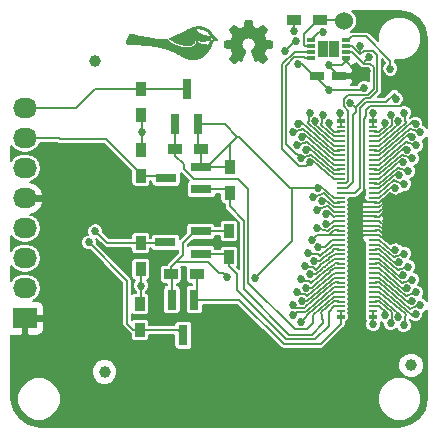
<source format=gbl>
G04 #@! TF.FileFunction,Copper,L2,Bot,Signal*
%FSLAX46Y46*%
G04 Gerber Fmt 4.6, Leading zero omitted, Abs format (unit mm)*
G04 Created by KiCad (PCBNEW 4.0.1-stable) date Tuesday, April 12, 2016 'PMt' 11:12:41 PM*
%MOMM*%
G01*
G04 APERTURE LIST*
%ADD10C,0.100000*%
%ADD11C,0.010000*%
%ADD12C,1.000000*%
%ADD13R,0.660000X0.230000*%
%ADD14R,0.660000X0.350000*%
%ADD15R,1.200000X0.750000*%
%ADD16R,0.750000X0.300000*%
%ADD17R,0.875000X0.725000*%
%ADD18R,1.200000X0.900000*%
%ADD19C,1.524000*%
%ADD20R,2.032000X1.727200*%
%ADD21O,2.032000X1.727200*%
%ADD22R,0.800100X1.800860*%
%ADD23R,1.800860X0.800100*%
%ADD24R,0.900000X1.200000*%
%ADD25C,0.685800*%
%ADD26C,0.685801*%
%ADD27C,0.152400*%
G04 APERTURE END LIST*
D10*
D11*
G36*
X150408088Y-91189328D02*
X150370913Y-91189340D01*
X150338179Y-91189366D01*
X150309594Y-91189411D01*
X150284863Y-91189481D01*
X150263694Y-91189581D01*
X150245792Y-91189715D01*
X150230864Y-91189889D01*
X150218616Y-91190109D01*
X150208753Y-91190379D01*
X150200983Y-91190705D01*
X150195012Y-91191092D01*
X150190546Y-91191544D01*
X150187291Y-91192067D01*
X150184954Y-91192667D01*
X150183240Y-91193349D01*
X150181968Y-91194048D01*
X150175783Y-91199369D01*
X150171483Y-91205738D01*
X150171382Y-91205984D01*
X150170532Y-91209432D01*
X150168838Y-91217481D01*
X150166367Y-91229785D01*
X150163184Y-91245999D01*
X150159356Y-91265777D01*
X150154948Y-91288772D01*
X150150028Y-91314640D01*
X150144661Y-91343034D01*
X150138913Y-91373609D01*
X150132850Y-91406019D01*
X150126539Y-91439918D01*
X150123112Y-91458396D01*
X150116679Y-91493102D01*
X150110465Y-91526614D01*
X150104534Y-91558574D01*
X150098954Y-91588625D01*
X150093791Y-91616411D01*
X150089111Y-91641572D01*
X150084982Y-91663753D01*
X150081469Y-91682596D01*
X150078638Y-91697743D01*
X150076557Y-91708837D01*
X150075292Y-91715522D01*
X150074987Y-91717096D01*
X150074115Y-91721591D01*
X150073215Y-91725572D01*
X150071984Y-91729199D01*
X150070121Y-91732631D01*
X150067322Y-91736027D01*
X150063285Y-91739546D01*
X150057708Y-91743349D01*
X150050288Y-91747593D01*
X150040723Y-91752440D01*
X150028710Y-91758046D01*
X150013946Y-91764573D01*
X149996129Y-91772180D01*
X149974957Y-91781025D01*
X149950127Y-91791268D01*
X149921337Y-91803068D01*
X149888284Y-91816586D01*
X149878372Y-91820639D01*
X149843924Y-91834740D01*
X149813812Y-91847060D01*
X149787706Y-91857692D01*
X149765273Y-91866727D01*
X149746184Y-91874258D01*
X149730106Y-91880378D01*
X149716708Y-91885177D01*
X149705659Y-91888748D01*
X149696628Y-91891184D01*
X149689283Y-91892576D01*
X149683293Y-91893017D01*
X149678327Y-91892599D01*
X149674053Y-91891413D01*
X149670140Y-91889553D01*
X149666257Y-91887110D01*
X149662073Y-91884176D01*
X149658610Y-91881759D01*
X149654105Y-91878675D01*
X149645766Y-91872960D01*
X149633906Y-91864828D01*
X149618839Y-91854496D01*
X149600877Y-91842176D01*
X149580334Y-91828085D01*
X149557523Y-91812437D01*
X149532756Y-91795447D01*
X149506348Y-91777329D01*
X149478612Y-91758299D01*
X149449860Y-91738571D01*
X149438633Y-91730867D01*
X149405033Y-91707819D01*
X149375322Y-91687457D01*
X149349244Y-91669616D01*
X149326546Y-91654130D01*
X149306972Y-91640833D01*
X149290268Y-91629561D01*
X149276181Y-91620146D01*
X149264454Y-91612424D01*
X149254834Y-91606229D01*
X149247066Y-91601394D01*
X149240896Y-91597754D01*
X149236069Y-91595144D01*
X149232331Y-91593398D01*
X149229427Y-91592350D01*
X149227103Y-91591833D01*
X149225105Y-91591684D01*
X149224890Y-91591683D01*
X149213989Y-91591683D01*
X149027242Y-91778429D01*
X148997418Y-91808256D01*
X148970952Y-91834738D01*
X148947642Y-91858086D01*
X148927288Y-91878513D01*
X148909690Y-91896229D01*
X148894648Y-91911445D01*
X148881960Y-91924372D01*
X148871427Y-91935223D01*
X148862848Y-91944207D01*
X148856023Y-91951537D01*
X148850751Y-91957423D01*
X148846832Y-91962076D01*
X148844065Y-91965708D01*
X148842251Y-91968530D01*
X148841188Y-91970754D01*
X148840677Y-91972589D01*
X148840516Y-91974249D01*
X148840505Y-91975217D01*
X148841751Y-91984021D01*
X148844785Y-91992217D01*
X148845227Y-91992985D01*
X148847314Y-91996153D01*
X148852042Y-92003162D01*
X148859202Y-92013709D01*
X148868586Y-92027491D01*
X148879988Y-92044203D01*
X148893199Y-92063542D01*
X148908013Y-92085204D01*
X148924220Y-92108884D01*
X148941615Y-92134279D01*
X148959988Y-92161086D01*
X148979134Y-92188999D01*
X148981821Y-92192916D01*
X149001241Y-92221219D01*
X149020052Y-92248639D01*
X149038034Y-92274850D01*
X149054963Y-92299529D01*
X149070617Y-92322353D01*
X149084774Y-92342997D01*
X149097213Y-92361137D01*
X149107711Y-92376450D01*
X149116046Y-92388611D01*
X149121995Y-92397297D01*
X149125337Y-92402184D01*
X149125475Y-92402386D01*
X149128729Y-92407029D01*
X149131564Y-92411113D01*
X149133883Y-92414966D01*
X149135590Y-92418916D01*
X149136588Y-92423290D01*
X149136782Y-92428418D01*
X149136073Y-92434628D01*
X149134365Y-92442247D01*
X149131563Y-92451604D01*
X149127569Y-92463027D01*
X149122287Y-92476845D01*
X149115619Y-92493385D01*
X149107471Y-92512975D01*
X149097744Y-92535945D01*
X149086343Y-92562621D01*
X149073170Y-92593333D01*
X149060766Y-92622256D01*
X149048541Y-92650761D01*
X149036819Y-92678056D01*
X149025760Y-92703768D01*
X149015525Y-92727524D01*
X149006277Y-92748952D01*
X148998175Y-92767678D01*
X148991380Y-92783330D01*
X148986055Y-92795536D01*
X148982360Y-92803921D01*
X148980456Y-92808114D01*
X148980329Y-92808370D01*
X148975366Y-92815307D01*
X148968959Y-92821298D01*
X148968916Y-92821329D01*
X148967743Y-92822180D01*
X148966582Y-92822962D01*
X148965165Y-92823728D01*
X148963226Y-92824531D01*
X148960495Y-92825425D01*
X148956706Y-92826463D01*
X148951590Y-92827699D01*
X148944881Y-92829185D01*
X148936309Y-92830974D01*
X148925608Y-92833121D01*
X148912510Y-92835678D01*
X148896747Y-92838699D01*
X148878052Y-92842236D01*
X148856155Y-92846344D01*
X148830791Y-92851075D01*
X148801692Y-92856483D01*
X148768588Y-92862621D01*
X148731214Y-92869543D01*
X148689300Y-92877300D01*
X148665713Y-92881666D01*
X148635098Y-92887339D01*
X148605700Y-92892800D01*
X148577924Y-92897972D01*
X148552180Y-92902779D01*
X148528876Y-92907143D01*
X148508420Y-92910989D01*
X148491218Y-92914240D01*
X148477681Y-92916819D01*
X148468214Y-92918650D01*
X148463227Y-92919656D01*
X148462901Y-92919729D01*
X148454138Y-92922846D01*
X148446800Y-92927326D01*
X148445297Y-92928716D01*
X148439377Y-92935018D01*
X148438738Y-93198246D01*
X148438638Y-93240381D01*
X148438557Y-93277778D01*
X148438500Y-93310730D01*
X148438472Y-93339530D01*
X148438477Y-93364469D01*
X148438519Y-93385841D01*
X148438604Y-93403938D01*
X148438735Y-93419052D01*
X148438917Y-93431475D01*
X148439155Y-93441500D01*
X148439454Y-93449419D01*
X148439817Y-93455525D01*
X148440249Y-93460110D01*
X148440755Y-93463466D01*
X148441340Y-93465886D01*
X148442007Y-93467663D01*
X148442762Y-93469088D01*
X148442944Y-93469389D01*
X148449225Y-93476182D01*
X148456157Y-93480019D01*
X148460028Y-93480937D01*
X148468410Y-93482681D01*
X148480868Y-93485167D01*
X148496965Y-93488312D01*
X148516267Y-93492032D01*
X148538338Y-93496243D01*
X148562742Y-93500861D01*
X148589043Y-93505803D01*
X148616807Y-93510984D01*
X148627990Y-93513062D01*
X148673922Y-93521585D01*
X148715167Y-93529241D01*
X148751983Y-93536081D01*
X148784630Y-93542152D01*
X148813365Y-93547503D01*
X148838447Y-93552184D01*
X148860135Y-93556244D01*
X148878687Y-93559731D01*
X148894363Y-93562695D01*
X148907420Y-93565184D01*
X148918117Y-93567248D01*
X148926713Y-93568935D01*
X148933467Y-93570294D01*
X148938636Y-93571375D01*
X148942480Y-93572226D01*
X148945257Y-93572896D01*
X148947226Y-93573435D01*
X148947923Y-93573649D01*
X148955206Y-93577446D01*
X148961792Y-93583110D01*
X148962073Y-93583437D01*
X148963945Y-93586873D01*
X148967524Y-93594645D01*
X148972671Y-93606416D01*
X148979243Y-93621844D01*
X148987099Y-93640589D01*
X148996099Y-93662313D01*
X149006101Y-93686674D01*
X149016963Y-93713333D01*
X149028546Y-93741951D01*
X149040706Y-93772186D01*
X149046807Y-93787423D01*
X149060741Y-93822282D01*
X149072919Y-93852781D01*
X149083457Y-93879233D01*
X149092467Y-93901948D01*
X149100064Y-93921239D01*
X149106361Y-93937415D01*
X149111473Y-93950787D01*
X149115513Y-93961668D01*
X149118594Y-93970367D01*
X149120832Y-93977196D01*
X149122339Y-93982467D01*
X149123230Y-93986489D01*
X149123619Y-93989575D01*
X149123618Y-93992035D01*
X149123343Y-93994180D01*
X149123039Y-93995703D01*
X149122086Y-93998459D01*
X149120024Y-94002672D01*
X149116706Y-94008563D01*
X149111984Y-94016354D01*
X149105712Y-94026268D01*
X149097743Y-94038525D01*
X149087930Y-94053349D01*
X149076125Y-94070961D01*
X149062182Y-94091583D01*
X149045955Y-94115436D01*
X149027295Y-94142743D01*
X149006057Y-94173726D01*
X148982093Y-94208606D01*
X148981380Y-94209643D01*
X148961661Y-94238371D01*
X148942752Y-94266022D01*
X148924849Y-94292303D01*
X148908149Y-94316922D01*
X148892849Y-94339585D01*
X148879143Y-94360000D01*
X148867229Y-94377874D01*
X148857302Y-94392914D01*
X148849559Y-94404828D01*
X148844196Y-94413324D01*
X148841410Y-94418107D01*
X148841049Y-94418972D01*
X148840811Y-94426912D01*
X148841621Y-94432804D01*
X148843555Y-94435722D01*
X148848723Y-94441774D01*
X148857163Y-94451002D01*
X148868914Y-94463444D01*
X148884015Y-94479142D01*
X148902506Y-94498136D01*
X148924425Y-94520466D01*
X148949811Y-94546172D01*
X148978704Y-94575294D01*
X149011142Y-94607873D01*
X149024857Y-94621619D01*
X149050071Y-94646847D01*
X149074379Y-94671107D01*
X149097532Y-94694157D01*
X149119286Y-94715753D01*
X149139392Y-94735654D01*
X149157605Y-94753615D01*
X149173679Y-94769396D01*
X149187366Y-94782752D01*
X149198421Y-94793442D01*
X149206596Y-94801223D01*
X149211646Y-94805851D01*
X149213197Y-94807089D01*
X149223167Y-94810352D01*
X149233388Y-94809312D01*
X149244711Y-94803848D01*
X149246990Y-94802346D01*
X149250864Y-94799695D01*
X149258564Y-94794419D01*
X149269771Y-94786737D01*
X149284164Y-94776870D01*
X149301422Y-94765037D01*
X149321224Y-94751458D01*
X149343251Y-94736352D01*
X149367182Y-94719940D01*
X149392695Y-94702442D01*
X149419471Y-94684077D01*
X149444060Y-94667211D01*
X149471583Y-94648348D01*
X149498062Y-94630232D01*
X149523184Y-94613074D01*
X149546637Y-94597087D01*
X149568108Y-94582482D01*
X149587284Y-94569473D01*
X149603853Y-94558271D01*
X149617502Y-94549088D01*
X149627918Y-94542136D01*
X149634788Y-94537629D01*
X149637703Y-94535825D01*
X149649517Y-94532294D01*
X149655893Y-94532398D01*
X149660598Y-94533917D01*
X149669365Y-94537726D01*
X149681865Y-94543662D01*
X149697769Y-94551562D01*
X149716747Y-94561264D01*
X149738471Y-94572606D01*
X149755441Y-94581596D01*
X149779166Y-94594199D01*
X149798898Y-94604565D01*
X149815058Y-94612860D01*
X149828073Y-94619252D01*
X149838364Y-94623908D01*
X149846356Y-94626995D01*
X149852474Y-94628680D01*
X149857139Y-94629131D01*
X149860777Y-94628513D01*
X149863811Y-94626994D01*
X149866111Y-94625222D01*
X149867691Y-94622374D01*
X149871115Y-94615011D01*
X149876325Y-94603274D01*
X149883263Y-94587305D01*
X149891867Y-94567245D01*
X149902080Y-94543234D01*
X149913841Y-94515413D01*
X149927092Y-94483924D01*
X149941773Y-94448906D01*
X149957825Y-94410501D01*
X149975188Y-94368850D01*
X149993804Y-94324094D01*
X150013612Y-94276374D01*
X150034554Y-94225830D01*
X150051412Y-94185080D01*
X150073293Y-94132154D01*
X150093328Y-94083674D01*
X150111597Y-94039444D01*
X150128179Y-93999263D01*
X150143155Y-93962932D01*
X150156604Y-93930253D01*
X150168605Y-93901026D01*
X150179237Y-93875052D01*
X150188581Y-93852131D01*
X150196715Y-93832066D01*
X150203720Y-93814657D01*
X150209675Y-93799704D01*
X150214658Y-93787009D01*
X150218751Y-93776373D01*
X150222032Y-93767595D01*
X150224581Y-93760478D01*
X150226478Y-93754823D01*
X150227801Y-93750429D01*
X150228631Y-93747099D01*
X150229047Y-93744632D01*
X150229129Y-93742830D01*
X150228955Y-93741494D01*
X150228801Y-93740950D01*
X150226401Y-93735298D01*
X150222758Y-93730243D01*
X150217088Y-93725085D01*
X150208605Y-93719125D01*
X150196525Y-93711663D01*
X150194743Y-93710602D01*
X150182865Y-93703219D01*
X150169948Y-93694680D01*
X150158509Y-93686656D01*
X150157020Y-93685558D01*
X150147351Y-93678368D01*
X150135428Y-93669506D01*
X150123037Y-93660299D01*
X150115525Y-93654719D01*
X150074275Y-93620988D01*
X150036484Y-93583697D01*
X150002402Y-93543121D01*
X149972276Y-93499533D01*
X149966476Y-93490024D01*
X149943699Y-93447314D01*
X149924372Y-93401638D01*
X149908827Y-93353973D01*
X149897393Y-93305300D01*
X149891768Y-93269155D01*
X149890170Y-93250627D01*
X149889306Y-93228600D01*
X149889150Y-93204549D01*
X149889679Y-93179948D01*
X149890871Y-93156271D01*
X149892700Y-93134991D01*
X149894086Y-93124045D01*
X149904253Y-93071737D01*
X149919004Y-93021214D01*
X149938161Y-92972723D01*
X149961544Y-92926508D01*
X149988976Y-92882817D01*
X150020276Y-92841897D01*
X150055268Y-92803992D01*
X150093771Y-92769350D01*
X150135607Y-92738217D01*
X150180597Y-92710840D01*
X150202023Y-92699712D01*
X150249354Y-92678956D01*
X150297538Y-92662984D01*
X150346956Y-92651707D01*
X150397990Y-92645039D01*
X150450000Y-92642891D01*
X150495157Y-92644365D01*
X150537525Y-92648928D01*
X150578438Y-92656788D01*
X150619231Y-92668152D01*
X150626040Y-92670378D01*
X150675295Y-92689370D01*
X150722148Y-92712596D01*
X150766357Y-92739815D01*
X150807681Y-92770788D01*
X150845878Y-92805275D01*
X150880705Y-92843036D01*
X150911922Y-92883832D01*
X150939286Y-92927422D01*
X150962555Y-92973567D01*
X150981488Y-93022026D01*
X150981926Y-93023329D01*
X150993093Y-93060050D01*
X151001334Y-93095126D01*
X151006898Y-93130130D01*
X151010035Y-93166637D01*
X151010996Y-93206084D01*
X151010010Y-93243824D01*
X151006943Y-93278572D01*
X151001524Y-93312030D01*
X150993479Y-93345900D01*
X150983244Y-93379742D01*
X150964300Y-93429412D01*
X150941005Y-93476635D01*
X150913510Y-93521205D01*
X150881962Y-93562917D01*
X150846510Y-93601564D01*
X150807303Y-93636943D01*
X150784476Y-93654723D01*
X150773319Y-93662991D01*
X150762037Y-93671394D01*
X150752162Y-93678788D01*
X150746753Y-93682869D01*
X150738530Y-93688763D01*
X150727668Y-93696081D01*
X150715866Y-93703693D01*
X150709030Y-93707937D01*
X150695831Y-93716145D01*
X150686314Y-93722542D01*
X150679759Y-93727755D01*
X150675450Y-93732410D01*
X150672667Y-93737134D01*
X150671195Y-93740963D01*
X150670925Y-93742144D01*
X150670869Y-93743689D01*
X150671108Y-93745799D01*
X150671720Y-93748672D01*
X150672786Y-93752506D01*
X150674385Y-93757503D01*
X150676596Y-93763860D01*
X150679499Y-93771776D01*
X150683174Y-93781451D01*
X150687700Y-93793084D01*
X150693156Y-93806874D01*
X150699623Y-93823020D01*
X150707179Y-93841722D01*
X150715904Y-93863177D01*
X150725879Y-93887586D01*
X150737181Y-93915148D01*
X150749892Y-93946061D01*
X150764089Y-93980526D01*
X150779854Y-94018740D01*
X150797265Y-94060903D01*
X150816402Y-94107214D01*
X150837345Y-94157873D01*
X150848600Y-94185093D01*
X150870160Y-94237188D01*
X150890674Y-94286673D01*
X150910082Y-94333400D01*
X150928320Y-94377222D01*
X150945326Y-94417990D01*
X150961040Y-94455558D01*
X150975397Y-94489776D01*
X150988336Y-94520499D01*
X150999795Y-94547577D01*
X151009712Y-94570864D01*
X151018024Y-94590211D01*
X151024669Y-94605471D01*
X151029585Y-94616495D01*
X151032710Y-94623138D01*
X151033906Y-94625222D01*
X151040245Y-94628499D01*
X151046575Y-94629623D01*
X151051132Y-94628370D01*
X151059986Y-94624631D01*
X151073076Y-94618434D01*
X151090345Y-94609809D01*
X151111731Y-94598785D01*
X151137177Y-94585390D01*
X151143747Y-94581898D01*
X151163566Y-94571410D01*
X151182263Y-94561640D01*
X151199316Y-94552852D01*
X151214202Y-94545310D01*
X151226397Y-94539279D01*
X151235378Y-94535022D01*
X151240623Y-94532804D01*
X151241425Y-94532569D01*
X151249854Y-94532265D01*
X151257221Y-94533666D01*
X151260416Y-94535468D01*
X151267440Y-94539915D01*
X151277981Y-94546797D01*
X151291729Y-94555905D01*
X151308370Y-94567028D01*
X151327593Y-94579958D01*
X151349086Y-94594484D01*
X151372537Y-94610396D01*
X151397635Y-94627486D01*
X151424067Y-94645542D01*
X151447845Y-94661834D01*
X151475465Y-94680782D01*
X151502206Y-94699127D01*
X151527735Y-94716639D01*
X151551719Y-94733089D01*
X151573823Y-94748249D01*
X151593715Y-94761890D01*
X151611060Y-94773784D01*
X151625525Y-94783700D01*
X151636777Y-94791411D01*
X151644480Y-94796688D01*
X151647857Y-94798997D01*
X151659920Y-94806348D01*
X151669716Y-94810042D01*
X151678244Y-94810249D01*
X151686501Y-94807140D01*
X151688565Y-94805912D01*
X151691364Y-94803496D01*
X151697461Y-94797759D01*
X151706606Y-94788946D01*
X151718552Y-94777303D01*
X151733049Y-94763076D01*
X151749849Y-94746510D01*
X151768703Y-94727851D01*
X151789362Y-94707345D01*
X151811577Y-94685237D01*
X151835100Y-94661772D01*
X151859682Y-94637196D01*
X151876401Y-94620451D01*
X151910136Y-94586593D01*
X151940310Y-94556208D01*
X151966961Y-94529257D01*
X151990126Y-94505702D01*
X152009845Y-94485503D01*
X152026155Y-94468619D01*
X152039095Y-94455013D01*
X152048703Y-94444645D01*
X152055016Y-94437474D01*
X152058074Y-94433463D01*
X152058380Y-94432804D01*
X152059280Y-94424838D01*
X152058965Y-94418972D01*
X152057408Y-94415961D01*
X152053186Y-94409106D01*
X152046496Y-94398700D01*
X152037532Y-94385035D01*
X152026492Y-94368405D01*
X152013572Y-94349102D01*
X151998968Y-94327418D01*
X151982876Y-94303647D01*
X151965493Y-94278081D01*
X151947014Y-94251013D01*
X151927636Y-94222735D01*
X151918640Y-94209643D01*
X151894589Y-94174639D01*
X151873267Y-94143539D01*
X151854530Y-94116121D01*
X151838229Y-94092165D01*
X151824219Y-94071447D01*
X151812352Y-94053747D01*
X151802482Y-94038844D01*
X151794461Y-94026515D01*
X151788144Y-94016539D01*
X151783384Y-94008694D01*
X151780033Y-94002759D01*
X151777946Y-93998513D01*
X151776975Y-93995733D01*
X151776968Y-93995703D01*
X151776564Y-93993591D01*
X151776352Y-93991390D01*
X151776447Y-93988789D01*
X151776963Y-93985475D01*
X151778013Y-93981139D01*
X151779711Y-93975468D01*
X151782171Y-93968151D01*
X151785508Y-93958877D01*
X151789834Y-93947335D01*
X151795264Y-93933213D01*
X151801913Y-93916201D01*
X151809893Y-93895986D01*
X151819318Y-93872258D01*
X151830304Y-93844705D01*
X151842962Y-93813017D01*
X151853095Y-93787669D01*
X151865140Y-93757618D01*
X151876744Y-93728812D01*
X151887761Y-93701606D01*
X151898043Y-93676358D01*
X151907444Y-93653425D01*
X151915815Y-93633164D01*
X151923011Y-93615931D01*
X151928883Y-93602083D01*
X151933284Y-93591977D01*
X151936068Y-93585970D01*
X151936912Y-93584467D01*
X151943162Y-93578611D01*
X151949903Y-93574588D01*
X151953441Y-93573678D01*
X151961575Y-93571925D01*
X151973952Y-93569397D01*
X151990221Y-93566162D01*
X152010030Y-93562289D01*
X152033027Y-93557844D01*
X152058861Y-93552896D01*
X152087180Y-93547512D01*
X152117633Y-93541761D01*
X152149867Y-93535710D01*
X152183532Y-93529427D01*
X152196565Y-93527004D01*
X152230693Y-93520655D01*
X152263535Y-93514523D01*
X152294739Y-93508675D01*
X152323951Y-93503179D01*
X152350819Y-93498101D01*
X152374989Y-93493509D01*
X152396110Y-93489469D01*
X152413829Y-93486049D01*
X152427792Y-93483316D01*
X152437648Y-93481337D01*
X152443042Y-93480179D01*
X152443843Y-93479970D01*
X152451755Y-93475394D01*
X152457057Y-93469389D01*
X152457832Y-93468002D01*
X152458519Y-93466330D01*
X152459121Y-93464080D01*
X152459645Y-93460959D01*
X152460093Y-93456675D01*
X152460471Y-93450936D01*
X152460784Y-93443449D01*
X152461035Y-93433921D01*
X152461229Y-93422061D01*
X152461372Y-93407577D01*
X152461466Y-93390175D01*
X152461518Y-93369563D01*
X152461530Y-93345449D01*
X152461509Y-93317540D01*
X152461459Y-93285545D01*
X152461383Y-93249170D01*
X152461287Y-93208123D01*
X152461263Y-93198246D01*
X152460624Y-92935018D01*
X152454629Y-92928637D01*
X152453751Y-92927558D01*
X152453137Y-92926630D01*
X152452508Y-92925794D01*
X152451588Y-92924993D01*
X152450099Y-92924170D01*
X152447765Y-92923267D01*
X152444308Y-92922228D01*
X152439450Y-92920993D01*
X152432915Y-92919507D01*
X152424425Y-92917712D01*
X152413703Y-92915550D01*
X152400472Y-92912964D01*
X152384454Y-92909897D01*
X152365373Y-92906290D01*
X152342951Y-92902087D01*
X152316911Y-92897231D01*
X152286975Y-92891663D01*
X152252867Y-92885327D01*
X152214309Y-92878165D01*
X152180967Y-92871969D01*
X152140106Y-92864373D01*
X152103896Y-92857633D01*
X152072048Y-92851678D01*
X152044270Y-92846438D01*
X152020271Y-92841841D01*
X151999760Y-92837816D01*
X151982445Y-92834294D01*
X151968036Y-92831202D01*
X151956241Y-92828470D01*
X151946768Y-92826027D01*
X151939328Y-92823802D01*
X151933628Y-92821724D01*
X151929378Y-92819723D01*
X151926286Y-92817728D01*
X151924062Y-92815667D01*
X151922413Y-92813470D01*
X151921049Y-92811066D01*
X151919679Y-92808384D01*
X151919672Y-92808370D01*
X151918068Y-92804878D01*
X151914646Y-92797134D01*
X151909569Y-92785510D01*
X151902998Y-92770381D01*
X151895093Y-92752119D01*
X151886015Y-92731096D01*
X151875927Y-92707685D01*
X151864988Y-92682259D01*
X151853360Y-92655190D01*
X151841205Y-92626853D01*
X151839235Y-92622256D01*
X151824512Y-92587931D01*
X151811642Y-92557914D01*
X151800526Y-92531878D01*
X151791069Y-92509494D01*
X151783174Y-92490435D01*
X151776744Y-92474371D01*
X151771683Y-92460975D01*
X151767893Y-92449918D01*
X151765279Y-92440873D01*
X151763744Y-92433511D01*
X151763191Y-92427503D01*
X151763523Y-92422522D01*
X151764644Y-92418240D01*
X151766457Y-92414328D01*
X151768866Y-92410457D01*
X151771774Y-92406301D01*
X151774506Y-92402386D01*
X151777631Y-92397811D01*
X151783382Y-92389410D01*
X151791537Y-92377505D01*
X151801878Y-92362415D01*
X151814184Y-92344463D01*
X151828234Y-92323969D01*
X151843809Y-92301255D01*
X151860688Y-92276642D01*
X151878652Y-92250451D01*
X151897479Y-92223003D01*
X151916950Y-92194620D01*
X151919970Y-92190217D01*
X151939293Y-92162039D01*
X151957840Y-92134966D01*
X151975408Y-92109298D01*
X151991794Y-92085329D01*
X152006798Y-92063359D01*
X152020215Y-92043683D01*
X152031843Y-92026599D01*
X152041480Y-92012404D01*
X152048923Y-92001394D01*
X152053970Y-91993867D01*
X152056418Y-91990120D01*
X152056593Y-91989823D01*
X152058557Y-91983596D01*
X152059493Y-91975669D01*
X152059505Y-91974753D01*
X152059424Y-91973141D01*
X152059045Y-91971404D01*
X152058169Y-91969332D01*
X152056595Y-91966714D01*
X152054123Y-91963339D01*
X152050552Y-91958996D01*
X152045682Y-91953476D01*
X152039314Y-91946567D01*
X152031246Y-91938059D01*
X152021277Y-91927740D01*
X152009209Y-91915402D01*
X151994840Y-91900832D01*
X151977969Y-91883820D01*
X151958398Y-91864155D01*
X151935924Y-91841628D01*
X151910348Y-91816027D01*
X151881470Y-91787141D01*
X151872759Y-91778429D01*
X151686012Y-91591683D01*
X151675028Y-91591683D01*
X151673631Y-91591594D01*
X151672509Y-91591417D01*
X151671457Y-91591286D01*
X151670273Y-91591335D01*
X151668753Y-91591700D01*
X151666695Y-91592514D01*
X151663895Y-91593912D01*
X151660149Y-91596028D01*
X151655256Y-91598997D01*
X151649011Y-91602953D01*
X151641211Y-91608030D01*
X151631654Y-91614364D01*
X151620136Y-91622087D01*
X151606454Y-91631336D01*
X151590405Y-91642243D01*
X151571785Y-91654944D01*
X151550392Y-91669574D01*
X151526022Y-91686265D01*
X151498472Y-91705153D01*
X151467540Y-91726373D01*
X151433021Y-91750058D01*
X151394713Y-91776344D01*
X151361967Y-91798809D01*
X151334669Y-91817530D01*
X151311196Y-91833605D01*
X151291228Y-91847235D01*
X151274444Y-91858622D01*
X151260525Y-91867967D01*
X151249149Y-91875472D01*
X151239997Y-91881339D01*
X151232747Y-91885769D01*
X151227081Y-91888963D01*
X151222677Y-91891124D01*
X151219214Y-91892454D01*
X151216373Y-91893152D01*
X151213834Y-91893422D01*
X151211549Y-91893465D01*
X151208594Y-91893229D01*
X151204602Y-91892441D01*
X151199258Y-91890979D01*
X151192245Y-91888723D01*
X151183246Y-91885553D01*
X151171946Y-91881347D01*
X151158028Y-91875985D01*
X151141176Y-91869345D01*
X151121073Y-91861308D01*
X151097404Y-91851752D01*
X151069852Y-91840556D01*
X151038100Y-91827600D01*
X151023859Y-91821777D01*
X150995554Y-91810172D01*
X150968505Y-91799031D01*
X150943088Y-91788511D01*
X150919681Y-91778772D01*
X150898659Y-91769970D01*
X150880399Y-91762266D01*
X150865278Y-91755816D01*
X150853673Y-91750779D01*
X150845959Y-91747313D01*
X150842514Y-91745577D01*
X150842473Y-91745547D01*
X150840215Y-91743863D01*
X150838170Y-91742155D01*
X150836271Y-91740136D01*
X150834453Y-91737517D01*
X150832649Y-91734014D01*
X150830793Y-91729338D01*
X150828819Y-91723203D01*
X150826661Y-91715322D01*
X150824253Y-91705407D01*
X150821529Y-91693173D01*
X150818423Y-91678331D01*
X150814869Y-91660596D01*
X150810800Y-91639680D01*
X150806151Y-91615296D01*
X150800856Y-91587158D01*
X150794848Y-91554977D01*
X150788061Y-91518468D01*
X150780430Y-91477344D01*
X150779229Y-91470869D01*
X150772643Y-91435447D01*
X150766272Y-91401329D01*
X150760181Y-91368850D01*
X150754433Y-91338348D01*
X150749093Y-91310159D01*
X150744226Y-91284620D01*
X150739895Y-91262068D01*
X150736166Y-91242838D01*
X150733102Y-91227269D01*
X150730767Y-91215695D01*
X150729227Y-91208455D01*
X150728600Y-91205984D01*
X150724451Y-91199638D01*
X150718299Y-91194214D01*
X150718032Y-91194048D01*
X150716632Y-91193288D01*
X150714877Y-91192614D01*
X150712474Y-91192020D01*
X150709128Y-91191503D01*
X150704546Y-91191056D01*
X150698435Y-91190675D01*
X150690499Y-91190354D01*
X150680447Y-91190089D01*
X150667983Y-91189873D01*
X150652815Y-91189702D01*
X150634649Y-91189571D01*
X150613190Y-91189474D01*
X150588145Y-91189406D01*
X150559221Y-91189363D01*
X150526124Y-91189338D01*
X150488559Y-91189328D01*
X150450000Y-91189325D01*
X150408088Y-91189328D01*
X150408088Y-91189328D01*
G37*
X150408088Y-91189328D02*
X150370913Y-91189340D01*
X150338179Y-91189366D01*
X150309594Y-91189411D01*
X150284863Y-91189481D01*
X150263694Y-91189581D01*
X150245792Y-91189715D01*
X150230864Y-91189889D01*
X150218616Y-91190109D01*
X150208753Y-91190379D01*
X150200983Y-91190705D01*
X150195012Y-91191092D01*
X150190546Y-91191544D01*
X150187291Y-91192067D01*
X150184954Y-91192667D01*
X150183240Y-91193349D01*
X150181968Y-91194048D01*
X150175783Y-91199369D01*
X150171483Y-91205738D01*
X150171382Y-91205984D01*
X150170532Y-91209432D01*
X150168838Y-91217481D01*
X150166367Y-91229785D01*
X150163184Y-91245999D01*
X150159356Y-91265777D01*
X150154948Y-91288772D01*
X150150028Y-91314640D01*
X150144661Y-91343034D01*
X150138913Y-91373609D01*
X150132850Y-91406019D01*
X150126539Y-91439918D01*
X150123112Y-91458396D01*
X150116679Y-91493102D01*
X150110465Y-91526614D01*
X150104534Y-91558574D01*
X150098954Y-91588625D01*
X150093791Y-91616411D01*
X150089111Y-91641572D01*
X150084982Y-91663753D01*
X150081469Y-91682596D01*
X150078638Y-91697743D01*
X150076557Y-91708837D01*
X150075292Y-91715522D01*
X150074987Y-91717096D01*
X150074115Y-91721591D01*
X150073215Y-91725572D01*
X150071984Y-91729199D01*
X150070121Y-91732631D01*
X150067322Y-91736027D01*
X150063285Y-91739546D01*
X150057708Y-91743349D01*
X150050288Y-91747593D01*
X150040723Y-91752440D01*
X150028710Y-91758046D01*
X150013946Y-91764573D01*
X149996129Y-91772180D01*
X149974957Y-91781025D01*
X149950127Y-91791268D01*
X149921337Y-91803068D01*
X149888284Y-91816586D01*
X149878372Y-91820639D01*
X149843924Y-91834740D01*
X149813812Y-91847060D01*
X149787706Y-91857692D01*
X149765273Y-91866727D01*
X149746184Y-91874258D01*
X149730106Y-91880378D01*
X149716708Y-91885177D01*
X149705659Y-91888748D01*
X149696628Y-91891184D01*
X149689283Y-91892576D01*
X149683293Y-91893017D01*
X149678327Y-91892599D01*
X149674053Y-91891413D01*
X149670140Y-91889553D01*
X149666257Y-91887110D01*
X149662073Y-91884176D01*
X149658610Y-91881759D01*
X149654105Y-91878675D01*
X149645766Y-91872960D01*
X149633906Y-91864828D01*
X149618839Y-91854496D01*
X149600877Y-91842176D01*
X149580334Y-91828085D01*
X149557523Y-91812437D01*
X149532756Y-91795447D01*
X149506348Y-91777329D01*
X149478612Y-91758299D01*
X149449860Y-91738571D01*
X149438633Y-91730867D01*
X149405033Y-91707819D01*
X149375322Y-91687457D01*
X149349244Y-91669616D01*
X149326546Y-91654130D01*
X149306972Y-91640833D01*
X149290268Y-91629561D01*
X149276181Y-91620146D01*
X149264454Y-91612424D01*
X149254834Y-91606229D01*
X149247066Y-91601394D01*
X149240896Y-91597754D01*
X149236069Y-91595144D01*
X149232331Y-91593398D01*
X149229427Y-91592350D01*
X149227103Y-91591833D01*
X149225105Y-91591684D01*
X149224890Y-91591683D01*
X149213989Y-91591683D01*
X149027242Y-91778429D01*
X148997418Y-91808256D01*
X148970952Y-91834738D01*
X148947642Y-91858086D01*
X148927288Y-91878513D01*
X148909690Y-91896229D01*
X148894648Y-91911445D01*
X148881960Y-91924372D01*
X148871427Y-91935223D01*
X148862848Y-91944207D01*
X148856023Y-91951537D01*
X148850751Y-91957423D01*
X148846832Y-91962076D01*
X148844065Y-91965708D01*
X148842251Y-91968530D01*
X148841188Y-91970754D01*
X148840677Y-91972589D01*
X148840516Y-91974249D01*
X148840505Y-91975217D01*
X148841751Y-91984021D01*
X148844785Y-91992217D01*
X148845227Y-91992985D01*
X148847314Y-91996153D01*
X148852042Y-92003162D01*
X148859202Y-92013709D01*
X148868586Y-92027491D01*
X148879988Y-92044203D01*
X148893199Y-92063542D01*
X148908013Y-92085204D01*
X148924220Y-92108884D01*
X148941615Y-92134279D01*
X148959988Y-92161086D01*
X148979134Y-92188999D01*
X148981821Y-92192916D01*
X149001241Y-92221219D01*
X149020052Y-92248639D01*
X149038034Y-92274850D01*
X149054963Y-92299529D01*
X149070617Y-92322353D01*
X149084774Y-92342997D01*
X149097213Y-92361137D01*
X149107711Y-92376450D01*
X149116046Y-92388611D01*
X149121995Y-92397297D01*
X149125337Y-92402184D01*
X149125475Y-92402386D01*
X149128729Y-92407029D01*
X149131564Y-92411113D01*
X149133883Y-92414966D01*
X149135590Y-92418916D01*
X149136588Y-92423290D01*
X149136782Y-92428418D01*
X149136073Y-92434628D01*
X149134365Y-92442247D01*
X149131563Y-92451604D01*
X149127569Y-92463027D01*
X149122287Y-92476845D01*
X149115619Y-92493385D01*
X149107471Y-92512975D01*
X149097744Y-92535945D01*
X149086343Y-92562621D01*
X149073170Y-92593333D01*
X149060766Y-92622256D01*
X149048541Y-92650761D01*
X149036819Y-92678056D01*
X149025760Y-92703768D01*
X149015525Y-92727524D01*
X149006277Y-92748952D01*
X148998175Y-92767678D01*
X148991380Y-92783330D01*
X148986055Y-92795536D01*
X148982360Y-92803921D01*
X148980456Y-92808114D01*
X148980329Y-92808370D01*
X148975366Y-92815307D01*
X148968959Y-92821298D01*
X148968916Y-92821329D01*
X148967743Y-92822180D01*
X148966582Y-92822962D01*
X148965165Y-92823728D01*
X148963226Y-92824531D01*
X148960495Y-92825425D01*
X148956706Y-92826463D01*
X148951590Y-92827699D01*
X148944881Y-92829185D01*
X148936309Y-92830974D01*
X148925608Y-92833121D01*
X148912510Y-92835678D01*
X148896747Y-92838699D01*
X148878052Y-92842236D01*
X148856155Y-92846344D01*
X148830791Y-92851075D01*
X148801692Y-92856483D01*
X148768588Y-92862621D01*
X148731214Y-92869543D01*
X148689300Y-92877300D01*
X148665713Y-92881666D01*
X148635098Y-92887339D01*
X148605700Y-92892800D01*
X148577924Y-92897972D01*
X148552180Y-92902779D01*
X148528876Y-92907143D01*
X148508420Y-92910989D01*
X148491218Y-92914240D01*
X148477681Y-92916819D01*
X148468214Y-92918650D01*
X148463227Y-92919656D01*
X148462901Y-92919729D01*
X148454138Y-92922846D01*
X148446800Y-92927326D01*
X148445297Y-92928716D01*
X148439377Y-92935018D01*
X148438738Y-93198246D01*
X148438638Y-93240381D01*
X148438557Y-93277778D01*
X148438500Y-93310730D01*
X148438472Y-93339530D01*
X148438477Y-93364469D01*
X148438519Y-93385841D01*
X148438604Y-93403938D01*
X148438735Y-93419052D01*
X148438917Y-93431475D01*
X148439155Y-93441500D01*
X148439454Y-93449419D01*
X148439817Y-93455525D01*
X148440249Y-93460110D01*
X148440755Y-93463466D01*
X148441340Y-93465886D01*
X148442007Y-93467663D01*
X148442762Y-93469088D01*
X148442944Y-93469389D01*
X148449225Y-93476182D01*
X148456157Y-93480019D01*
X148460028Y-93480937D01*
X148468410Y-93482681D01*
X148480868Y-93485167D01*
X148496965Y-93488312D01*
X148516267Y-93492032D01*
X148538338Y-93496243D01*
X148562742Y-93500861D01*
X148589043Y-93505803D01*
X148616807Y-93510984D01*
X148627990Y-93513062D01*
X148673922Y-93521585D01*
X148715167Y-93529241D01*
X148751983Y-93536081D01*
X148784630Y-93542152D01*
X148813365Y-93547503D01*
X148838447Y-93552184D01*
X148860135Y-93556244D01*
X148878687Y-93559731D01*
X148894363Y-93562695D01*
X148907420Y-93565184D01*
X148918117Y-93567248D01*
X148926713Y-93568935D01*
X148933467Y-93570294D01*
X148938636Y-93571375D01*
X148942480Y-93572226D01*
X148945257Y-93572896D01*
X148947226Y-93573435D01*
X148947923Y-93573649D01*
X148955206Y-93577446D01*
X148961792Y-93583110D01*
X148962073Y-93583437D01*
X148963945Y-93586873D01*
X148967524Y-93594645D01*
X148972671Y-93606416D01*
X148979243Y-93621844D01*
X148987099Y-93640589D01*
X148996099Y-93662313D01*
X149006101Y-93686674D01*
X149016963Y-93713333D01*
X149028546Y-93741951D01*
X149040706Y-93772186D01*
X149046807Y-93787423D01*
X149060741Y-93822282D01*
X149072919Y-93852781D01*
X149083457Y-93879233D01*
X149092467Y-93901948D01*
X149100064Y-93921239D01*
X149106361Y-93937415D01*
X149111473Y-93950787D01*
X149115513Y-93961668D01*
X149118594Y-93970367D01*
X149120832Y-93977196D01*
X149122339Y-93982467D01*
X149123230Y-93986489D01*
X149123619Y-93989575D01*
X149123618Y-93992035D01*
X149123343Y-93994180D01*
X149123039Y-93995703D01*
X149122086Y-93998459D01*
X149120024Y-94002672D01*
X149116706Y-94008563D01*
X149111984Y-94016354D01*
X149105712Y-94026268D01*
X149097743Y-94038525D01*
X149087930Y-94053349D01*
X149076125Y-94070961D01*
X149062182Y-94091583D01*
X149045955Y-94115436D01*
X149027295Y-94142743D01*
X149006057Y-94173726D01*
X148982093Y-94208606D01*
X148981380Y-94209643D01*
X148961661Y-94238371D01*
X148942752Y-94266022D01*
X148924849Y-94292303D01*
X148908149Y-94316922D01*
X148892849Y-94339585D01*
X148879143Y-94360000D01*
X148867229Y-94377874D01*
X148857302Y-94392914D01*
X148849559Y-94404828D01*
X148844196Y-94413324D01*
X148841410Y-94418107D01*
X148841049Y-94418972D01*
X148840811Y-94426912D01*
X148841621Y-94432804D01*
X148843555Y-94435722D01*
X148848723Y-94441774D01*
X148857163Y-94451002D01*
X148868914Y-94463444D01*
X148884015Y-94479142D01*
X148902506Y-94498136D01*
X148924425Y-94520466D01*
X148949811Y-94546172D01*
X148978704Y-94575294D01*
X149011142Y-94607873D01*
X149024857Y-94621619D01*
X149050071Y-94646847D01*
X149074379Y-94671107D01*
X149097532Y-94694157D01*
X149119286Y-94715753D01*
X149139392Y-94735654D01*
X149157605Y-94753615D01*
X149173679Y-94769396D01*
X149187366Y-94782752D01*
X149198421Y-94793442D01*
X149206596Y-94801223D01*
X149211646Y-94805851D01*
X149213197Y-94807089D01*
X149223167Y-94810352D01*
X149233388Y-94809312D01*
X149244711Y-94803848D01*
X149246990Y-94802346D01*
X149250864Y-94799695D01*
X149258564Y-94794419D01*
X149269771Y-94786737D01*
X149284164Y-94776870D01*
X149301422Y-94765037D01*
X149321224Y-94751458D01*
X149343251Y-94736352D01*
X149367182Y-94719940D01*
X149392695Y-94702442D01*
X149419471Y-94684077D01*
X149444060Y-94667211D01*
X149471583Y-94648348D01*
X149498062Y-94630232D01*
X149523184Y-94613074D01*
X149546637Y-94597087D01*
X149568108Y-94582482D01*
X149587284Y-94569473D01*
X149603853Y-94558271D01*
X149617502Y-94549088D01*
X149627918Y-94542136D01*
X149634788Y-94537629D01*
X149637703Y-94535825D01*
X149649517Y-94532294D01*
X149655893Y-94532398D01*
X149660598Y-94533917D01*
X149669365Y-94537726D01*
X149681865Y-94543662D01*
X149697769Y-94551562D01*
X149716747Y-94561264D01*
X149738471Y-94572606D01*
X149755441Y-94581596D01*
X149779166Y-94594199D01*
X149798898Y-94604565D01*
X149815058Y-94612860D01*
X149828073Y-94619252D01*
X149838364Y-94623908D01*
X149846356Y-94626995D01*
X149852474Y-94628680D01*
X149857139Y-94629131D01*
X149860777Y-94628513D01*
X149863811Y-94626994D01*
X149866111Y-94625222D01*
X149867691Y-94622374D01*
X149871115Y-94615011D01*
X149876325Y-94603274D01*
X149883263Y-94587305D01*
X149891867Y-94567245D01*
X149902080Y-94543234D01*
X149913841Y-94515413D01*
X149927092Y-94483924D01*
X149941773Y-94448906D01*
X149957825Y-94410501D01*
X149975188Y-94368850D01*
X149993804Y-94324094D01*
X150013612Y-94276374D01*
X150034554Y-94225830D01*
X150051412Y-94185080D01*
X150073293Y-94132154D01*
X150093328Y-94083674D01*
X150111597Y-94039444D01*
X150128179Y-93999263D01*
X150143155Y-93962932D01*
X150156604Y-93930253D01*
X150168605Y-93901026D01*
X150179237Y-93875052D01*
X150188581Y-93852131D01*
X150196715Y-93832066D01*
X150203720Y-93814657D01*
X150209675Y-93799704D01*
X150214658Y-93787009D01*
X150218751Y-93776373D01*
X150222032Y-93767595D01*
X150224581Y-93760478D01*
X150226478Y-93754823D01*
X150227801Y-93750429D01*
X150228631Y-93747099D01*
X150229047Y-93744632D01*
X150229129Y-93742830D01*
X150228955Y-93741494D01*
X150228801Y-93740950D01*
X150226401Y-93735298D01*
X150222758Y-93730243D01*
X150217088Y-93725085D01*
X150208605Y-93719125D01*
X150196525Y-93711663D01*
X150194743Y-93710602D01*
X150182865Y-93703219D01*
X150169948Y-93694680D01*
X150158509Y-93686656D01*
X150157020Y-93685558D01*
X150147351Y-93678368D01*
X150135428Y-93669506D01*
X150123037Y-93660299D01*
X150115525Y-93654719D01*
X150074275Y-93620988D01*
X150036484Y-93583697D01*
X150002402Y-93543121D01*
X149972276Y-93499533D01*
X149966476Y-93490024D01*
X149943699Y-93447314D01*
X149924372Y-93401638D01*
X149908827Y-93353973D01*
X149897393Y-93305300D01*
X149891768Y-93269155D01*
X149890170Y-93250627D01*
X149889306Y-93228600D01*
X149889150Y-93204549D01*
X149889679Y-93179948D01*
X149890871Y-93156271D01*
X149892700Y-93134991D01*
X149894086Y-93124045D01*
X149904253Y-93071737D01*
X149919004Y-93021214D01*
X149938161Y-92972723D01*
X149961544Y-92926508D01*
X149988976Y-92882817D01*
X150020276Y-92841897D01*
X150055268Y-92803992D01*
X150093771Y-92769350D01*
X150135607Y-92738217D01*
X150180597Y-92710840D01*
X150202023Y-92699712D01*
X150249354Y-92678956D01*
X150297538Y-92662984D01*
X150346956Y-92651707D01*
X150397990Y-92645039D01*
X150450000Y-92642891D01*
X150495157Y-92644365D01*
X150537525Y-92648928D01*
X150578438Y-92656788D01*
X150619231Y-92668152D01*
X150626040Y-92670378D01*
X150675295Y-92689370D01*
X150722148Y-92712596D01*
X150766357Y-92739815D01*
X150807681Y-92770788D01*
X150845878Y-92805275D01*
X150880705Y-92843036D01*
X150911922Y-92883832D01*
X150939286Y-92927422D01*
X150962555Y-92973567D01*
X150981488Y-93022026D01*
X150981926Y-93023329D01*
X150993093Y-93060050D01*
X151001334Y-93095126D01*
X151006898Y-93130130D01*
X151010035Y-93166637D01*
X151010996Y-93206084D01*
X151010010Y-93243824D01*
X151006943Y-93278572D01*
X151001524Y-93312030D01*
X150993479Y-93345900D01*
X150983244Y-93379742D01*
X150964300Y-93429412D01*
X150941005Y-93476635D01*
X150913510Y-93521205D01*
X150881962Y-93562917D01*
X150846510Y-93601564D01*
X150807303Y-93636943D01*
X150784476Y-93654723D01*
X150773319Y-93662991D01*
X150762037Y-93671394D01*
X150752162Y-93678788D01*
X150746753Y-93682869D01*
X150738530Y-93688763D01*
X150727668Y-93696081D01*
X150715866Y-93703693D01*
X150709030Y-93707937D01*
X150695831Y-93716145D01*
X150686314Y-93722542D01*
X150679759Y-93727755D01*
X150675450Y-93732410D01*
X150672667Y-93737134D01*
X150671195Y-93740963D01*
X150670925Y-93742144D01*
X150670869Y-93743689D01*
X150671108Y-93745799D01*
X150671720Y-93748672D01*
X150672786Y-93752506D01*
X150674385Y-93757503D01*
X150676596Y-93763860D01*
X150679499Y-93771776D01*
X150683174Y-93781451D01*
X150687700Y-93793084D01*
X150693156Y-93806874D01*
X150699623Y-93823020D01*
X150707179Y-93841722D01*
X150715904Y-93863177D01*
X150725879Y-93887586D01*
X150737181Y-93915148D01*
X150749892Y-93946061D01*
X150764089Y-93980526D01*
X150779854Y-94018740D01*
X150797265Y-94060903D01*
X150816402Y-94107214D01*
X150837345Y-94157873D01*
X150848600Y-94185093D01*
X150870160Y-94237188D01*
X150890674Y-94286673D01*
X150910082Y-94333400D01*
X150928320Y-94377222D01*
X150945326Y-94417990D01*
X150961040Y-94455558D01*
X150975397Y-94489776D01*
X150988336Y-94520499D01*
X150999795Y-94547577D01*
X151009712Y-94570864D01*
X151018024Y-94590211D01*
X151024669Y-94605471D01*
X151029585Y-94616495D01*
X151032710Y-94623138D01*
X151033906Y-94625222D01*
X151040245Y-94628499D01*
X151046575Y-94629623D01*
X151051132Y-94628370D01*
X151059986Y-94624631D01*
X151073076Y-94618434D01*
X151090345Y-94609809D01*
X151111731Y-94598785D01*
X151137177Y-94585390D01*
X151143747Y-94581898D01*
X151163566Y-94571410D01*
X151182263Y-94561640D01*
X151199316Y-94552852D01*
X151214202Y-94545310D01*
X151226397Y-94539279D01*
X151235378Y-94535022D01*
X151240623Y-94532804D01*
X151241425Y-94532569D01*
X151249854Y-94532265D01*
X151257221Y-94533666D01*
X151260416Y-94535468D01*
X151267440Y-94539915D01*
X151277981Y-94546797D01*
X151291729Y-94555905D01*
X151308370Y-94567028D01*
X151327593Y-94579958D01*
X151349086Y-94594484D01*
X151372537Y-94610396D01*
X151397635Y-94627486D01*
X151424067Y-94645542D01*
X151447845Y-94661834D01*
X151475465Y-94680782D01*
X151502206Y-94699127D01*
X151527735Y-94716639D01*
X151551719Y-94733089D01*
X151573823Y-94748249D01*
X151593715Y-94761890D01*
X151611060Y-94773784D01*
X151625525Y-94783700D01*
X151636777Y-94791411D01*
X151644480Y-94796688D01*
X151647857Y-94798997D01*
X151659920Y-94806348D01*
X151669716Y-94810042D01*
X151678244Y-94810249D01*
X151686501Y-94807140D01*
X151688565Y-94805912D01*
X151691364Y-94803496D01*
X151697461Y-94797759D01*
X151706606Y-94788946D01*
X151718552Y-94777303D01*
X151733049Y-94763076D01*
X151749849Y-94746510D01*
X151768703Y-94727851D01*
X151789362Y-94707345D01*
X151811577Y-94685237D01*
X151835100Y-94661772D01*
X151859682Y-94637196D01*
X151876401Y-94620451D01*
X151910136Y-94586593D01*
X151940310Y-94556208D01*
X151966961Y-94529257D01*
X151990126Y-94505702D01*
X152009845Y-94485503D01*
X152026155Y-94468619D01*
X152039095Y-94455013D01*
X152048703Y-94444645D01*
X152055016Y-94437474D01*
X152058074Y-94433463D01*
X152058380Y-94432804D01*
X152059280Y-94424838D01*
X152058965Y-94418972D01*
X152057408Y-94415961D01*
X152053186Y-94409106D01*
X152046496Y-94398700D01*
X152037532Y-94385035D01*
X152026492Y-94368405D01*
X152013572Y-94349102D01*
X151998968Y-94327418D01*
X151982876Y-94303647D01*
X151965493Y-94278081D01*
X151947014Y-94251013D01*
X151927636Y-94222735D01*
X151918640Y-94209643D01*
X151894589Y-94174639D01*
X151873267Y-94143539D01*
X151854530Y-94116121D01*
X151838229Y-94092165D01*
X151824219Y-94071447D01*
X151812352Y-94053747D01*
X151802482Y-94038844D01*
X151794461Y-94026515D01*
X151788144Y-94016539D01*
X151783384Y-94008694D01*
X151780033Y-94002759D01*
X151777946Y-93998513D01*
X151776975Y-93995733D01*
X151776968Y-93995703D01*
X151776564Y-93993591D01*
X151776352Y-93991390D01*
X151776447Y-93988789D01*
X151776963Y-93985475D01*
X151778013Y-93981139D01*
X151779711Y-93975468D01*
X151782171Y-93968151D01*
X151785508Y-93958877D01*
X151789834Y-93947335D01*
X151795264Y-93933213D01*
X151801913Y-93916201D01*
X151809893Y-93895986D01*
X151819318Y-93872258D01*
X151830304Y-93844705D01*
X151842962Y-93813017D01*
X151853095Y-93787669D01*
X151865140Y-93757618D01*
X151876744Y-93728812D01*
X151887761Y-93701606D01*
X151898043Y-93676358D01*
X151907444Y-93653425D01*
X151915815Y-93633164D01*
X151923011Y-93615931D01*
X151928883Y-93602083D01*
X151933284Y-93591977D01*
X151936068Y-93585970D01*
X151936912Y-93584467D01*
X151943162Y-93578611D01*
X151949903Y-93574588D01*
X151953441Y-93573678D01*
X151961575Y-93571925D01*
X151973952Y-93569397D01*
X151990221Y-93566162D01*
X152010030Y-93562289D01*
X152033027Y-93557844D01*
X152058861Y-93552896D01*
X152087180Y-93547512D01*
X152117633Y-93541761D01*
X152149867Y-93535710D01*
X152183532Y-93529427D01*
X152196565Y-93527004D01*
X152230693Y-93520655D01*
X152263535Y-93514523D01*
X152294739Y-93508675D01*
X152323951Y-93503179D01*
X152350819Y-93498101D01*
X152374989Y-93493509D01*
X152396110Y-93489469D01*
X152413829Y-93486049D01*
X152427792Y-93483316D01*
X152437648Y-93481337D01*
X152443042Y-93480179D01*
X152443843Y-93479970D01*
X152451755Y-93475394D01*
X152457057Y-93469389D01*
X152457832Y-93468002D01*
X152458519Y-93466330D01*
X152459121Y-93464080D01*
X152459645Y-93460959D01*
X152460093Y-93456675D01*
X152460471Y-93450936D01*
X152460784Y-93443449D01*
X152461035Y-93433921D01*
X152461229Y-93422061D01*
X152461372Y-93407577D01*
X152461466Y-93390175D01*
X152461518Y-93369563D01*
X152461530Y-93345449D01*
X152461509Y-93317540D01*
X152461459Y-93285545D01*
X152461383Y-93249170D01*
X152461287Y-93208123D01*
X152461263Y-93198246D01*
X152460624Y-92935018D01*
X152454629Y-92928637D01*
X152453751Y-92927558D01*
X152453137Y-92926630D01*
X152452508Y-92925794D01*
X152451588Y-92924993D01*
X152450099Y-92924170D01*
X152447765Y-92923267D01*
X152444308Y-92922228D01*
X152439450Y-92920993D01*
X152432915Y-92919507D01*
X152424425Y-92917712D01*
X152413703Y-92915550D01*
X152400472Y-92912964D01*
X152384454Y-92909897D01*
X152365373Y-92906290D01*
X152342951Y-92902087D01*
X152316911Y-92897231D01*
X152286975Y-92891663D01*
X152252867Y-92885327D01*
X152214309Y-92878165D01*
X152180967Y-92871969D01*
X152140106Y-92864373D01*
X152103896Y-92857633D01*
X152072048Y-92851678D01*
X152044270Y-92846438D01*
X152020271Y-92841841D01*
X151999760Y-92837816D01*
X151982445Y-92834294D01*
X151968036Y-92831202D01*
X151956241Y-92828470D01*
X151946768Y-92826027D01*
X151939328Y-92823802D01*
X151933628Y-92821724D01*
X151929378Y-92819723D01*
X151926286Y-92817728D01*
X151924062Y-92815667D01*
X151922413Y-92813470D01*
X151921049Y-92811066D01*
X151919679Y-92808384D01*
X151919672Y-92808370D01*
X151918068Y-92804878D01*
X151914646Y-92797134D01*
X151909569Y-92785510D01*
X151902998Y-92770381D01*
X151895093Y-92752119D01*
X151886015Y-92731096D01*
X151875927Y-92707685D01*
X151864988Y-92682259D01*
X151853360Y-92655190D01*
X151841205Y-92626853D01*
X151839235Y-92622256D01*
X151824512Y-92587931D01*
X151811642Y-92557914D01*
X151800526Y-92531878D01*
X151791069Y-92509494D01*
X151783174Y-92490435D01*
X151776744Y-92474371D01*
X151771683Y-92460975D01*
X151767893Y-92449918D01*
X151765279Y-92440873D01*
X151763744Y-92433511D01*
X151763191Y-92427503D01*
X151763523Y-92422522D01*
X151764644Y-92418240D01*
X151766457Y-92414328D01*
X151768866Y-92410457D01*
X151771774Y-92406301D01*
X151774506Y-92402386D01*
X151777631Y-92397811D01*
X151783382Y-92389410D01*
X151791537Y-92377505D01*
X151801878Y-92362415D01*
X151814184Y-92344463D01*
X151828234Y-92323969D01*
X151843809Y-92301255D01*
X151860688Y-92276642D01*
X151878652Y-92250451D01*
X151897479Y-92223003D01*
X151916950Y-92194620D01*
X151919970Y-92190217D01*
X151939293Y-92162039D01*
X151957840Y-92134966D01*
X151975408Y-92109298D01*
X151991794Y-92085329D01*
X152006798Y-92063359D01*
X152020215Y-92043683D01*
X152031843Y-92026599D01*
X152041480Y-92012404D01*
X152048923Y-92001394D01*
X152053970Y-91993867D01*
X152056418Y-91990120D01*
X152056593Y-91989823D01*
X152058557Y-91983596D01*
X152059493Y-91975669D01*
X152059505Y-91974753D01*
X152059424Y-91973141D01*
X152059045Y-91971404D01*
X152058169Y-91969332D01*
X152056595Y-91966714D01*
X152054123Y-91963339D01*
X152050552Y-91958996D01*
X152045682Y-91953476D01*
X152039314Y-91946567D01*
X152031246Y-91938059D01*
X152021277Y-91927740D01*
X152009209Y-91915402D01*
X151994840Y-91900832D01*
X151977969Y-91883820D01*
X151958398Y-91864155D01*
X151935924Y-91841628D01*
X151910348Y-91816027D01*
X151881470Y-91787141D01*
X151872759Y-91778429D01*
X151686012Y-91591683D01*
X151675028Y-91591683D01*
X151673631Y-91591594D01*
X151672509Y-91591417D01*
X151671457Y-91591286D01*
X151670273Y-91591335D01*
X151668753Y-91591700D01*
X151666695Y-91592514D01*
X151663895Y-91593912D01*
X151660149Y-91596028D01*
X151655256Y-91598997D01*
X151649011Y-91602953D01*
X151641211Y-91608030D01*
X151631654Y-91614364D01*
X151620136Y-91622087D01*
X151606454Y-91631336D01*
X151590405Y-91642243D01*
X151571785Y-91654944D01*
X151550392Y-91669574D01*
X151526022Y-91686265D01*
X151498472Y-91705153D01*
X151467540Y-91726373D01*
X151433021Y-91750058D01*
X151394713Y-91776344D01*
X151361967Y-91798809D01*
X151334669Y-91817530D01*
X151311196Y-91833605D01*
X151291228Y-91847235D01*
X151274444Y-91858622D01*
X151260525Y-91867967D01*
X151249149Y-91875472D01*
X151239997Y-91881339D01*
X151232747Y-91885769D01*
X151227081Y-91888963D01*
X151222677Y-91891124D01*
X151219214Y-91892454D01*
X151216373Y-91893152D01*
X151213834Y-91893422D01*
X151211549Y-91893465D01*
X151208594Y-91893229D01*
X151204602Y-91892441D01*
X151199258Y-91890979D01*
X151192245Y-91888723D01*
X151183246Y-91885553D01*
X151171946Y-91881347D01*
X151158028Y-91875985D01*
X151141176Y-91869345D01*
X151121073Y-91861308D01*
X151097404Y-91851752D01*
X151069852Y-91840556D01*
X151038100Y-91827600D01*
X151023859Y-91821777D01*
X150995554Y-91810172D01*
X150968505Y-91799031D01*
X150943088Y-91788511D01*
X150919681Y-91778772D01*
X150898659Y-91769970D01*
X150880399Y-91762266D01*
X150865278Y-91755816D01*
X150853673Y-91750779D01*
X150845959Y-91747313D01*
X150842514Y-91745577D01*
X150842473Y-91745547D01*
X150840215Y-91743863D01*
X150838170Y-91742155D01*
X150836271Y-91740136D01*
X150834453Y-91737517D01*
X150832649Y-91734014D01*
X150830793Y-91729338D01*
X150828819Y-91723203D01*
X150826661Y-91715322D01*
X150824253Y-91705407D01*
X150821529Y-91693173D01*
X150818423Y-91678331D01*
X150814869Y-91660596D01*
X150810800Y-91639680D01*
X150806151Y-91615296D01*
X150800856Y-91587158D01*
X150794848Y-91554977D01*
X150788061Y-91518468D01*
X150780430Y-91477344D01*
X150779229Y-91470869D01*
X150772643Y-91435447D01*
X150766272Y-91401329D01*
X150760181Y-91368850D01*
X150754433Y-91338348D01*
X150749093Y-91310159D01*
X150744226Y-91284620D01*
X150739895Y-91262068D01*
X150736166Y-91242838D01*
X150733102Y-91227269D01*
X150730767Y-91215695D01*
X150729227Y-91208455D01*
X150728600Y-91205984D01*
X150724451Y-91199638D01*
X150718299Y-91194214D01*
X150718032Y-91194048D01*
X150716632Y-91193288D01*
X150714877Y-91192614D01*
X150712474Y-91192020D01*
X150709128Y-91191503D01*
X150704546Y-91191056D01*
X150698435Y-91190675D01*
X150690499Y-91190354D01*
X150680447Y-91190089D01*
X150667983Y-91189873D01*
X150652815Y-91189702D01*
X150634649Y-91189571D01*
X150613190Y-91189474D01*
X150588145Y-91189406D01*
X150559221Y-91189363D01*
X150526124Y-91189338D01*
X150488559Y-91189328D01*
X150450000Y-91189325D01*
X150408088Y-91189328D01*
G36*
X146190577Y-91685069D02*
X146158906Y-91685572D01*
X146131275Y-91686621D01*
X146106176Y-91688340D01*
X146082107Y-91690851D01*
X146057561Y-91694276D01*
X146031033Y-91698740D01*
X146009069Y-91702815D01*
X145950214Y-91715578D01*
X145889117Y-91731645D01*
X145828664Y-91750182D01*
X145771740Y-91770354D01*
X145760361Y-91774777D01*
X145717183Y-91791970D01*
X145674808Y-91809108D01*
X145632850Y-91826370D01*
X145590920Y-91843937D01*
X145548631Y-91861989D01*
X145505596Y-91880707D01*
X145461427Y-91900271D01*
X145415735Y-91920862D01*
X145368134Y-91942659D01*
X145318236Y-91965844D01*
X145265653Y-91990597D01*
X145209997Y-92017099D01*
X145150882Y-92045528D01*
X145087918Y-92076067D01*
X145020720Y-92108896D01*
X144948898Y-92144194D01*
X144872065Y-92182143D01*
X144789834Y-92222923D01*
X144701817Y-92266714D01*
X144679097Y-92278037D01*
X144600817Y-92316981D01*
X144528298Y-92352880D01*
X144461051Y-92385961D01*
X144398585Y-92416448D01*
X144340411Y-92444567D01*
X144286038Y-92470545D01*
X144234976Y-92494606D01*
X144186735Y-92516978D01*
X144140825Y-92537885D01*
X144096756Y-92557553D01*
X144054038Y-92576208D01*
X144012181Y-92594076D01*
X143970694Y-92611382D01*
X143929088Y-92628353D01*
X143886872Y-92645213D01*
X143853597Y-92658281D01*
X143830074Y-92667518D01*
X143808681Y-92676037D01*
X143790312Y-92683473D01*
X143775857Y-92689460D01*
X143766209Y-92693635D01*
X143762268Y-92695624D01*
X143762801Y-92699719D01*
X143768013Y-92707737D01*
X143777261Y-92718968D01*
X143789900Y-92732704D01*
X143805288Y-92748236D01*
X143822781Y-92764855D01*
X143835822Y-92776657D01*
X143903801Y-92832758D01*
X143978236Y-92886253D01*
X144059006Y-92937086D01*
X144145989Y-92985200D01*
X144239062Y-93030538D01*
X144338103Y-93073043D01*
X144442991Y-93112658D01*
X144553602Y-93149327D01*
X144669815Y-93182992D01*
X144756708Y-93205296D01*
X144857303Y-93228538D01*
X144952291Y-93247867D01*
X145041919Y-93263303D01*
X145126439Y-93274868D01*
X145206099Y-93282580D01*
X145281149Y-93286462D01*
X145351837Y-93286535D01*
X145418413Y-93282818D01*
X145481126Y-93275332D01*
X145518918Y-93268660D01*
X145579550Y-93253748D01*
X145634906Y-93234367D01*
X145684914Y-93210590D01*
X145729501Y-93182491D01*
X145768596Y-93150142D01*
X145802127Y-93113617D01*
X145830021Y-93072988D01*
X145852205Y-93028329D01*
X145868608Y-92979713D01*
X145879158Y-92927214D01*
X145882097Y-92900940D01*
X145882915Y-92889833D01*
X145883851Y-92881698D01*
X145885889Y-92875994D01*
X145890009Y-92872178D01*
X145897194Y-92869710D01*
X145908425Y-92868046D01*
X145924685Y-92866646D01*
X145946955Y-92864967D01*
X145947333Y-92864937D01*
X145974885Y-92862710D01*
X145996056Y-92860816D01*
X146011509Y-92859166D01*
X146021906Y-92857673D01*
X146027910Y-92856249D01*
X146030183Y-92854807D01*
X146030082Y-92853974D01*
X146032027Y-92852665D01*
X146038861Y-92852440D01*
X146048532Y-92853114D01*
X146058990Y-92854497D01*
X146068183Y-92856403D01*
X146072569Y-92857859D01*
X146078077Y-92859376D01*
X146089384Y-92861836D01*
X146105331Y-92865008D01*
X146124759Y-92868665D01*
X146146511Y-92872578D01*
X146151944Y-92873529D01*
X146233430Y-92887036D01*
X146310846Y-92898409D01*
X146386734Y-92907987D01*
X146463633Y-92916109D01*
X146487083Y-92918294D01*
X146509513Y-92919888D01*
X146536719Y-92921121D01*
X146567348Y-92921993D01*
X146600049Y-92922504D01*
X146633471Y-92922652D01*
X146666262Y-92922438D01*
X146697070Y-92921861D01*
X146724545Y-92920920D01*
X146747334Y-92919615D01*
X146760486Y-92918402D01*
X146833314Y-92908747D01*
X146904171Y-92896860D01*
X146974932Y-92882349D01*
X147047473Y-92864822D01*
X147123669Y-92843890D01*
X147139143Y-92839368D01*
X147161757Y-92832575D01*
X147178423Y-92827222D01*
X147190018Y-92822959D01*
X147197422Y-92819438D01*
X147201510Y-92816309D01*
X147202943Y-92813968D01*
X147203909Y-92808855D01*
X147205491Y-92797561D01*
X147207590Y-92780925D01*
X147210105Y-92759783D01*
X147212937Y-92734975D01*
X147215987Y-92707338D01*
X147219082Y-92678392D01*
X147222679Y-92644399D01*
X147225565Y-92616757D01*
X147227688Y-92594791D01*
X147228999Y-92577830D01*
X147229447Y-92565198D01*
X147228982Y-92556223D01*
X147227553Y-92550230D01*
X147225110Y-92546547D01*
X147221603Y-92544499D01*
X147216982Y-92543413D01*
X147211195Y-92542615D01*
X147208909Y-92542283D01*
X147197663Y-92540254D01*
X147180611Y-92536797D01*
X147158807Y-92532151D01*
X147133300Y-92526555D01*
X147105142Y-92520249D01*
X147075385Y-92513471D01*
X147045079Y-92506461D01*
X147015275Y-92499457D01*
X146987025Y-92492700D01*
X146961380Y-92486427D01*
X146942167Y-92481593D01*
X146839538Y-92454234D01*
X146743547Y-92426397D01*
X146653787Y-92397945D01*
X146569847Y-92368742D01*
X146491320Y-92338650D01*
X146417797Y-92307534D01*
X146405944Y-92302213D01*
X146335270Y-92267760D01*
X146263300Y-92228022D01*
X146191754Y-92184092D01*
X146122352Y-92137066D01*
X146056810Y-92088037D01*
X146012597Y-92051786D01*
X145994935Y-92036423D01*
X145976602Y-92020012D01*
X145958316Y-92003244D01*
X145940794Y-91986810D01*
X145924751Y-91971401D01*
X145910905Y-91957709D01*
X145899973Y-91946424D01*
X145892671Y-91938238D01*
X145889717Y-91933841D01*
X145889781Y-91933368D01*
X145895886Y-91930119D01*
X145907863Y-91925797D01*
X145924653Y-91920663D01*
X145945199Y-91914980D01*
X145968444Y-91909011D01*
X145993330Y-91903019D01*
X146018801Y-91897265D01*
X146043799Y-91892013D01*
X146067268Y-91887526D01*
X146088148Y-91884065D01*
X146088444Y-91884021D01*
X146143487Y-91877477D01*
X146197821Y-91874423D01*
X146252961Y-91874893D01*
X146310419Y-91878923D01*
X146371711Y-91886548D01*
X146401539Y-91891261D01*
X146494796Y-91909850D01*
X146584229Y-91933707D01*
X146669623Y-91962725D01*
X146750766Y-91996797D01*
X146827443Y-92035818D01*
X146899442Y-92079681D01*
X146966549Y-92128280D01*
X147028551Y-92181509D01*
X147072051Y-92224915D01*
X147114426Y-92273556D01*
X147152464Y-92324333D01*
X147185507Y-92376230D01*
X147212895Y-92428230D01*
X147230344Y-92469355D01*
X147235320Y-92481769D01*
X147239944Y-92491937D01*
X147243211Y-92497652D01*
X147246468Y-92500958D01*
X147254369Y-92508670D01*
X147266439Y-92520334D01*
X147282207Y-92535496D01*
X147301199Y-92553704D01*
X147322943Y-92574504D01*
X147346966Y-92597442D01*
X147372795Y-92622065D01*
X147391958Y-92640309D01*
X147418659Y-92665737D01*
X147443792Y-92689712D01*
X147466896Y-92711794D01*
X147487514Y-92731540D01*
X147505187Y-92748513D01*
X147519455Y-92762270D01*
X147529861Y-92772371D01*
X147535945Y-92778376D01*
X147537393Y-92779922D01*
X147534428Y-92781699D01*
X147525616Y-92786052D01*
X147511564Y-92792701D01*
X147492877Y-92801368D01*
X147470164Y-92811773D01*
X147444028Y-92823637D01*
X147415077Y-92836683D01*
X147383917Y-92850630D01*
X147376532Y-92853923D01*
X147214874Y-92925942D01*
X147198019Y-92986214D01*
X147189906Y-93014199D01*
X147180059Y-93046534D01*
X147169084Y-93081347D01*
X147157589Y-93116762D01*
X147146183Y-93150907D01*
X147135473Y-93181907D01*
X147126489Y-93206757D01*
X147121041Y-93220443D01*
X147116521Y-93228917D01*
X147111864Y-93233733D01*
X147106170Y-93236392D01*
X147098868Y-93237558D01*
X147085547Y-93238496D01*
X147067240Y-93239209D01*
X147044980Y-93239697D01*
X147019799Y-93239965D01*
X146992731Y-93240013D01*
X146964808Y-93239845D01*
X146937063Y-93239461D01*
X146910528Y-93238866D01*
X146886237Y-93238060D01*
X146865223Y-93237046D01*
X146848681Y-93235841D01*
X146685739Y-93218212D01*
X146585861Y-93204838D01*
X146543141Y-93198400D01*
X146506322Y-93192100D01*
X146474266Y-93185624D01*
X146445833Y-93178661D01*
X146419884Y-93170899D01*
X146395279Y-93162025D01*
X146370878Y-93151727D01*
X146345543Y-93139694D01*
X146342444Y-93138147D01*
X146286885Y-93106813D01*
X146232336Y-93069211D01*
X146179767Y-93026128D01*
X146130148Y-92978353D01*
X146089686Y-92933042D01*
X146071653Y-92911319D01*
X146069252Y-92936569D01*
X146062225Y-92983991D01*
X146050319Y-93033168D01*
X146034198Y-93082224D01*
X146014523Y-93129282D01*
X145991958Y-93172463D01*
X145978281Y-93194289D01*
X145940660Y-93244006D01*
X145897859Y-93289003D01*
X145849963Y-93329251D01*
X145797063Y-93364723D01*
X145739243Y-93395389D01*
X145676594Y-93421223D01*
X145609201Y-93442197D01*
X145537152Y-93458282D01*
X145460535Y-93469451D01*
X145379438Y-93475676D01*
X145293947Y-93476929D01*
X145204152Y-93473182D01*
X145125361Y-93466139D01*
X145052218Y-93456822D01*
X144974125Y-93444509D01*
X144892379Y-93429481D01*
X144808276Y-93412024D01*
X144723113Y-93392418D01*
X144638187Y-93370949D01*
X144554795Y-93347899D01*
X144478014Y-93324745D01*
X144380540Y-93292112D01*
X144286214Y-93256670D01*
X144195387Y-93218629D01*
X144108408Y-93178203D01*
X144025628Y-93135600D01*
X143947396Y-93091034D01*
X143874063Y-93044714D01*
X143805979Y-92996853D01*
X143743494Y-92947661D01*
X143686959Y-92897350D01*
X143636722Y-92846131D01*
X143593135Y-92794215D01*
X143588484Y-92788103D01*
X143578868Y-92775676D01*
X143572108Y-92768104D01*
X143567071Y-92764422D01*
X143562623Y-92763664D01*
X143560274Y-92764079D01*
X143540837Y-92768388D01*
X143515760Y-92773070D01*
X143486432Y-92777922D01*
X143454243Y-92782737D01*
X143420585Y-92787313D01*
X143386848Y-92791443D01*
X143354422Y-92794923D01*
X143343833Y-92795932D01*
X143312095Y-92798462D01*
X143280112Y-92800184D01*
X143247209Y-92801067D01*
X143212710Y-92801080D01*
X143175940Y-92800194D01*
X143136225Y-92798377D01*
X143092887Y-92795599D01*
X143045254Y-92791829D01*
X142992648Y-92787037D01*
X142934395Y-92781192D01*
X142872875Y-92774600D01*
X142783835Y-92764237D01*
X142688361Y-92752018D01*
X142586807Y-92738007D01*
X142479531Y-92722269D01*
X142366885Y-92704868D01*
X142249226Y-92685867D01*
X142126909Y-92665332D01*
X142000288Y-92643326D01*
X141869720Y-92619914D01*
X141735559Y-92595160D01*
X141598160Y-92569128D01*
X141457879Y-92541882D01*
X141315070Y-92513486D01*
X141170089Y-92484006D01*
X141023291Y-92453505D01*
X140875031Y-92422046D01*
X140725665Y-92389696D01*
X140638028Y-92370408D01*
X140593534Y-92360554D01*
X140555316Y-92352267D01*
X140522742Y-92345680D01*
X140495177Y-92340928D01*
X140471989Y-92338146D01*
X140452545Y-92337468D01*
X140436212Y-92339028D01*
X140422358Y-92342962D01*
X140410348Y-92349404D01*
X140399551Y-92358488D01*
X140389333Y-92370348D01*
X140379062Y-92385120D01*
X140368104Y-92402938D01*
X140355826Y-92423936D01*
X140351547Y-92431295D01*
X140314278Y-92497072D01*
X140279346Y-92562322D01*
X140247145Y-92626214D01*
X140218071Y-92687915D01*
X140192519Y-92746594D01*
X140170883Y-92801419D01*
X140157018Y-92840859D01*
X140141558Y-92893272D01*
X140130842Y-92942184D01*
X140124842Y-92987367D01*
X140123531Y-93028594D01*
X140126881Y-93065635D01*
X140134866Y-93098262D01*
X140147457Y-93126247D01*
X140164628Y-93149362D01*
X140186351Y-93167378D01*
X140196876Y-93173395D01*
X140207009Y-93178154D01*
X140218059Y-93182524D01*
X140230385Y-93186533D01*
X140244343Y-93190209D01*
X140260291Y-93193581D01*
X140278587Y-93196677D01*
X140299586Y-93199524D01*
X140323648Y-93202152D01*
X140351128Y-93204587D01*
X140382385Y-93206859D01*
X140417775Y-93208995D01*
X140457657Y-93211023D01*
X140502387Y-93212973D01*
X140552323Y-93214871D01*
X140607822Y-93216746D01*
X140669241Y-93218626D01*
X140736938Y-93220540D01*
X140811269Y-93222515D01*
X140825000Y-93222869D01*
X140947077Y-93226207D01*
X141062656Y-93229786D01*
X141172293Y-93233639D01*
X141276544Y-93237794D01*
X141375963Y-93242284D01*
X141471105Y-93247138D01*
X141562526Y-93252388D01*
X141650781Y-93258064D01*
X141736426Y-93264196D01*
X141820015Y-93270816D01*
X141902103Y-93277954D01*
X141983246Y-93285640D01*
X142010333Y-93288345D01*
X142139033Y-93302177D01*
X142263498Y-93317273D01*
X142384477Y-93333805D01*
X142502719Y-93351941D01*
X142618972Y-93371851D01*
X142733984Y-93393705D01*
X142848504Y-93417671D01*
X142963279Y-93443920D01*
X143079059Y-93472620D01*
X143196592Y-93503942D01*
X143316627Y-93538054D01*
X143439910Y-93575127D01*
X143567192Y-93615329D01*
X143699220Y-93658830D01*
X143804208Y-93694551D01*
X143854068Y-93712059D01*
X143901600Y-93729485D01*
X143947473Y-93747150D01*
X143992357Y-93765374D01*
X144036920Y-93784476D01*
X144081833Y-93804779D01*
X144127765Y-93826601D01*
X144175385Y-93850263D01*
X144225363Y-93876085D01*
X144278367Y-93904388D01*
X144335068Y-93935492D01*
X144396135Y-93969717D01*
X144462237Y-94007384D01*
X144483306Y-94019493D01*
X144541927Y-94053223D01*
X144594898Y-94083651D01*
X144642666Y-94111025D01*
X144685679Y-94135591D01*
X144724384Y-94157596D01*
X144759229Y-94177287D01*
X144790662Y-94194910D01*
X144819130Y-94210714D01*
X144845081Y-94224944D01*
X144868963Y-94237848D01*
X144891223Y-94249672D01*
X144912308Y-94260664D01*
X144932668Y-94271070D01*
X144952748Y-94281138D01*
X144972997Y-94291113D01*
X144993862Y-94301244D01*
X144995694Y-94302128D01*
X145063133Y-94333565D01*
X145126750Y-94360819D01*
X145187918Y-94384282D01*
X145248008Y-94404345D01*
X145308391Y-94421402D01*
X145370440Y-94435844D01*
X145435526Y-94448064D01*
X145505022Y-94458454D01*
X145569861Y-94466279D01*
X145610848Y-94470039D01*
X145656794Y-94472999D01*
X145705642Y-94475105D01*
X145755337Y-94476301D01*
X145803821Y-94476532D01*
X145849038Y-94475744D01*
X145878542Y-94474508D01*
X145958088Y-94467865D01*
X146038544Y-94456743D01*
X146118722Y-94441443D01*
X146197433Y-94422263D01*
X146273489Y-94399501D01*
X146345702Y-94373456D01*
X146412884Y-94344427D01*
X146430992Y-94335625D01*
X146511972Y-94291372D01*
X146591194Y-94240408D01*
X146668518Y-94182893D01*
X146743805Y-94118983D01*
X146816914Y-94048836D01*
X146887705Y-93972610D01*
X146956040Y-93890463D01*
X147021777Y-93802552D01*
X147084778Y-93709036D01*
X147144903Y-93610070D01*
X147202011Y-93505814D01*
X147247103Y-93415201D01*
X147265441Y-93375287D01*
X147283063Y-93333922D01*
X147300474Y-93289814D01*
X147318181Y-93241672D01*
X147336690Y-93188204D01*
X147341035Y-93175250D01*
X147348704Y-93151804D01*
X147356807Y-93126214D01*
X147364992Y-93099673D01*
X147372907Y-93073373D01*
X147380199Y-93048508D01*
X147386515Y-93026269D01*
X147391504Y-93007848D01*
X147394813Y-92994440D01*
X147395622Y-92990558D01*
X147397791Y-92978996D01*
X147602405Y-92896428D01*
X147638385Y-92881883D01*
X147672393Y-92868085D01*
X147703868Y-92855266D01*
X147732252Y-92843654D01*
X147756986Y-92833480D01*
X147777510Y-92824974D01*
X147793266Y-92818367D01*
X147803693Y-92813889D01*
X147808232Y-92811769D01*
X147808381Y-92811656D01*
X147806040Y-92809006D01*
X147798838Y-92802050D01*
X147787188Y-92791163D01*
X147771505Y-92776724D01*
X147752203Y-92759108D01*
X147729696Y-92738694D01*
X147704399Y-92715859D01*
X147676726Y-92690979D01*
X147647091Y-92664432D01*
X147621714Y-92641769D01*
X147585698Y-92609640D01*
X147554584Y-92581846D01*
X147528002Y-92558033D01*
X147505585Y-92537848D01*
X147486962Y-92520935D01*
X147471765Y-92506942D01*
X147459624Y-92495513D01*
X147450170Y-92486294D01*
X147443035Y-92478931D01*
X147437848Y-92473071D01*
X147434241Y-92468358D01*
X147431844Y-92464439D01*
X147430288Y-92460959D01*
X147429205Y-92457565D01*
X147429021Y-92456897D01*
X147422612Y-92436348D01*
X147413510Y-92411398D01*
X147402440Y-92383816D01*
X147390126Y-92355375D01*
X147377295Y-92327843D01*
X147370700Y-92314554D01*
X147338251Y-92256345D01*
X147301023Y-92200220D01*
X147258334Y-92145249D01*
X147209501Y-92090502D01*
X147196358Y-92076849D01*
X147140849Y-92023310D01*
X147083569Y-91974827D01*
X147023315Y-91930531D01*
X146958883Y-91889557D01*
X146889069Y-91851037D01*
X146868083Y-91840420D01*
X146800029Y-91808548D01*
X146732015Y-91780713D01*
X146662813Y-91756541D01*
X146591193Y-91735659D01*
X146515928Y-91717692D01*
X146435788Y-91702268D01*
X146389320Y-91694752D01*
X146369484Y-91691832D01*
X146352156Y-91689566D01*
X146335939Y-91687870D01*
X146319438Y-91686659D01*
X146301258Y-91685848D01*
X146280002Y-91685355D01*
X146254276Y-91685094D01*
X146227792Y-91684991D01*
X146190577Y-91685069D01*
X146190577Y-91685069D01*
G37*
X146190577Y-91685069D02*
X146158906Y-91685572D01*
X146131275Y-91686621D01*
X146106176Y-91688340D01*
X146082107Y-91690851D01*
X146057561Y-91694276D01*
X146031033Y-91698740D01*
X146009069Y-91702815D01*
X145950214Y-91715578D01*
X145889117Y-91731645D01*
X145828664Y-91750182D01*
X145771740Y-91770354D01*
X145760361Y-91774777D01*
X145717183Y-91791970D01*
X145674808Y-91809108D01*
X145632850Y-91826370D01*
X145590920Y-91843937D01*
X145548631Y-91861989D01*
X145505596Y-91880707D01*
X145461427Y-91900271D01*
X145415735Y-91920862D01*
X145368134Y-91942659D01*
X145318236Y-91965844D01*
X145265653Y-91990597D01*
X145209997Y-92017099D01*
X145150882Y-92045528D01*
X145087918Y-92076067D01*
X145020720Y-92108896D01*
X144948898Y-92144194D01*
X144872065Y-92182143D01*
X144789834Y-92222923D01*
X144701817Y-92266714D01*
X144679097Y-92278037D01*
X144600817Y-92316981D01*
X144528298Y-92352880D01*
X144461051Y-92385961D01*
X144398585Y-92416448D01*
X144340411Y-92444567D01*
X144286038Y-92470545D01*
X144234976Y-92494606D01*
X144186735Y-92516978D01*
X144140825Y-92537885D01*
X144096756Y-92557553D01*
X144054038Y-92576208D01*
X144012181Y-92594076D01*
X143970694Y-92611382D01*
X143929088Y-92628353D01*
X143886872Y-92645213D01*
X143853597Y-92658281D01*
X143830074Y-92667518D01*
X143808681Y-92676037D01*
X143790312Y-92683473D01*
X143775857Y-92689460D01*
X143766209Y-92693635D01*
X143762268Y-92695624D01*
X143762801Y-92699719D01*
X143768013Y-92707737D01*
X143777261Y-92718968D01*
X143789900Y-92732704D01*
X143805288Y-92748236D01*
X143822781Y-92764855D01*
X143835822Y-92776657D01*
X143903801Y-92832758D01*
X143978236Y-92886253D01*
X144059006Y-92937086D01*
X144145989Y-92985200D01*
X144239062Y-93030538D01*
X144338103Y-93073043D01*
X144442991Y-93112658D01*
X144553602Y-93149327D01*
X144669815Y-93182992D01*
X144756708Y-93205296D01*
X144857303Y-93228538D01*
X144952291Y-93247867D01*
X145041919Y-93263303D01*
X145126439Y-93274868D01*
X145206099Y-93282580D01*
X145281149Y-93286462D01*
X145351837Y-93286535D01*
X145418413Y-93282818D01*
X145481126Y-93275332D01*
X145518918Y-93268660D01*
X145579550Y-93253748D01*
X145634906Y-93234367D01*
X145684914Y-93210590D01*
X145729501Y-93182491D01*
X145768596Y-93150142D01*
X145802127Y-93113617D01*
X145830021Y-93072988D01*
X145852205Y-93028329D01*
X145868608Y-92979713D01*
X145879158Y-92927214D01*
X145882097Y-92900940D01*
X145882915Y-92889833D01*
X145883851Y-92881698D01*
X145885889Y-92875994D01*
X145890009Y-92872178D01*
X145897194Y-92869710D01*
X145908425Y-92868046D01*
X145924685Y-92866646D01*
X145946955Y-92864967D01*
X145947333Y-92864937D01*
X145974885Y-92862710D01*
X145996056Y-92860816D01*
X146011509Y-92859166D01*
X146021906Y-92857673D01*
X146027910Y-92856249D01*
X146030183Y-92854807D01*
X146030082Y-92853974D01*
X146032027Y-92852665D01*
X146038861Y-92852440D01*
X146048532Y-92853114D01*
X146058990Y-92854497D01*
X146068183Y-92856403D01*
X146072569Y-92857859D01*
X146078077Y-92859376D01*
X146089384Y-92861836D01*
X146105331Y-92865008D01*
X146124759Y-92868665D01*
X146146511Y-92872578D01*
X146151944Y-92873529D01*
X146233430Y-92887036D01*
X146310846Y-92898409D01*
X146386734Y-92907987D01*
X146463633Y-92916109D01*
X146487083Y-92918294D01*
X146509513Y-92919888D01*
X146536719Y-92921121D01*
X146567348Y-92921993D01*
X146600049Y-92922504D01*
X146633471Y-92922652D01*
X146666262Y-92922438D01*
X146697070Y-92921861D01*
X146724545Y-92920920D01*
X146747334Y-92919615D01*
X146760486Y-92918402D01*
X146833314Y-92908747D01*
X146904171Y-92896860D01*
X146974932Y-92882349D01*
X147047473Y-92864822D01*
X147123669Y-92843890D01*
X147139143Y-92839368D01*
X147161757Y-92832575D01*
X147178423Y-92827222D01*
X147190018Y-92822959D01*
X147197422Y-92819438D01*
X147201510Y-92816309D01*
X147202943Y-92813968D01*
X147203909Y-92808855D01*
X147205491Y-92797561D01*
X147207590Y-92780925D01*
X147210105Y-92759783D01*
X147212937Y-92734975D01*
X147215987Y-92707338D01*
X147219082Y-92678392D01*
X147222679Y-92644399D01*
X147225565Y-92616757D01*
X147227688Y-92594791D01*
X147228999Y-92577830D01*
X147229447Y-92565198D01*
X147228982Y-92556223D01*
X147227553Y-92550230D01*
X147225110Y-92546547D01*
X147221603Y-92544499D01*
X147216982Y-92543413D01*
X147211195Y-92542615D01*
X147208909Y-92542283D01*
X147197663Y-92540254D01*
X147180611Y-92536797D01*
X147158807Y-92532151D01*
X147133300Y-92526555D01*
X147105142Y-92520249D01*
X147075385Y-92513471D01*
X147045079Y-92506461D01*
X147015275Y-92499457D01*
X146987025Y-92492700D01*
X146961380Y-92486427D01*
X146942167Y-92481593D01*
X146839538Y-92454234D01*
X146743547Y-92426397D01*
X146653787Y-92397945D01*
X146569847Y-92368742D01*
X146491320Y-92338650D01*
X146417797Y-92307534D01*
X146405944Y-92302213D01*
X146335270Y-92267760D01*
X146263300Y-92228022D01*
X146191754Y-92184092D01*
X146122352Y-92137066D01*
X146056810Y-92088037D01*
X146012597Y-92051786D01*
X145994935Y-92036423D01*
X145976602Y-92020012D01*
X145958316Y-92003244D01*
X145940794Y-91986810D01*
X145924751Y-91971401D01*
X145910905Y-91957709D01*
X145899973Y-91946424D01*
X145892671Y-91938238D01*
X145889717Y-91933841D01*
X145889781Y-91933368D01*
X145895886Y-91930119D01*
X145907863Y-91925797D01*
X145924653Y-91920663D01*
X145945199Y-91914980D01*
X145968444Y-91909011D01*
X145993330Y-91903019D01*
X146018801Y-91897265D01*
X146043799Y-91892013D01*
X146067268Y-91887526D01*
X146088148Y-91884065D01*
X146088444Y-91884021D01*
X146143487Y-91877477D01*
X146197821Y-91874423D01*
X146252961Y-91874893D01*
X146310419Y-91878923D01*
X146371711Y-91886548D01*
X146401539Y-91891261D01*
X146494796Y-91909850D01*
X146584229Y-91933707D01*
X146669623Y-91962725D01*
X146750766Y-91996797D01*
X146827443Y-92035818D01*
X146899442Y-92079681D01*
X146966549Y-92128280D01*
X147028551Y-92181509D01*
X147072051Y-92224915D01*
X147114426Y-92273556D01*
X147152464Y-92324333D01*
X147185507Y-92376230D01*
X147212895Y-92428230D01*
X147230344Y-92469355D01*
X147235320Y-92481769D01*
X147239944Y-92491937D01*
X147243211Y-92497652D01*
X147246468Y-92500958D01*
X147254369Y-92508670D01*
X147266439Y-92520334D01*
X147282207Y-92535496D01*
X147301199Y-92553704D01*
X147322943Y-92574504D01*
X147346966Y-92597442D01*
X147372795Y-92622065D01*
X147391958Y-92640309D01*
X147418659Y-92665737D01*
X147443792Y-92689712D01*
X147466896Y-92711794D01*
X147487514Y-92731540D01*
X147505187Y-92748513D01*
X147519455Y-92762270D01*
X147529861Y-92772371D01*
X147535945Y-92778376D01*
X147537393Y-92779922D01*
X147534428Y-92781699D01*
X147525616Y-92786052D01*
X147511564Y-92792701D01*
X147492877Y-92801368D01*
X147470164Y-92811773D01*
X147444028Y-92823637D01*
X147415077Y-92836683D01*
X147383917Y-92850630D01*
X147376532Y-92853923D01*
X147214874Y-92925942D01*
X147198019Y-92986214D01*
X147189906Y-93014199D01*
X147180059Y-93046534D01*
X147169084Y-93081347D01*
X147157589Y-93116762D01*
X147146183Y-93150907D01*
X147135473Y-93181907D01*
X147126489Y-93206757D01*
X147121041Y-93220443D01*
X147116521Y-93228917D01*
X147111864Y-93233733D01*
X147106170Y-93236392D01*
X147098868Y-93237558D01*
X147085547Y-93238496D01*
X147067240Y-93239209D01*
X147044980Y-93239697D01*
X147019799Y-93239965D01*
X146992731Y-93240013D01*
X146964808Y-93239845D01*
X146937063Y-93239461D01*
X146910528Y-93238866D01*
X146886237Y-93238060D01*
X146865223Y-93237046D01*
X146848681Y-93235841D01*
X146685739Y-93218212D01*
X146585861Y-93204838D01*
X146543141Y-93198400D01*
X146506322Y-93192100D01*
X146474266Y-93185624D01*
X146445833Y-93178661D01*
X146419884Y-93170899D01*
X146395279Y-93162025D01*
X146370878Y-93151727D01*
X146345543Y-93139694D01*
X146342444Y-93138147D01*
X146286885Y-93106813D01*
X146232336Y-93069211D01*
X146179767Y-93026128D01*
X146130148Y-92978353D01*
X146089686Y-92933042D01*
X146071653Y-92911319D01*
X146069252Y-92936569D01*
X146062225Y-92983991D01*
X146050319Y-93033168D01*
X146034198Y-93082224D01*
X146014523Y-93129282D01*
X145991958Y-93172463D01*
X145978281Y-93194289D01*
X145940660Y-93244006D01*
X145897859Y-93289003D01*
X145849963Y-93329251D01*
X145797063Y-93364723D01*
X145739243Y-93395389D01*
X145676594Y-93421223D01*
X145609201Y-93442197D01*
X145537152Y-93458282D01*
X145460535Y-93469451D01*
X145379438Y-93475676D01*
X145293947Y-93476929D01*
X145204152Y-93473182D01*
X145125361Y-93466139D01*
X145052218Y-93456822D01*
X144974125Y-93444509D01*
X144892379Y-93429481D01*
X144808276Y-93412024D01*
X144723113Y-93392418D01*
X144638187Y-93370949D01*
X144554795Y-93347899D01*
X144478014Y-93324745D01*
X144380540Y-93292112D01*
X144286214Y-93256670D01*
X144195387Y-93218629D01*
X144108408Y-93178203D01*
X144025628Y-93135600D01*
X143947396Y-93091034D01*
X143874063Y-93044714D01*
X143805979Y-92996853D01*
X143743494Y-92947661D01*
X143686959Y-92897350D01*
X143636722Y-92846131D01*
X143593135Y-92794215D01*
X143588484Y-92788103D01*
X143578868Y-92775676D01*
X143572108Y-92768104D01*
X143567071Y-92764422D01*
X143562623Y-92763664D01*
X143560274Y-92764079D01*
X143540837Y-92768388D01*
X143515760Y-92773070D01*
X143486432Y-92777922D01*
X143454243Y-92782737D01*
X143420585Y-92787313D01*
X143386848Y-92791443D01*
X143354422Y-92794923D01*
X143343833Y-92795932D01*
X143312095Y-92798462D01*
X143280112Y-92800184D01*
X143247209Y-92801067D01*
X143212710Y-92801080D01*
X143175940Y-92800194D01*
X143136225Y-92798377D01*
X143092887Y-92795599D01*
X143045254Y-92791829D01*
X142992648Y-92787037D01*
X142934395Y-92781192D01*
X142872875Y-92774600D01*
X142783835Y-92764237D01*
X142688361Y-92752018D01*
X142586807Y-92738007D01*
X142479531Y-92722269D01*
X142366885Y-92704868D01*
X142249226Y-92685867D01*
X142126909Y-92665332D01*
X142000288Y-92643326D01*
X141869720Y-92619914D01*
X141735559Y-92595160D01*
X141598160Y-92569128D01*
X141457879Y-92541882D01*
X141315070Y-92513486D01*
X141170089Y-92484006D01*
X141023291Y-92453505D01*
X140875031Y-92422046D01*
X140725665Y-92389696D01*
X140638028Y-92370408D01*
X140593534Y-92360554D01*
X140555316Y-92352267D01*
X140522742Y-92345680D01*
X140495177Y-92340928D01*
X140471989Y-92338146D01*
X140452545Y-92337468D01*
X140436212Y-92339028D01*
X140422358Y-92342962D01*
X140410348Y-92349404D01*
X140399551Y-92358488D01*
X140389333Y-92370348D01*
X140379062Y-92385120D01*
X140368104Y-92402938D01*
X140355826Y-92423936D01*
X140351547Y-92431295D01*
X140314278Y-92497072D01*
X140279346Y-92562322D01*
X140247145Y-92626214D01*
X140218071Y-92687915D01*
X140192519Y-92746594D01*
X140170883Y-92801419D01*
X140157018Y-92840859D01*
X140141558Y-92893272D01*
X140130842Y-92942184D01*
X140124842Y-92987367D01*
X140123531Y-93028594D01*
X140126881Y-93065635D01*
X140134866Y-93098262D01*
X140147457Y-93126247D01*
X140164628Y-93149362D01*
X140186351Y-93167378D01*
X140196876Y-93173395D01*
X140207009Y-93178154D01*
X140218059Y-93182524D01*
X140230385Y-93186533D01*
X140244343Y-93190209D01*
X140260291Y-93193581D01*
X140278587Y-93196677D01*
X140299586Y-93199524D01*
X140323648Y-93202152D01*
X140351128Y-93204587D01*
X140382385Y-93206859D01*
X140417775Y-93208995D01*
X140457657Y-93211023D01*
X140502387Y-93212973D01*
X140552323Y-93214871D01*
X140607822Y-93216746D01*
X140669241Y-93218626D01*
X140736938Y-93220540D01*
X140811269Y-93222515D01*
X140825000Y-93222869D01*
X140947077Y-93226207D01*
X141062656Y-93229786D01*
X141172293Y-93233639D01*
X141276544Y-93237794D01*
X141375963Y-93242284D01*
X141471105Y-93247138D01*
X141562526Y-93252388D01*
X141650781Y-93258064D01*
X141736426Y-93264196D01*
X141820015Y-93270816D01*
X141902103Y-93277954D01*
X141983246Y-93285640D01*
X142010333Y-93288345D01*
X142139033Y-93302177D01*
X142263498Y-93317273D01*
X142384477Y-93333805D01*
X142502719Y-93351941D01*
X142618972Y-93371851D01*
X142733984Y-93393705D01*
X142848504Y-93417671D01*
X142963279Y-93443920D01*
X143079059Y-93472620D01*
X143196592Y-93503942D01*
X143316627Y-93538054D01*
X143439910Y-93575127D01*
X143567192Y-93615329D01*
X143699220Y-93658830D01*
X143804208Y-93694551D01*
X143854068Y-93712059D01*
X143901600Y-93729485D01*
X143947473Y-93747150D01*
X143992357Y-93765374D01*
X144036920Y-93784476D01*
X144081833Y-93804779D01*
X144127765Y-93826601D01*
X144175385Y-93850263D01*
X144225363Y-93876085D01*
X144278367Y-93904388D01*
X144335068Y-93935492D01*
X144396135Y-93969717D01*
X144462237Y-94007384D01*
X144483306Y-94019493D01*
X144541927Y-94053223D01*
X144594898Y-94083651D01*
X144642666Y-94111025D01*
X144685679Y-94135591D01*
X144724384Y-94157596D01*
X144759229Y-94177287D01*
X144790662Y-94194910D01*
X144819130Y-94210714D01*
X144845081Y-94224944D01*
X144868963Y-94237848D01*
X144891223Y-94249672D01*
X144912308Y-94260664D01*
X144932668Y-94271070D01*
X144952748Y-94281138D01*
X144972997Y-94291113D01*
X144993862Y-94301244D01*
X144995694Y-94302128D01*
X145063133Y-94333565D01*
X145126750Y-94360819D01*
X145187918Y-94384282D01*
X145248008Y-94404345D01*
X145308391Y-94421402D01*
X145370440Y-94435844D01*
X145435526Y-94448064D01*
X145505022Y-94458454D01*
X145569861Y-94466279D01*
X145610848Y-94470039D01*
X145656794Y-94472999D01*
X145705642Y-94475105D01*
X145755337Y-94476301D01*
X145803821Y-94476532D01*
X145849038Y-94475744D01*
X145878542Y-94474508D01*
X145958088Y-94467865D01*
X146038544Y-94456743D01*
X146118722Y-94441443D01*
X146197433Y-94422263D01*
X146273489Y-94399501D01*
X146345702Y-94373456D01*
X146412884Y-94344427D01*
X146430992Y-94335625D01*
X146511972Y-94291372D01*
X146591194Y-94240408D01*
X146668518Y-94182893D01*
X146743805Y-94118983D01*
X146816914Y-94048836D01*
X146887705Y-93972610D01*
X146956040Y-93890463D01*
X147021777Y-93802552D01*
X147084778Y-93709036D01*
X147144903Y-93610070D01*
X147202011Y-93505814D01*
X147247103Y-93415201D01*
X147265441Y-93375287D01*
X147283063Y-93333922D01*
X147300474Y-93289814D01*
X147318181Y-93241672D01*
X147336690Y-93188204D01*
X147341035Y-93175250D01*
X147348704Y-93151804D01*
X147356807Y-93126214D01*
X147364992Y-93099673D01*
X147372907Y-93073373D01*
X147380199Y-93048508D01*
X147386515Y-93026269D01*
X147391504Y-93007848D01*
X147394813Y-92994440D01*
X147395622Y-92990558D01*
X147397791Y-92978996D01*
X147602405Y-92896428D01*
X147638385Y-92881883D01*
X147672393Y-92868085D01*
X147703868Y-92855266D01*
X147732252Y-92843654D01*
X147756986Y-92833480D01*
X147777510Y-92824974D01*
X147793266Y-92818367D01*
X147803693Y-92813889D01*
X147808232Y-92811769D01*
X147808381Y-92811656D01*
X147806040Y-92809006D01*
X147798838Y-92802050D01*
X147787188Y-92791163D01*
X147771505Y-92776724D01*
X147752203Y-92759108D01*
X147729696Y-92738694D01*
X147704399Y-92715859D01*
X147676726Y-92690979D01*
X147647091Y-92664432D01*
X147621714Y-92641769D01*
X147585698Y-92609640D01*
X147554584Y-92581846D01*
X147528002Y-92558033D01*
X147505585Y-92537848D01*
X147486962Y-92520935D01*
X147471765Y-92506942D01*
X147459624Y-92495513D01*
X147450170Y-92486294D01*
X147443035Y-92478931D01*
X147437848Y-92473071D01*
X147434241Y-92468358D01*
X147431844Y-92464439D01*
X147430288Y-92460959D01*
X147429205Y-92457565D01*
X147429021Y-92456897D01*
X147422612Y-92436348D01*
X147413510Y-92411398D01*
X147402440Y-92383816D01*
X147390126Y-92355375D01*
X147377295Y-92327843D01*
X147370700Y-92314554D01*
X147338251Y-92256345D01*
X147301023Y-92200220D01*
X147258334Y-92145249D01*
X147209501Y-92090502D01*
X147196358Y-92076849D01*
X147140849Y-92023310D01*
X147083569Y-91974827D01*
X147023315Y-91930531D01*
X146958883Y-91889557D01*
X146889069Y-91851037D01*
X146868083Y-91840420D01*
X146800029Y-91808548D01*
X146732015Y-91780713D01*
X146662813Y-91756541D01*
X146591193Y-91735659D01*
X146515928Y-91717692D01*
X146435788Y-91702268D01*
X146389320Y-91694752D01*
X146369484Y-91691832D01*
X146352156Y-91689566D01*
X146335939Y-91687870D01*
X146319438Y-91686659D01*
X146301258Y-91685848D01*
X146280002Y-91685355D01*
X146254276Y-91685094D01*
X146227792Y-91684991D01*
X146190577Y-91685069D01*
D12*
X138300000Y-120950000D03*
X137450000Y-94600000D03*
X164250000Y-120400000D03*
D13*
X161005000Y-115800000D03*
X158295000Y-115800000D03*
X161005000Y-100200000D03*
X158295000Y-100200000D03*
X161005000Y-115400000D03*
X161005000Y-115000000D03*
X161005000Y-114600000D03*
X161005000Y-114200000D03*
X161005000Y-113800000D03*
X161005000Y-113400000D03*
X161005000Y-113000000D03*
X161005000Y-112600000D03*
X161005000Y-112200000D03*
X161005000Y-111800000D03*
X161005000Y-111400000D03*
X161005000Y-111000000D03*
X161005000Y-110600000D03*
X161005000Y-110200000D03*
X161005000Y-109800000D03*
X161005000Y-109400000D03*
X161005000Y-109000000D03*
X161005000Y-108600000D03*
X161005000Y-108200000D03*
X161005000Y-107800000D03*
X161005000Y-107400000D03*
X161005000Y-107000000D03*
X161005000Y-106600000D03*
X161005000Y-106200000D03*
X161005000Y-105800000D03*
X161005000Y-105400000D03*
X161005000Y-105000000D03*
X161005000Y-104600000D03*
X161005000Y-104200000D03*
X161005000Y-103800000D03*
X161005000Y-103400000D03*
X161005000Y-103000000D03*
X161005000Y-102600000D03*
X161005000Y-102200000D03*
X161005000Y-101800000D03*
X161005000Y-101400000D03*
X161005000Y-101000000D03*
X161005000Y-100600000D03*
D14*
X161005000Y-99725000D03*
X158295000Y-99725000D03*
X161005000Y-116275000D03*
X158295000Y-116275000D03*
D13*
X158295000Y-100600000D03*
X158295000Y-101000000D03*
X158295000Y-101400000D03*
X158295000Y-101800000D03*
X158295000Y-102200000D03*
X158295000Y-102600000D03*
X158295000Y-103000000D03*
X158295000Y-103400000D03*
X158295000Y-103800000D03*
X158295000Y-104200000D03*
X158295000Y-104600000D03*
X158295000Y-105000000D03*
X158295000Y-105400000D03*
X158295000Y-105800000D03*
X158295000Y-106200000D03*
X158295000Y-106600000D03*
X158295000Y-107000000D03*
X158295000Y-107400000D03*
X158295000Y-107800000D03*
X158295000Y-108200000D03*
X158295000Y-108600000D03*
X158295000Y-109000000D03*
X158295000Y-109400000D03*
X158295000Y-109800000D03*
X158295000Y-110200000D03*
X158295000Y-110600000D03*
X158295000Y-111000000D03*
X158295000Y-111400000D03*
X158295000Y-111800000D03*
X158295000Y-112200000D03*
X158295000Y-112600000D03*
X158295000Y-113000000D03*
X158295000Y-113400000D03*
X158295000Y-113800000D03*
X158295000Y-114200000D03*
X158295000Y-114600000D03*
X158295000Y-115000000D03*
X158295000Y-115400000D03*
D15*
X156250000Y-95900000D03*
X158150000Y-95900000D03*
D16*
X158712500Y-92862500D03*
X158712500Y-93362500D03*
X158712500Y-93862500D03*
X158712500Y-94362500D03*
X155812500Y-94362500D03*
X155812500Y-93862500D03*
X155812500Y-93362500D03*
X155812500Y-92862500D03*
D17*
X156825000Y-93975000D03*
X156825000Y-93250000D03*
X157700000Y-93975000D03*
X157700000Y-93250000D03*
D18*
X156550000Y-91200000D03*
X154350000Y-91200000D03*
D19*
X158550000Y-91250000D03*
D20*
X131550000Y-116430000D03*
D21*
X131550000Y-113890000D03*
X131550000Y-111350000D03*
X131550000Y-108810000D03*
X131550000Y-106270000D03*
X131550000Y-103730000D03*
X131550000Y-101190000D03*
X131550000Y-98650000D03*
D22*
X146200000Y-100002280D03*
X144300000Y-100002280D03*
X145250000Y-97000000D03*
D23*
X146500000Y-103600000D03*
X146500000Y-105500000D03*
X143497720Y-104550000D03*
X146451140Y-109050000D03*
X146451140Y-110950000D03*
X143448860Y-110000000D03*
D22*
X144000000Y-114847720D03*
X145900000Y-114847720D03*
X144950000Y-117850000D03*
D24*
X141350000Y-99200000D03*
X141350000Y-97000000D03*
X141350000Y-102150000D03*
X141350000Y-104350000D03*
X141350000Y-112250000D03*
X141350000Y-110050000D03*
X141300000Y-115200000D03*
X141300000Y-117400000D03*
D18*
X146500000Y-102050000D03*
X144300000Y-102050000D03*
D24*
X148900000Y-103600000D03*
X148900000Y-105800000D03*
X148850000Y-109050000D03*
X148850000Y-111250000D03*
D18*
X143900000Y-112700000D03*
X146100000Y-112700000D03*
D25*
X162950000Y-97849974D03*
X162500000Y-95300000D03*
D26*
X163335170Y-106128721D03*
X162579214Y-106491109D03*
X162993938Y-107218712D03*
X162237982Y-107581100D03*
X162237982Y-108419301D03*
X162993938Y-108781689D03*
X162579214Y-109509292D03*
X163335170Y-109871680D03*
D25*
X164264956Y-95352566D03*
X160500000Y-95450000D03*
X157300000Y-95000000D03*
X159100000Y-98150000D03*
X159950000Y-93400000D03*
X154500000Y-92950000D03*
X153600000Y-93750000D03*
X160729126Y-94320874D03*
D26*
X154941767Y-102858749D03*
X155697723Y-103221137D03*
X161045015Y-116945501D03*
X161045015Y-99054899D03*
X158255617Y-99054899D03*
X158255617Y-99054899D03*
X162035617Y-116147324D03*
X162511810Y-116834445D03*
X163166374Y-116308281D03*
X163642567Y-116995401D03*
X164626605Y-116049236D03*
X165041329Y-115321633D03*
X164285373Y-114959245D03*
X164700097Y-114231642D03*
X163944142Y-113869254D03*
X164358866Y-113141651D03*
X163602910Y-112779264D03*
X164017634Y-112051661D03*
X163261678Y-111689273D03*
X163676402Y-110961670D03*
X162920446Y-110599282D03*
X162920446Y-105401118D03*
X163676402Y-105038731D03*
X163261678Y-104311128D03*
X164017634Y-103948740D03*
X163602910Y-103221137D03*
X164358866Y-102858749D03*
X163944142Y-102131146D03*
X164700097Y-101768759D03*
X164285373Y-101041156D03*
X165041329Y-100678768D03*
X164626605Y-99951165D03*
X163642567Y-99005000D03*
X163166374Y-99692120D03*
X162511810Y-99165956D03*
X162035617Y-99853076D03*
X157265015Y-99853076D03*
X156788823Y-99165956D03*
X156134258Y-99692120D03*
X155658066Y-99005000D03*
X154674027Y-99951165D03*
X154259303Y-100678768D03*
X155015259Y-101041156D03*
X154600535Y-101768759D03*
X155356491Y-102131146D03*
X155965462Y-106128721D03*
X156721418Y-106491109D03*
D25*
X141400000Y-113650000D03*
X141450000Y-100650000D03*
D26*
X155877188Y-109755446D03*
X156306694Y-107218712D03*
X157062650Y-107581100D03*
X157062650Y-108419301D03*
X156306694Y-108781689D03*
X156405055Y-110406564D03*
X155557661Y-110872080D03*
X156057591Y-111544886D03*
X155240532Y-111988865D03*
X155710097Y-112683205D03*
X154921491Y-113108907D03*
X155362788Y-113821547D03*
X154600242Y-114231126D03*
X155014577Y-114959772D03*
X154258648Y-115321947D03*
D25*
X154267539Y-116171186D03*
X154900000Y-116721269D03*
X136950000Y-110000000D03*
X137500000Y-109050000D03*
X148700000Y-112900000D03*
X151050000Y-113000000D03*
X154325068Y-92130246D03*
X160303087Y-96914049D03*
X157300000Y-97100000D03*
X156750000Y-92200000D03*
X154650000Y-94900000D03*
D26*
X156380187Y-105401118D03*
D27*
X162154815Y-98095191D02*
X162850000Y-97400006D01*
X162850000Y-97400006D02*
X162850000Y-97749974D01*
X162850000Y-97749974D02*
X162950000Y-97849974D01*
X159945189Y-105385878D02*
X159945189Y-98623744D01*
X160473743Y-98095191D02*
X162154815Y-98095191D01*
X159531067Y-105800000D02*
X159945189Y-105385878D01*
X159945189Y-98623744D02*
X160473743Y-98095191D01*
X158295000Y-105800000D02*
X159531067Y-105800000D01*
X162500000Y-94815067D02*
X162500000Y-95300000D01*
X159239900Y-92560100D02*
X160445033Y-92560100D01*
X158937500Y-92862500D02*
X159239900Y-92560100D01*
X160445033Y-92560100D02*
X162500000Y-94615067D01*
X158712500Y-92862500D02*
X158937500Y-92862500D01*
X162500000Y-94615067D02*
X162500000Y-94815067D01*
X160522600Y-106600000D02*
X159950000Y-106600000D01*
X160522600Y-106600000D02*
X160250000Y-106327400D01*
X161005000Y-109400000D02*
X159950000Y-109400000D01*
X161005000Y-109400000D02*
X160522600Y-109400000D01*
X161005000Y-109000000D02*
X159900000Y-109000000D01*
X161005000Y-108600000D02*
X159900000Y-108600000D01*
X161005000Y-108200000D02*
X159900000Y-108200000D01*
X161005000Y-107800000D02*
X159950000Y-107800000D01*
X161005000Y-107400000D02*
X159950000Y-107400000D01*
X161005000Y-107000000D02*
X159850000Y-107000000D01*
X161005000Y-106600000D02*
X160522600Y-106600000D01*
X160250000Y-99550000D02*
X160473514Y-99326486D01*
X160473514Y-99326486D02*
X160473514Y-98780578D01*
X160770694Y-98483398D02*
X163362426Y-98483398D01*
X163362426Y-98483398D02*
X164200000Y-97645824D01*
X164200000Y-97645824D02*
X164200000Y-97400000D01*
X160250000Y-106327400D02*
X160250000Y-99550000D01*
X160473514Y-98780578D02*
X160770694Y-98483398D01*
X161190316Y-106624000D02*
X161540316Y-106624000D01*
X161540316Y-106624000D02*
X162460992Y-105841578D01*
X162460992Y-105841578D02*
X162749830Y-105946114D01*
X162749830Y-105946114D02*
X163335170Y-106128721D01*
X161190316Y-107024000D02*
X161540316Y-107024000D01*
X161540316Y-107024000D02*
X162406505Y-106287883D01*
X162406505Y-106287883D02*
X162579214Y-106491109D01*
X161190316Y-107424000D02*
X161540316Y-107424000D01*
X161540316Y-107424000D02*
X162119760Y-106931569D01*
X162119760Y-106931569D02*
X162408598Y-107036104D01*
X162408598Y-107036104D02*
X162993938Y-107218712D01*
X161190316Y-107824000D02*
X161540316Y-107824000D01*
X161540316Y-107824000D02*
X162065274Y-107377873D01*
X162065274Y-107377873D02*
X162237982Y-107581100D01*
X161190316Y-108176401D02*
X161540316Y-108176401D01*
X161540316Y-108176401D02*
X162065274Y-108622527D01*
X162065274Y-108622527D02*
X162237982Y-108419301D01*
X161190316Y-108576401D02*
X161540316Y-108576401D01*
X161540316Y-108576401D02*
X162119760Y-109068832D01*
X162119760Y-109068832D02*
X162408598Y-108964297D01*
X162408598Y-108964297D02*
X162993938Y-108781689D01*
X161190316Y-108976401D02*
X161540316Y-108976401D01*
X161540316Y-108976401D02*
X162406505Y-109712518D01*
X162406505Y-109712518D02*
X162579214Y-109509292D01*
X161190316Y-109376401D02*
X161540316Y-109376401D01*
X161540316Y-109376401D02*
X162460992Y-110158823D01*
X162460992Y-110158823D02*
X162749830Y-110054287D01*
X162749830Y-110054287D02*
X163335170Y-109871680D01*
X163750000Y-95382589D02*
X163780023Y-95352566D01*
X163780023Y-95352566D02*
X164264956Y-95352566D01*
X163750000Y-95450000D02*
X163750000Y-95382589D01*
X160500000Y-95450000D02*
X160050000Y-95900000D01*
X160050000Y-95900000D02*
X158150000Y-95900000D01*
X160500000Y-95450000D02*
X159497600Y-95450000D01*
X159497600Y-95450000D02*
X158712500Y-94664900D01*
X158712500Y-94664900D02*
X158712500Y-94362500D01*
X157300000Y-95000000D02*
X158377400Y-95000000D01*
X158377400Y-95000000D02*
X158712500Y-94664900D01*
X157300000Y-95000000D02*
X157300000Y-95050000D01*
X157300000Y-95050000D02*
X158150000Y-95900000D01*
X158808467Y-105400000D02*
X159300000Y-104908467D01*
X158295000Y-105400000D02*
X158808467Y-105400000D01*
X160228028Y-93749372D02*
X159927400Y-94050000D01*
X159589348Y-98950000D02*
X159589348Y-98548519D01*
X161003448Y-93749372D02*
X160228028Y-93749372D01*
X161376312Y-97163035D02*
X161376312Y-94122236D01*
X161376312Y-94122236D02*
X161003448Y-93749372D01*
X160748967Y-97790380D02*
X161376312Y-97163035D01*
X159589348Y-98548519D02*
X160347487Y-97790380D01*
X160347487Y-97790380D02*
X160748967Y-97790380D01*
X159589348Y-98639348D02*
X159100000Y-98150000D01*
X159300000Y-99239348D02*
X159589348Y-98950000D01*
X159589348Y-98950000D02*
X159589348Y-98639348D01*
X159300000Y-104908467D02*
X159300000Y-99239348D01*
X159950000Y-94027400D02*
X159927400Y-94050000D01*
X159950000Y-93400000D02*
X159950000Y-94027400D01*
X159927400Y-94050000D02*
X159239900Y-93362500D01*
X159239900Y-93362500D02*
X158712500Y-93362500D01*
X154400000Y-92950000D02*
X154500000Y-92950000D01*
X153600000Y-93750000D02*
X154400000Y-92950000D01*
X158295000Y-105000000D02*
X158777400Y-105000000D01*
X158777400Y-105000000D02*
X158950000Y-104827400D01*
X161071501Y-97036738D02*
X161071501Y-95175679D01*
X158528498Y-98474322D02*
X158528498Y-97875678D01*
X161071501Y-95175679D02*
X160745822Y-94850000D01*
X160745822Y-94850000D02*
X160227400Y-94850000D01*
X160622670Y-97485569D02*
X161071501Y-97036738D01*
X158950000Y-104827400D02*
X158950000Y-98895824D01*
X158528498Y-97875678D02*
X158918607Y-97485569D01*
X158918607Y-97485569D02*
X160622670Y-97485569D01*
X158950000Y-98895824D02*
X158528498Y-98474322D01*
X160227400Y-94850000D02*
X160227400Y-94822600D01*
X160227400Y-94822600D02*
X160386227Y-94663773D01*
X160386227Y-94663773D02*
X160729126Y-94320874D01*
X160227400Y-94850000D02*
X159239900Y-93862500D01*
X159239900Y-93862500D02*
X158712500Y-93862500D01*
X153650000Y-101664047D02*
X154501803Y-102515850D01*
X155251098Y-94328498D02*
X154375678Y-94328498D01*
X154598868Y-102515850D02*
X154941767Y-102858749D01*
X155285100Y-94362500D02*
X155251098Y-94328498D01*
X154375678Y-94328498D02*
X153650000Y-95054176D01*
X153650000Y-95054176D02*
X153650000Y-101664047D01*
X154501803Y-102515850D02*
X154598868Y-102515850D01*
X155812500Y-94362500D02*
X155285100Y-94362500D01*
X158110316Y-104224000D02*
X157760316Y-104224000D01*
X157760316Y-104224000D02*
X155815945Y-102571606D01*
X155815945Y-102571606D02*
X155527107Y-102676142D01*
X155527107Y-102676142D02*
X154941767Y-102858749D01*
X155354824Y-103564036D02*
X155697723Y-103221137D01*
X153345189Y-102107994D02*
X154801231Y-103564036D01*
X153345189Y-94927920D02*
X153345189Y-102107994D01*
X155812500Y-93862500D02*
X154410609Y-93862500D01*
X154410609Y-93862500D02*
X153345189Y-94927920D01*
X154801231Y-103564036D02*
X155354824Y-103564036D01*
X158110316Y-104624000D02*
X157760316Y-104624000D01*
X157760316Y-104624000D02*
X155870431Y-103017911D01*
X155870431Y-103017911D02*
X155697723Y-103221137D01*
X156400000Y-91200000D02*
X156550000Y-91200000D01*
X155812500Y-93362500D02*
X155285100Y-93362500D01*
X155208899Y-93286299D02*
X155208899Y-92391101D01*
X155208899Y-92391101D02*
X156400000Y-91200000D01*
X155285100Y-93362500D02*
X155208899Y-93286299D01*
X156550000Y-91200000D02*
X158500000Y-91200000D01*
X158500000Y-91200000D02*
X158550000Y-91250000D01*
X161005000Y-116200000D02*
X161005000Y-116905486D01*
X161005000Y-116905486D02*
X161045015Y-116945501D01*
X161005000Y-115800000D02*
X161005000Y-116200000D01*
X145900000Y-114847720D02*
X149697720Y-114847720D01*
X156601118Y-118600000D02*
X158295000Y-116906118D01*
X149697720Y-114847720D02*
X153450000Y-118600000D01*
X153450000Y-118600000D02*
X156601118Y-118600000D01*
X158295000Y-116906118D02*
X158295000Y-116200000D01*
X146100000Y-112700000D02*
X146100000Y-114647720D01*
X146100000Y-114647720D02*
X145900000Y-114847720D01*
X158295000Y-115800000D02*
X158295000Y-116200000D01*
X161005000Y-99800000D02*
X161005000Y-100200000D01*
X161045015Y-99054899D02*
X161045015Y-99759985D01*
X161045015Y-99759985D02*
X161005000Y-99800000D01*
X158255617Y-99054899D02*
X158255617Y-99760617D01*
X158255617Y-99760617D02*
X158295000Y-99800000D01*
X158295000Y-100200000D02*
X158295000Y-99800000D01*
X161190316Y-115376401D02*
X161540316Y-115376401D01*
X161540316Y-115376401D02*
X162208326Y-115944098D01*
X162208326Y-115944098D02*
X162035617Y-116147324D01*
X161190316Y-114976401D02*
X161540316Y-114976401D01*
X161540316Y-114976401D02*
X162657575Y-115925886D01*
X162657575Y-115925886D02*
X162600996Y-116227803D01*
X162600996Y-116227803D02*
X162511810Y-116834445D01*
X161190316Y-114576401D02*
X161540316Y-114576401D01*
X161540316Y-114576401D02*
X163339083Y-116105055D01*
X163339083Y-116105055D02*
X163166374Y-116308281D01*
X161190316Y-114176401D02*
X161540316Y-114176401D01*
X161540316Y-114176401D02*
X163788332Y-116086842D01*
X163788332Y-116086842D02*
X163731753Y-116388759D01*
X163731753Y-116388759D02*
X163642567Y-116995401D01*
X161190316Y-113776401D02*
X161540316Y-113776401D01*
X161540316Y-113776401D02*
X164453897Y-116252462D01*
X164453897Y-116252462D02*
X164626605Y-116049236D01*
X161190316Y-113376401D02*
X161540316Y-113376401D01*
X161540316Y-113376401D02*
X164167151Y-115608776D01*
X164167151Y-115608776D02*
X164455989Y-115504240D01*
X164455989Y-115504240D02*
X165041329Y-115321633D01*
X161190316Y-112976401D02*
X161540316Y-112976401D01*
X161540316Y-112976401D02*
X164112665Y-115162471D01*
X164112665Y-115162471D02*
X164285373Y-114959245D01*
X161190316Y-112576401D02*
X161540316Y-112576401D01*
X161540316Y-112576401D02*
X163825920Y-114518785D01*
X163825920Y-114518785D02*
X164114757Y-114414250D01*
X164114757Y-114414250D02*
X164700097Y-114231642D01*
X161190316Y-112176401D02*
X161540316Y-112176401D01*
X161540316Y-112176401D02*
X163771433Y-114072481D01*
X163771433Y-114072481D02*
X163944142Y-113869254D01*
X161190316Y-111776401D02*
X161540316Y-111776401D01*
X161540316Y-111776401D02*
X163484688Y-113428795D01*
X163484688Y-113428795D02*
X163773526Y-113324259D01*
X163773526Y-113324259D02*
X164358866Y-113141651D01*
X161190316Y-111376401D02*
X161540316Y-111376401D01*
X161540316Y-111376401D02*
X163430201Y-112982490D01*
X163430201Y-112982490D02*
X163602910Y-112779264D01*
X161190316Y-110976401D02*
X161540316Y-110976401D01*
X161540316Y-110976401D02*
X163143456Y-112338804D01*
X163143456Y-112338804D02*
X163432294Y-112234268D01*
X163432294Y-112234268D02*
X164017634Y-112051661D01*
X161190316Y-110576401D02*
X161540316Y-110576401D01*
X161540316Y-110576401D02*
X163088969Y-111892499D01*
X163088969Y-111892499D02*
X163261678Y-111689273D01*
X161190316Y-110176401D02*
X161540316Y-110176401D01*
X161540316Y-110176401D02*
X162802224Y-111248813D01*
X162802224Y-111248813D02*
X163091062Y-111144278D01*
X163091062Y-111144278D02*
X163676402Y-110961670D01*
X161190316Y-109776401D02*
X161540316Y-109776401D01*
X161540316Y-109776401D02*
X162747737Y-110802509D01*
X162747737Y-110802509D02*
X162920446Y-110599282D01*
X161190316Y-106224000D02*
X161540316Y-106224000D01*
X161540316Y-106224000D02*
X162747737Y-105197892D01*
X162747737Y-105197892D02*
X162920446Y-105401118D01*
X161190316Y-105824000D02*
X161540316Y-105824000D01*
X161540316Y-105824000D02*
X162802224Y-104751587D01*
X162802224Y-104751587D02*
X163091062Y-104856123D01*
X163091062Y-104856123D02*
X163676402Y-105038731D01*
X161190316Y-105424000D02*
X161540316Y-105424000D01*
X161540316Y-105424000D02*
X163088969Y-104107901D01*
X163088969Y-104107901D02*
X163261678Y-104311128D01*
X161190316Y-105024000D02*
X161540316Y-105024000D01*
X161540316Y-105024000D02*
X163143456Y-103661597D01*
X163143456Y-103661597D02*
X163432294Y-103766132D01*
X163432294Y-103766132D02*
X164017634Y-103948740D01*
X161190316Y-104624000D02*
X161540316Y-104624000D01*
X161540316Y-104624000D02*
X163430201Y-103017911D01*
X163430201Y-103017911D02*
X163602910Y-103221137D01*
X161190316Y-104224000D02*
X161540316Y-104224000D01*
X161540316Y-104224000D02*
X163484688Y-102571606D01*
X163484688Y-102571606D02*
X163773526Y-102676142D01*
X163773526Y-102676142D02*
X164358866Y-102858749D01*
X161190316Y-103824000D02*
X161540316Y-103824000D01*
X161540316Y-103824000D02*
X163771433Y-101927920D01*
X163771433Y-101927920D02*
X163944142Y-102131146D01*
X161190316Y-103424000D02*
X161540316Y-103424000D01*
X161540316Y-103424000D02*
X163825920Y-101481616D01*
X163825920Y-101481616D02*
X164114757Y-101586151D01*
X164114757Y-101586151D02*
X164700097Y-101768759D01*
X161190316Y-103024000D02*
X161540316Y-103024000D01*
X161540316Y-103024000D02*
X164112665Y-100837930D01*
X164112665Y-100837930D02*
X164285373Y-101041156D01*
X161190316Y-102624000D02*
X161540316Y-102624000D01*
X161540316Y-102624000D02*
X164167151Y-100391625D01*
X164167151Y-100391625D02*
X164455989Y-100496161D01*
X164455989Y-100496161D02*
X165041329Y-100678768D01*
X161190316Y-102224000D02*
X161540316Y-102224000D01*
X161540316Y-102224000D02*
X164453897Y-99747939D01*
X164453897Y-99747939D02*
X164626605Y-99951165D01*
X161190316Y-101824000D02*
X161540316Y-101824000D01*
X161540316Y-101824000D02*
X163788332Y-99913558D01*
X163788332Y-99913558D02*
X163731753Y-99611642D01*
X163731753Y-99611642D02*
X163642567Y-99005000D01*
X161190316Y-101424000D02*
X161540316Y-101424000D01*
X161540316Y-101424000D02*
X163339083Y-99895346D01*
X163339083Y-99895346D02*
X163166374Y-99692120D01*
X161190316Y-101024000D02*
X161540316Y-101024000D01*
X161540316Y-101024000D02*
X162657575Y-100074515D01*
X162657575Y-100074515D02*
X162600996Y-99772598D01*
X162600996Y-99772598D02*
X162511810Y-99165956D01*
X161190316Y-100624000D02*
X161540316Y-100624000D01*
X161540316Y-100624000D02*
X162208326Y-100056303D01*
X162208326Y-100056303D02*
X162035617Y-99853076D01*
X158110316Y-100624000D02*
X157760316Y-100624000D01*
X157760316Y-100624000D02*
X157092307Y-100056303D01*
X157092307Y-100056303D02*
X157265015Y-99853076D01*
X158110316Y-101024000D02*
X157760316Y-101024000D01*
X157760316Y-101024000D02*
X156643057Y-100074515D01*
X156643057Y-100074515D02*
X156699637Y-99772598D01*
X156699637Y-99772598D02*
X156788823Y-99165956D01*
X158110316Y-101424000D02*
X157760316Y-101424000D01*
X157760316Y-101424000D02*
X155961549Y-99895346D01*
X155961549Y-99895346D02*
X156134258Y-99692120D01*
X158110316Y-101824000D02*
X157760316Y-101824000D01*
X157760316Y-101824000D02*
X155512300Y-99913558D01*
X155512300Y-99913558D02*
X155568880Y-99611642D01*
X155568880Y-99611642D02*
X155658066Y-99005000D01*
X158110316Y-102224000D02*
X157760316Y-102224000D01*
X157760316Y-102224000D02*
X154846736Y-99747939D01*
X154846736Y-99747939D02*
X154674027Y-99951165D01*
X158110316Y-102624000D02*
X157760316Y-102624000D01*
X157760316Y-102624000D02*
X155133481Y-100391625D01*
X155133481Y-100391625D02*
X154844643Y-100496161D01*
X154844643Y-100496161D02*
X154259303Y-100678768D01*
X158110316Y-103024000D02*
X157760316Y-103024000D01*
X157760316Y-103024000D02*
X155187968Y-100837930D01*
X155187968Y-100837930D02*
X155015259Y-101041156D01*
X158110316Y-103424000D02*
X157760316Y-103424000D01*
X157760316Y-103424000D02*
X155474713Y-101481616D01*
X155474713Y-101481616D02*
X155185875Y-101586151D01*
X155185875Y-101586151D02*
X154600535Y-101768759D01*
X158110316Y-103824000D02*
X157760316Y-103824000D01*
X157760316Y-103824000D02*
X155529200Y-101927920D01*
X155529200Y-101927920D02*
X155356491Y-102131146D01*
X158110316Y-106624000D02*
X157760316Y-106624000D01*
X157760316Y-106624000D02*
X156839640Y-105841578D01*
X156839640Y-105841578D02*
X156550802Y-105946114D01*
X156550802Y-105946114D02*
X155965462Y-106128721D01*
X158110316Y-107024000D02*
X157760316Y-107024000D01*
X157760316Y-107024000D02*
X156894127Y-106287883D01*
X156894127Y-106287883D02*
X156721418Y-106491109D01*
X141400000Y-113650000D02*
X141400000Y-115100000D01*
X141400000Y-115100000D02*
X141300000Y-115200000D01*
X141400000Y-113650000D02*
X141400000Y-112300000D01*
X141400000Y-112300000D02*
X141350000Y-112250000D01*
X141450000Y-100650000D02*
X141450000Y-99300000D01*
X141450000Y-99300000D02*
X141350000Y-99200000D01*
X141450000Y-100650000D02*
X141450000Y-102050000D01*
X141450000Y-102050000D02*
X141350000Y-102150000D01*
X157760316Y-107824000D02*
X157784316Y-107800000D01*
X157784316Y-107800000D02*
X158295000Y-107800000D01*
X157760316Y-107424000D02*
X157784316Y-107400000D01*
X157784316Y-107400000D02*
X158295000Y-107400000D01*
X158110316Y-109376401D02*
X157310000Y-109376401D01*
X157310000Y-109376401D02*
X156256233Y-109376401D01*
X158110316Y-108976401D02*
X157710000Y-108976401D01*
X157710000Y-108976401D02*
X157310000Y-109376401D01*
X156256233Y-109376401D02*
X156220087Y-109412547D01*
X156220087Y-109412547D02*
X155877188Y-109755446D01*
X157760316Y-107424000D02*
X157180872Y-106931569D01*
X157180872Y-106931569D02*
X156892034Y-107036104D01*
X156892034Y-107036104D02*
X156306694Y-107218712D01*
X157760316Y-107824000D02*
X157235359Y-107377873D01*
X157235359Y-107377873D02*
X157062650Y-107581100D01*
X158110316Y-108176401D02*
X157760316Y-108176401D01*
X157760316Y-108176401D02*
X157235359Y-108622527D01*
X157235359Y-108622527D02*
X157062650Y-108419301D01*
X158110316Y-108576401D02*
X157760316Y-108576401D01*
X157760316Y-108576401D02*
X157180872Y-109068832D01*
X157180872Y-109068832D02*
X156892034Y-108964297D01*
X156892034Y-108964297D02*
X156306694Y-108781689D01*
X156889988Y-110406564D02*
X156405055Y-110406564D01*
X157573914Y-109776401D02*
X156943751Y-110406564D01*
X158110316Y-109776401D02*
X157573914Y-109776401D01*
X156943751Y-110406564D02*
X156889988Y-110406564D01*
X157604981Y-110176401D02*
X156938656Y-110842726D01*
X156531616Y-111173086D02*
X156331914Y-110973384D01*
X155658965Y-110973384D02*
X155557661Y-110872080D01*
X156861976Y-110842726D02*
X156531616Y-111173086D01*
X158110316Y-110176401D02*
X157604981Y-110176401D01*
X156938656Y-110842726D02*
X156861976Y-110842726D01*
X156331914Y-110973384D02*
X155658965Y-110973384D01*
X157064912Y-111147537D02*
X156988233Y-111147537D01*
X158110316Y-110576401D02*
X157760316Y-110576401D01*
X156633513Y-111502257D02*
X156505627Y-111544886D01*
X157255292Y-110957157D02*
X157064912Y-111147537D01*
X157507804Y-110766779D02*
X157317426Y-110957157D01*
X156505627Y-111544886D02*
X156057591Y-111544886D01*
X157760316Y-110576401D02*
X157569938Y-110766779D01*
X156988233Y-111147537D02*
X156633513Y-111502257D01*
X157569938Y-110766779D02*
X157507804Y-110766779D01*
X157317426Y-110957157D02*
X157255292Y-110957157D01*
X157634060Y-111071590D02*
X157443682Y-111261968D01*
X156477573Y-112066421D02*
X156186500Y-112313783D01*
X158110316Y-110976401D02*
X157791382Y-110976401D01*
X157191170Y-111452346D02*
X157114490Y-111452346D01*
X157791382Y-110976401D02*
X157696193Y-111071590D01*
X155984420Y-112111703D02*
X155363370Y-112111703D01*
X156592105Y-111837359D02*
X156477573Y-112066421D01*
X157114490Y-111452346D02*
X156798166Y-111768670D01*
X157696193Y-111071590D02*
X157634060Y-111071590D01*
X156798166Y-111768670D02*
X156592105Y-111837359D01*
X157381548Y-111261968D02*
X157191170Y-111452346D01*
X157443682Y-111261968D02*
X157381548Y-111261968D01*
X155363370Y-112111703D02*
X155240532Y-111988865D01*
X156186500Y-112313783D02*
X155984420Y-112111703D01*
X156195030Y-112683205D02*
X155710097Y-112683205D01*
X156808273Y-112086600D02*
X156722378Y-112258390D01*
X156222496Y-112683205D02*
X156195030Y-112683205D01*
X157569938Y-111566779D02*
X157507804Y-111566779D01*
X157760316Y-111376401D02*
X157569938Y-111566779D01*
X156722378Y-112258390D02*
X156222496Y-112683205D01*
X156962820Y-112035083D02*
X156808273Y-112086600D01*
X157078012Y-111919891D02*
X156962820Y-112035083D01*
X157092557Y-111919891D02*
X157078012Y-111919891D01*
X157255292Y-111757157D02*
X157092557Y-111919891D01*
X157317426Y-111757157D02*
X157255292Y-111757157D01*
X157507804Y-111566779D02*
X157317426Y-111757157D01*
X158110316Y-111376401D02*
X157760316Y-111376401D01*
X157218812Y-112224702D02*
X157204268Y-112224702D01*
X158110316Y-111776401D02*
X157791382Y-111776401D01*
X157204268Y-112224702D02*
X157127475Y-112301495D01*
X156967310Y-112450103D02*
X156958538Y-112457705D01*
X157634060Y-111871590D02*
X157443682Y-112061968D01*
X155815880Y-113428773D02*
X155815815Y-113428749D01*
X157791382Y-111776401D02*
X157696193Y-111871590D01*
X157127475Y-112301495D02*
X157024441Y-112335841D01*
X157024441Y-112335841D02*
X156967310Y-112450103D01*
X155062629Y-113250045D02*
X154921491Y-113108907D01*
X155637111Y-113250045D02*
X155062629Y-113250045D01*
X156958538Y-112457705D02*
X155815880Y-113428773D01*
X157381548Y-112061968D02*
X157218812Y-112224702D01*
X157696193Y-111871590D02*
X157634060Y-111871590D01*
X155815815Y-113428749D02*
X155637111Y-113250045D01*
X157443682Y-112061968D02*
X157381548Y-112061968D01*
X157240609Y-112585082D02*
X157212801Y-112640698D01*
X157292128Y-112567909D02*
X157240609Y-112585082D01*
X157212801Y-112640698D02*
X157157094Y-112688978D01*
X155824397Y-113821547D02*
X155362788Y-113821547D01*
X157306674Y-112567909D02*
X157292128Y-112567909D01*
X157760316Y-112176401D02*
X157569938Y-112366779D01*
X157507804Y-112366779D02*
X157306674Y-112567909D01*
X157569938Y-112366779D02*
X157507804Y-112366779D01*
X157157094Y-112688978D02*
X155824397Y-113821547D01*
X158110316Y-112176401D02*
X157760316Y-112176401D01*
X155388051Y-114487421D02*
X155288900Y-114388270D01*
X157456777Y-112834323D02*
X157403516Y-112879587D01*
X157355609Y-112920298D02*
X157355595Y-112920297D01*
X157791382Y-112576401D02*
X157696193Y-112671590D01*
X157696193Y-112671590D02*
X157634060Y-112671590D01*
X155474669Y-114518770D02*
X155388051Y-114487421D01*
X157634060Y-112671590D02*
X157471327Y-112834323D01*
X157403516Y-112879587D02*
X157355609Y-112920298D01*
X158110316Y-112576401D02*
X157791382Y-112576401D01*
X154757386Y-114388270D02*
X154600242Y-114231126D01*
X157355595Y-112920297D02*
X155474669Y-114518770D01*
X155288900Y-114388270D02*
X154757386Y-114388270D01*
X157471327Y-112834323D02*
X157456777Y-112834323D01*
X157760316Y-112976401D02*
X157586083Y-113150632D01*
X155426437Y-114959772D02*
X155014577Y-114959772D01*
X157456789Y-113234324D02*
X157456775Y-113234323D01*
X157557958Y-113148349D02*
X157456789Y-113234324D01*
X157586083Y-113150632D02*
X157557958Y-113148349D01*
X158110316Y-112976401D02*
X157760316Y-112976401D01*
X157456775Y-113234323D02*
X155426437Y-114959772D01*
X155205328Y-115531681D02*
X154468382Y-115531681D01*
X157557955Y-113548349D02*
X155288248Y-115477222D01*
X155259787Y-115477222D02*
X155205328Y-115531681D01*
X158110316Y-113376401D02*
X157791382Y-113376401D01*
X155288248Y-115477222D02*
X155259787Y-115477222D01*
X157557969Y-113548350D02*
X157557955Y-113548349D01*
X157659137Y-113462375D02*
X157557969Y-113548350D01*
X157791382Y-113376401D02*
X157701933Y-113465849D01*
X154468382Y-115531681D02*
X154258648Y-115321947D01*
X157701933Y-113465849D02*
X157659137Y-113462375D01*
X155386043Y-115782033D02*
X155305509Y-115862567D01*
X155400273Y-115782033D02*
X155386043Y-115782033D01*
X154576158Y-115862567D02*
X154267539Y-116171186D01*
X155305509Y-115862567D02*
X154576158Y-115862567D01*
X157659148Y-113862376D02*
X157659135Y-113862375D01*
X157659135Y-113862375D02*
X155400273Y-115782033D01*
X157760316Y-113776401D02*
X157659148Y-113862376D01*
X158110316Y-113776401D02*
X157760316Y-113776401D01*
X158110316Y-114176401D02*
X157760316Y-114176401D01*
X155242899Y-116356243D02*
X155242899Y-116378370D01*
X155512300Y-116086842D02*
X155242899Y-116356243D01*
X157760316Y-114176401D02*
X155512300Y-116086842D01*
X155242899Y-116378370D02*
X154900000Y-116721269D01*
X144300000Y-102050000D02*
X144300000Y-102652400D01*
X144300000Y-102652400D02*
X145000000Y-103352400D01*
X150450000Y-113400000D02*
X154393589Y-117343589D01*
X154393589Y-117343589D02*
X155406411Y-117343589D01*
X145000000Y-103352400D02*
X145000000Y-103807390D01*
X157760316Y-114576401D02*
X158110316Y-114576401D01*
X145000000Y-103807390D02*
X145842610Y-104650000D01*
X145842610Y-104650000D02*
X149600000Y-104650000D01*
X149600000Y-104650000D02*
X150450000Y-105500000D01*
X150450000Y-105500000D02*
X150450000Y-113400000D01*
X155406411Y-117343589D02*
X155961549Y-116788451D01*
X155961549Y-116788451D02*
X155961549Y-116105055D01*
X155961549Y-116105055D02*
X157760316Y-114576401D01*
X144300000Y-100002280D02*
X144300000Y-101055110D01*
X144300000Y-101055110D02*
X144300000Y-102050000D01*
X148900000Y-105800000D02*
X148900000Y-106950000D01*
X156788823Y-116834445D02*
X156699637Y-116227803D01*
X148900000Y-106950000D02*
X150100000Y-108150000D01*
X150100000Y-108150000D02*
X150100000Y-113950000D01*
X150100000Y-113950000D02*
X153950000Y-117800000D01*
X153950000Y-117800000D02*
X155823268Y-117800000D01*
X155823268Y-117800000D02*
X156788823Y-116834445D01*
X156643057Y-115925886D02*
X157760316Y-114976401D01*
X156699637Y-116227803D02*
X156643057Y-115925886D01*
X157760316Y-114976401D02*
X158110316Y-114976401D01*
X146500000Y-105500000D02*
X148600000Y-105500000D01*
X148600000Y-105500000D02*
X148900000Y-105800000D01*
X148850000Y-111250000D02*
X148850000Y-112002400D01*
X149500000Y-114050000D02*
X153650000Y-118200000D01*
X148850000Y-112002400D02*
X149500000Y-112652400D01*
X157760316Y-115376401D02*
X158110316Y-115376401D01*
X149500000Y-112652400D02*
X149500000Y-114050000D01*
X153650000Y-118200000D02*
X156150000Y-118200000D01*
X156150000Y-118200000D02*
X157265015Y-117084985D01*
X157265015Y-117084985D02*
X157265015Y-115871702D01*
X157265015Y-115871702D02*
X157760316Y-115376401D01*
X146451140Y-110950000D02*
X148550000Y-110950000D01*
X148550000Y-110950000D02*
X148850000Y-111250000D01*
X141300000Y-117400000D02*
X144500000Y-117400000D01*
X144500000Y-117400000D02*
X144950000Y-117850000D01*
X140200000Y-116902400D02*
X140200000Y-113250000D01*
X140200000Y-113250000D02*
X136950000Y-110000000D01*
X141300000Y-117400000D02*
X140697600Y-117400000D01*
X140697600Y-117400000D02*
X140200000Y-116902400D01*
X141350000Y-110050000D02*
X143398860Y-110050000D01*
X143398860Y-110050000D02*
X143448860Y-110000000D01*
X141350000Y-110050000D02*
X138500000Y-110050000D01*
X138500000Y-110050000D02*
X137500000Y-109050000D01*
X134500000Y-101260000D02*
X134430000Y-101190000D01*
X134430000Y-101190000D02*
X131550000Y-101190000D01*
X141350000Y-104350000D02*
X143297720Y-104350000D01*
X143297720Y-104350000D02*
X143497720Y-104550000D01*
X134500000Y-101260000D02*
X138410000Y-101260000D01*
X138410000Y-101260000D02*
X141350000Y-104200000D01*
X141350000Y-104200000D02*
X141350000Y-104350000D01*
X131550000Y-98650000D02*
X135840000Y-98650000D01*
X135840000Y-98650000D02*
X137490000Y-97000000D01*
X137490000Y-97000000D02*
X141350000Y-97000000D01*
X145250000Y-97000000D02*
X141350000Y-97000000D01*
X144950000Y-111047600D02*
X144347600Y-111650000D01*
X144347600Y-111650000D02*
X143900000Y-112097600D01*
X147957101Y-112557101D02*
X147050000Y-111650000D01*
X147050000Y-111650000D02*
X144347600Y-111650000D01*
X148700000Y-112900000D02*
X148357101Y-112557101D01*
X148357101Y-112557101D02*
X147957101Y-112557101D01*
X154200000Y-105401118D02*
X154001118Y-105401118D01*
X156380187Y-105401118D02*
X154200000Y-105401118D01*
X154200000Y-105401118D02*
X154200000Y-109850000D01*
X154200000Y-109850000D02*
X151050000Y-113000000D01*
X144000000Y-114847720D02*
X144000000Y-112800000D01*
X144000000Y-112800000D02*
X143900000Y-112700000D01*
X144950000Y-110050760D02*
X144950000Y-111047600D01*
X143900000Y-112097600D02*
X143900000Y-112700000D01*
X146451140Y-109050000D02*
X145950760Y-109050000D01*
X145950760Y-109050000D02*
X144950000Y-110050760D01*
X147503970Y-109050000D02*
X148850000Y-109050000D01*
X146451140Y-109050000D02*
X147503970Y-109050000D01*
X149550380Y-101050000D02*
X148900000Y-101700380D01*
X148900000Y-101700380D02*
X148900000Y-103600000D01*
X149550380Y-101050000D02*
X148502660Y-100002280D01*
X148502660Y-100002280D02*
X146200000Y-100002280D01*
X149650000Y-101050000D02*
X149550380Y-101050000D01*
X149550380Y-101050000D02*
X147000380Y-103600000D01*
X147000380Y-103600000D02*
X146500000Y-103600000D01*
X154001118Y-105401118D02*
X149650000Y-101050000D01*
X146500000Y-103600000D02*
X148900000Y-103600000D01*
X146500000Y-102050000D02*
X146500000Y-103600000D01*
X146200000Y-100002280D02*
X146200000Y-101750000D01*
X146200000Y-101750000D02*
X146500000Y-102050000D01*
X154350000Y-92105314D02*
X154325068Y-92130246D01*
X154350000Y-91200000D02*
X154350000Y-92105314D01*
X157300000Y-97100000D02*
X160117136Y-97100000D01*
X160117136Y-97100000D02*
X160303087Y-96914049D01*
X156250000Y-96050000D02*
X156250000Y-95900000D01*
X157300000Y-97100000D02*
X156250000Y-96050000D01*
X156750000Y-92200000D02*
X156475000Y-92200000D01*
X156475000Y-92200000D02*
X155812500Y-92862500D01*
X156250000Y-95900000D02*
X156025000Y-95900000D01*
X155025000Y-94900000D02*
X154650000Y-94900000D01*
X156025000Y-95900000D02*
X155025000Y-94900000D01*
X158110316Y-106224000D02*
X157760316Y-106224000D01*
X157760316Y-106224000D02*
X156552895Y-105197892D01*
X156552895Y-105197892D02*
X156380187Y-105401118D01*
G36*
X134344477Y-101635465D02*
X134500000Y-101666400D01*
X138241664Y-101666400D01*
X140563331Y-103988067D01*
X140563331Y-104950000D01*
X140586356Y-105072365D01*
X140658673Y-105184749D01*
X140769017Y-105260144D01*
X140900000Y-105286669D01*
X141800000Y-105286669D01*
X141922365Y-105263644D01*
X142034749Y-105191327D01*
X142110144Y-105080983D01*
X142136669Y-104950000D01*
X142136669Y-104756400D01*
X142260621Y-104756400D01*
X142260621Y-104950050D01*
X142283646Y-105072415D01*
X142355963Y-105184799D01*
X142466307Y-105260194D01*
X142597290Y-105286719D01*
X144398150Y-105286719D01*
X144520515Y-105263694D01*
X144632899Y-105191377D01*
X144708294Y-105081033D01*
X144734819Y-104950050D01*
X144734819Y-104149950D01*
X144727169Y-104109295D01*
X145432771Y-104814898D01*
X145364821Y-104858623D01*
X145289426Y-104968967D01*
X145262901Y-105099950D01*
X145262901Y-105900050D01*
X145285926Y-106022415D01*
X145358243Y-106134799D01*
X145468587Y-106210194D01*
X145599570Y-106236719D01*
X147400430Y-106236719D01*
X147522795Y-106213694D01*
X147635179Y-106141377D01*
X147710574Y-106031033D01*
X147735813Y-105906400D01*
X148113331Y-105906400D01*
X148113331Y-106400000D01*
X148136356Y-106522365D01*
X148208673Y-106634749D01*
X148319017Y-106710144D01*
X148450000Y-106736669D01*
X148493600Y-106736669D01*
X148493600Y-106950000D01*
X148524535Y-107105523D01*
X148604268Y-107224850D01*
X148612632Y-107237368D01*
X149693600Y-108318336D01*
X149693600Y-112271264D01*
X149521919Y-112099583D01*
X149534749Y-112091327D01*
X149610144Y-111980983D01*
X149636669Y-111850000D01*
X149636669Y-110650000D01*
X149613644Y-110527635D01*
X149541327Y-110415251D01*
X149430983Y-110339856D01*
X149300000Y-110313331D01*
X148400000Y-110313331D01*
X148277635Y-110336356D01*
X148165251Y-110408673D01*
X148089856Y-110519017D01*
X148084878Y-110543600D01*
X147687044Y-110543600D01*
X147665214Y-110427585D01*
X147592897Y-110315201D01*
X147482553Y-110239806D01*
X147351570Y-110213281D01*
X145550710Y-110213281D01*
X145428345Y-110236306D01*
X145356400Y-110282601D01*
X145356400Y-110219096D01*
X145788777Y-109786719D01*
X147351570Y-109786719D01*
X147473935Y-109763694D01*
X147586319Y-109691377D01*
X147661714Y-109581033D01*
X147686953Y-109456400D01*
X148063331Y-109456400D01*
X148063331Y-109650000D01*
X148086356Y-109772365D01*
X148158673Y-109884749D01*
X148269017Y-109960144D01*
X148400000Y-109986669D01*
X149300000Y-109986669D01*
X149422365Y-109963644D01*
X149534749Y-109891327D01*
X149610144Y-109780983D01*
X149636669Y-109650000D01*
X149636669Y-108450000D01*
X149613644Y-108327635D01*
X149541327Y-108215251D01*
X149430983Y-108139856D01*
X149300000Y-108113331D01*
X148400000Y-108113331D01*
X148277635Y-108136356D01*
X148165251Y-108208673D01*
X148089856Y-108319017D01*
X148063331Y-108450000D01*
X148063331Y-108643600D01*
X147687044Y-108643600D01*
X147665214Y-108527585D01*
X147592897Y-108415201D01*
X147482553Y-108339806D01*
X147351570Y-108313281D01*
X145550710Y-108313281D01*
X145428345Y-108336306D01*
X145315961Y-108408623D01*
X145240566Y-108518967D01*
X145214041Y-108649950D01*
X145214041Y-109211983D01*
X144685959Y-109740065D01*
X144685959Y-109599950D01*
X144662934Y-109477585D01*
X144590617Y-109365201D01*
X144480273Y-109289806D01*
X144349290Y-109263281D01*
X142548430Y-109263281D01*
X142426065Y-109286306D01*
X142313681Y-109358623D01*
X142238286Y-109468967D01*
X142211761Y-109599950D01*
X142211761Y-109643600D01*
X142136669Y-109643600D01*
X142136669Y-109450000D01*
X142113644Y-109327635D01*
X142041327Y-109215251D01*
X141930983Y-109139856D01*
X141800000Y-109113331D01*
X140900000Y-109113331D01*
X140777635Y-109136356D01*
X140665251Y-109208673D01*
X140589856Y-109319017D01*
X140563331Y-109450000D01*
X140563331Y-109643600D01*
X138668337Y-109643600D01*
X138173015Y-109148278D01*
X138173217Y-108916699D01*
X138070959Y-108669217D01*
X137881778Y-108479706D01*
X137634475Y-108377017D01*
X137366699Y-108376783D01*
X137119217Y-108479041D01*
X136929706Y-108668222D01*
X136827017Y-108915525D01*
X136826783Y-109183301D01*
X136886094Y-109326844D01*
X136816699Y-109326783D01*
X136569217Y-109429041D01*
X136379706Y-109618222D01*
X136277017Y-109865525D01*
X136276783Y-110133301D01*
X136379041Y-110380783D01*
X136568222Y-110570294D01*
X136815525Y-110672983D01*
X137048451Y-110673187D01*
X139793600Y-113418336D01*
X139793600Y-116902400D01*
X139824535Y-117057923D01*
X139911495Y-117188066D01*
X139912632Y-117189768D01*
X140410232Y-117687368D01*
X140513331Y-117756257D01*
X140513331Y-118000000D01*
X140536356Y-118122365D01*
X140608673Y-118234749D01*
X140719017Y-118310144D01*
X140850000Y-118336669D01*
X141750000Y-118336669D01*
X141872365Y-118313644D01*
X141984749Y-118241327D01*
X142060144Y-118130983D01*
X142086669Y-118000000D01*
X142086669Y-117806400D01*
X144213281Y-117806400D01*
X144213281Y-118750430D01*
X144236306Y-118872795D01*
X144308623Y-118985179D01*
X144418967Y-119060574D01*
X144549950Y-119087099D01*
X145350050Y-119087099D01*
X145472415Y-119064074D01*
X145584799Y-118991757D01*
X145660194Y-118881413D01*
X145686719Y-118750430D01*
X145686719Y-116949570D01*
X145663694Y-116827205D01*
X145591377Y-116714821D01*
X145481033Y-116639426D01*
X145350050Y-116612901D01*
X144549950Y-116612901D01*
X144427585Y-116635926D01*
X144315201Y-116708243D01*
X144239806Y-116818587D01*
X144213281Y-116949570D01*
X144213281Y-116993600D01*
X142086669Y-116993600D01*
X142086669Y-116800000D01*
X142063644Y-116677635D01*
X141991327Y-116565251D01*
X141880983Y-116489856D01*
X141750000Y-116463331D01*
X140850000Y-116463331D01*
X140727635Y-116486356D01*
X140615251Y-116558673D01*
X140606400Y-116571627D01*
X140606400Y-116031217D01*
X140608673Y-116034749D01*
X140719017Y-116110144D01*
X140850000Y-116136669D01*
X141750000Y-116136669D01*
X141872365Y-116113644D01*
X141984749Y-116041327D01*
X142060144Y-115930983D01*
X142086669Y-115800000D01*
X142086669Y-114600000D01*
X142063644Y-114477635D01*
X141991327Y-114365251D01*
X141880983Y-114289856D01*
X141806400Y-114274752D01*
X141806400Y-114195387D01*
X141970294Y-114031778D01*
X142072983Y-113784475D01*
X142073217Y-113516699D01*
X141970959Y-113269217D01*
X141874551Y-113172641D01*
X141922365Y-113163644D01*
X142034749Y-113091327D01*
X142110144Y-112980983D01*
X142136669Y-112850000D01*
X142136669Y-111650000D01*
X142113644Y-111527635D01*
X142041327Y-111415251D01*
X141930983Y-111339856D01*
X141800000Y-111313331D01*
X140900000Y-111313331D01*
X140777635Y-111336356D01*
X140665251Y-111408673D01*
X140589856Y-111519017D01*
X140563331Y-111650000D01*
X140563331Y-112850000D01*
X140586356Y-112972365D01*
X140658673Y-113084749D01*
X140769017Y-113160144D01*
X140900000Y-113186669D01*
X140911401Y-113186669D01*
X140829706Y-113268222D01*
X140727017Y-113515525D01*
X140726783Y-113783301D01*
X140829041Y-114030783D01*
X140993600Y-114195629D01*
X140993600Y-114263331D01*
X140850000Y-114263331D01*
X140727635Y-114286356D01*
X140615251Y-114358673D01*
X140606400Y-114371627D01*
X140606400Y-113250000D01*
X140575465Y-113094477D01*
X140487368Y-112962632D01*
X137623015Y-110098279D01*
X137623217Y-109866699D01*
X137563906Y-109723156D01*
X137598450Y-109723187D01*
X138212632Y-110337369D01*
X138344478Y-110425466D01*
X138500000Y-110456400D01*
X140563331Y-110456400D01*
X140563331Y-110650000D01*
X140586356Y-110772365D01*
X140658673Y-110884749D01*
X140769017Y-110960144D01*
X140900000Y-110986669D01*
X141800000Y-110986669D01*
X141922365Y-110963644D01*
X142034749Y-110891327D01*
X142110144Y-110780983D01*
X142136669Y-110650000D01*
X142136669Y-110456400D01*
X142222364Y-110456400D01*
X142234786Y-110522415D01*
X142307103Y-110634799D01*
X142417447Y-110710194D01*
X142548430Y-110736719D01*
X144349290Y-110736719D01*
X144471655Y-110713694D01*
X144543600Y-110667399D01*
X144543600Y-110879264D01*
X143612632Y-111810232D01*
X143543743Y-111913331D01*
X143300000Y-111913331D01*
X143177635Y-111936356D01*
X143065251Y-112008673D01*
X142989856Y-112119017D01*
X142963331Y-112250000D01*
X142963331Y-113150000D01*
X142986356Y-113272365D01*
X143058673Y-113384749D01*
X143169017Y-113460144D01*
X143300000Y-113486669D01*
X143593600Y-113486669D01*
X143593600Y-113611816D01*
X143477585Y-113633646D01*
X143365201Y-113705963D01*
X143289806Y-113816307D01*
X143263281Y-113947290D01*
X143263281Y-115748150D01*
X143286306Y-115870515D01*
X143358623Y-115982899D01*
X143468967Y-116058294D01*
X143599950Y-116084819D01*
X144400050Y-116084819D01*
X144522415Y-116061794D01*
X144634799Y-115989477D01*
X144710194Y-115879133D01*
X144736719Y-115748150D01*
X144736719Y-113947290D01*
X144713694Y-113824925D01*
X144641377Y-113712541D01*
X144531033Y-113637146D01*
X144406400Y-113611907D01*
X144406400Y-113486669D01*
X144500000Y-113486669D01*
X144622365Y-113463644D01*
X144734749Y-113391327D01*
X144810144Y-113280983D01*
X144836669Y-113150000D01*
X144836669Y-112250000D01*
X144813644Y-112127635D01*
X144767806Y-112056400D01*
X145232640Y-112056400D01*
X145189856Y-112119017D01*
X145163331Y-112250000D01*
X145163331Y-113150000D01*
X145186356Y-113272365D01*
X145258673Y-113384749D01*
X145369017Y-113460144D01*
X145500000Y-113486669D01*
X145693600Y-113486669D01*
X145693600Y-113610621D01*
X145499950Y-113610621D01*
X145377585Y-113633646D01*
X145265201Y-113705963D01*
X145189806Y-113816307D01*
X145163281Y-113947290D01*
X145163281Y-115748150D01*
X145186306Y-115870515D01*
X145258623Y-115982899D01*
X145368967Y-116058294D01*
X145499950Y-116084819D01*
X146300050Y-116084819D01*
X146422415Y-116061794D01*
X146534799Y-115989477D01*
X146610194Y-115879133D01*
X146636719Y-115748150D01*
X146636719Y-115254120D01*
X149529384Y-115254120D01*
X153162632Y-118887368D01*
X153294477Y-118975465D01*
X153450000Y-119006400D01*
X156601118Y-119006400D01*
X156756641Y-118975465D01*
X156888486Y-118887368D01*
X158582368Y-117193486D01*
X158624871Y-117129876D01*
X158670465Y-117061641D01*
X158701400Y-116906118D01*
X158701400Y-116772293D01*
X158747365Y-116763644D01*
X158859749Y-116691327D01*
X158935144Y-116580983D01*
X158961669Y-116450000D01*
X158961669Y-116100000D01*
X158943625Y-116004105D01*
X158961669Y-115915000D01*
X158961669Y-115685000D01*
X158945088Y-115596880D01*
X158961669Y-115515000D01*
X158961669Y-115285000D01*
X158945088Y-115196880D01*
X158961669Y-115115000D01*
X158961669Y-114885000D01*
X158945088Y-114796880D01*
X158961669Y-114715000D01*
X158961669Y-114485000D01*
X158945088Y-114396880D01*
X158961669Y-114315000D01*
X158961669Y-114085000D01*
X158945088Y-113996880D01*
X158961669Y-113915000D01*
X158961669Y-113685000D01*
X158945088Y-113596880D01*
X158961669Y-113515000D01*
X158961669Y-113285000D01*
X158945088Y-113196880D01*
X158961669Y-113115000D01*
X158961669Y-112885000D01*
X158945088Y-112796880D01*
X158961669Y-112715000D01*
X158961669Y-112485000D01*
X158945088Y-112396880D01*
X158961669Y-112315000D01*
X158961669Y-112085000D01*
X158945088Y-111996880D01*
X158961669Y-111915000D01*
X158961669Y-111685000D01*
X158945088Y-111596880D01*
X158961669Y-111515000D01*
X158961669Y-111285000D01*
X158945088Y-111196880D01*
X158961669Y-111115000D01*
X158961669Y-110885000D01*
X158945088Y-110796880D01*
X158961669Y-110715000D01*
X158961669Y-110485000D01*
X158945088Y-110396880D01*
X158961669Y-110315000D01*
X158961669Y-110085000D01*
X158945088Y-109996880D01*
X158961669Y-109915000D01*
X158961669Y-109685000D01*
X158945088Y-109596880D01*
X158961669Y-109515000D01*
X158961669Y-109285000D01*
X158945088Y-109196880D01*
X158961669Y-109115000D01*
X158961669Y-108885000D01*
X158945088Y-108796880D01*
X158961669Y-108715000D01*
X158961669Y-108485000D01*
X158945088Y-108396880D01*
X158961669Y-108315000D01*
X158961669Y-108085000D01*
X158945088Y-107996880D01*
X158961669Y-107915000D01*
X158961669Y-107685000D01*
X158945088Y-107596880D01*
X158961669Y-107515000D01*
X158961669Y-107285000D01*
X158945088Y-107196880D01*
X158961669Y-107115000D01*
X158961669Y-106885000D01*
X158945088Y-106796880D01*
X158961669Y-106715000D01*
X158961669Y-106485000D01*
X158945088Y-106396880D01*
X158961669Y-106315000D01*
X158961669Y-106206400D01*
X159531067Y-106206400D01*
X159686590Y-106175465D01*
X159818435Y-106087368D01*
X160232557Y-105673246D01*
X160251780Y-105644477D01*
X160320654Y-105541401D01*
X160338331Y-105452531D01*
X160338331Y-105515000D01*
X160354912Y-105603120D01*
X160338331Y-105685000D01*
X160338331Y-105915000D01*
X160351793Y-105986543D01*
X160344077Y-105989739D01*
X160179739Y-106154078D01*
X160090800Y-106368796D01*
X160090800Y-106396450D01*
X160214083Y-106519733D01*
X160179739Y-106554078D01*
X160090800Y-106768796D01*
X160090800Y-106796450D01*
X160094350Y-106800000D01*
X160090800Y-106803550D01*
X160090800Y-106831204D01*
X160160718Y-107000000D01*
X160090800Y-107168796D01*
X160090800Y-107196450D01*
X160094350Y-107200000D01*
X160090800Y-107203550D01*
X160090800Y-107231204D01*
X160160718Y-107400000D01*
X160090800Y-107568796D01*
X160090800Y-107596450D01*
X160094350Y-107600000D01*
X160090800Y-107603550D01*
X160090800Y-107631204D01*
X160160718Y-107800000D01*
X160090800Y-107968796D01*
X160090800Y-107996450D01*
X160094350Y-108000000D01*
X160090800Y-108003550D01*
X160090800Y-108031204D01*
X160160718Y-108200000D01*
X160090800Y-108368796D01*
X160090800Y-108396450D01*
X160094350Y-108400000D01*
X160090800Y-108403550D01*
X160090800Y-108431204D01*
X160160718Y-108600000D01*
X160090800Y-108768796D01*
X160090800Y-108796450D01*
X160094350Y-108800000D01*
X160090800Y-108803550D01*
X160090800Y-108831204D01*
X160160718Y-109000000D01*
X160090800Y-109168796D01*
X160090800Y-109196450D01*
X160094350Y-109200000D01*
X160090800Y-109203550D01*
X160090800Y-109231204D01*
X160179739Y-109445922D01*
X160214083Y-109480267D01*
X160090800Y-109603550D01*
X160090800Y-109631204D01*
X160179739Y-109845922D01*
X160344077Y-110010261D01*
X160352740Y-110013849D01*
X160338331Y-110085000D01*
X160338331Y-110315000D01*
X160354912Y-110403120D01*
X160338331Y-110485000D01*
X160338331Y-110715000D01*
X160354912Y-110803120D01*
X160338331Y-110885000D01*
X160338331Y-111115000D01*
X160354912Y-111203120D01*
X160338331Y-111285000D01*
X160338331Y-111515000D01*
X160354912Y-111603120D01*
X160338331Y-111685000D01*
X160338331Y-111915000D01*
X160354912Y-112003120D01*
X160338331Y-112085000D01*
X160338331Y-112315000D01*
X160354912Y-112403120D01*
X160338331Y-112485000D01*
X160338331Y-112715000D01*
X160354912Y-112803120D01*
X160338331Y-112885000D01*
X160338331Y-113115000D01*
X160354912Y-113203120D01*
X160338331Y-113285000D01*
X160338331Y-113515000D01*
X160354912Y-113603120D01*
X160338331Y-113685000D01*
X160338331Y-113915000D01*
X160354912Y-114003120D01*
X160338331Y-114085000D01*
X160338331Y-114315000D01*
X160354912Y-114403120D01*
X160338331Y-114485000D01*
X160338331Y-114715000D01*
X160354912Y-114803120D01*
X160338331Y-114885000D01*
X160338331Y-115115000D01*
X160354912Y-115203120D01*
X160338331Y-115285000D01*
X160338331Y-115515000D01*
X160354912Y-115603120D01*
X160338331Y-115685000D01*
X160338331Y-115915000D01*
X160356375Y-116010895D01*
X160338331Y-116100000D01*
X160338331Y-116450000D01*
X160361356Y-116572365D01*
X160428077Y-116676053D01*
X160372032Y-116811026D01*
X160371798Y-117078802D01*
X160474056Y-117326284D01*
X160663237Y-117515795D01*
X160910540Y-117618484D01*
X161178316Y-117618718D01*
X161425798Y-117516460D01*
X161615309Y-117327279D01*
X161717998Y-117079976D01*
X161718232Y-116812200D01*
X161684394Y-116730305D01*
X161838744Y-116794397D01*
X161838593Y-116967746D01*
X161940851Y-117215228D01*
X162130032Y-117404739D01*
X162377335Y-117507428D01*
X162645111Y-117507662D01*
X162892593Y-117405404D01*
X163027879Y-117270353D01*
X163071608Y-117376184D01*
X163260789Y-117565695D01*
X163508092Y-117668384D01*
X163775868Y-117668618D01*
X164023350Y-117566360D01*
X164212861Y-117377179D01*
X164315550Y-117129876D01*
X164315784Y-116862100D01*
X164213526Y-116614618D01*
X164122694Y-116523627D01*
X164125216Y-116506470D01*
X164169713Y-116544285D01*
X164244827Y-116619530D01*
X164492130Y-116722219D01*
X164759906Y-116722453D01*
X165007388Y-116620195D01*
X165196899Y-116431014D01*
X165299588Y-116183711D01*
X165299798Y-115943131D01*
X165422112Y-115892592D01*
X165594800Y-115720205D01*
X165594800Y-123210093D01*
X165408979Y-124144277D01*
X164902410Y-124902412D01*
X164144277Y-125408979D01*
X163210092Y-125594800D01*
X132789907Y-125594800D01*
X131855723Y-125408979D01*
X131097588Y-124902410D01*
X130591021Y-124144277D01*
X130485235Y-123612452D01*
X130919483Y-123612452D01*
X131197527Y-124285371D01*
X131711921Y-124800664D01*
X132384354Y-125079882D01*
X133112452Y-125080517D01*
X133785371Y-124802473D01*
X134300664Y-124288079D01*
X134579882Y-123615646D01*
X134579884Y-123612452D01*
X161419483Y-123612452D01*
X161697527Y-124285371D01*
X162211921Y-124800664D01*
X162884354Y-125079882D01*
X163612452Y-125080517D01*
X164285371Y-124802473D01*
X164800664Y-124288079D01*
X165079882Y-123615646D01*
X165080517Y-122887548D01*
X164802473Y-122214629D01*
X164288079Y-121699336D01*
X163615646Y-121420118D01*
X162887548Y-121419483D01*
X162214629Y-121697527D01*
X161699336Y-122211921D01*
X161420118Y-122884354D01*
X161419483Y-123612452D01*
X134579884Y-123612452D01*
X134580517Y-122887548D01*
X134302473Y-122214629D01*
X133788079Y-121699336D01*
X133115646Y-121420118D01*
X132387548Y-121419483D01*
X131714629Y-121697527D01*
X131199336Y-122211921D01*
X130920118Y-122884354D01*
X130919483Y-123612452D01*
X130485235Y-123612452D01*
X130405200Y-123210092D01*
X130405200Y-121163130D01*
X137223614Y-121163130D01*
X137387110Y-121558822D01*
X137689586Y-121861826D01*
X138084991Y-122026013D01*
X138513130Y-122026386D01*
X138908822Y-121862890D01*
X139211826Y-121560414D01*
X139376013Y-121165009D01*
X139376386Y-120736870D01*
X139325258Y-120613130D01*
X163173614Y-120613130D01*
X163337110Y-121008822D01*
X163639586Y-121311826D01*
X164034991Y-121476013D01*
X164463130Y-121476386D01*
X164858822Y-121312890D01*
X165161826Y-121010414D01*
X165326013Y-120615009D01*
X165326386Y-120186870D01*
X165162890Y-119791178D01*
X164860414Y-119488174D01*
X164465009Y-119323987D01*
X164036870Y-119323614D01*
X163641178Y-119487110D01*
X163338174Y-119789586D01*
X163173987Y-120184991D01*
X163173614Y-120613130D01*
X139325258Y-120613130D01*
X139212890Y-120341178D01*
X138910414Y-120038174D01*
X138515009Y-119873987D01*
X138086870Y-119873614D01*
X137691178Y-120037110D01*
X137388174Y-120339586D01*
X137223987Y-120734991D01*
X137223614Y-121163130D01*
X130405200Y-121163130D01*
X130405200Y-117872583D01*
X130417795Y-117877800D01*
X131226150Y-117877800D01*
X131372200Y-117731750D01*
X131372200Y-116607800D01*
X131727800Y-116607800D01*
X131727800Y-117731750D01*
X131873850Y-117877800D01*
X132682205Y-117877800D01*
X132896923Y-117788861D01*
X133061261Y-117624522D01*
X133150200Y-117409804D01*
X133150200Y-116753850D01*
X133004150Y-116607800D01*
X131727800Y-116607800D01*
X131372200Y-116607800D01*
X131352200Y-116607800D01*
X131352200Y-116252200D01*
X131372200Y-116252200D01*
X131372200Y-116232200D01*
X131727800Y-116232200D01*
X131727800Y-116252200D01*
X133004150Y-116252200D01*
X133150200Y-116106150D01*
X133150200Y-115450196D01*
X133061261Y-115235478D01*
X132896923Y-115071139D01*
X132682205Y-114982200D01*
X132201675Y-114982200D01*
X132572918Y-114734144D01*
X132831701Y-114346847D01*
X132922574Y-113890000D01*
X132831701Y-113433153D01*
X132572918Y-113045856D01*
X132185621Y-112787073D01*
X131728774Y-112696200D01*
X131371226Y-112696200D01*
X130914379Y-112787073D01*
X130527082Y-113045856D01*
X130405200Y-113228266D01*
X130405200Y-112011734D01*
X130527082Y-112194144D01*
X130914379Y-112452927D01*
X131371226Y-112543800D01*
X131728774Y-112543800D01*
X132185621Y-112452927D01*
X132572918Y-112194144D01*
X132831701Y-111806847D01*
X132922574Y-111350000D01*
X132831701Y-110893153D01*
X132572918Y-110505856D01*
X132185621Y-110247073D01*
X131728774Y-110156200D01*
X131371226Y-110156200D01*
X130914379Y-110247073D01*
X130527082Y-110505856D01*
X130405200Y-110688266D01*
X130405200Y-109471734D01*
X130527082Y-109654144D01*
X130914379Y-109912927D01*
X131371226Y-110003800D01*
X131728774Y-110003800D01*
X132185621Y-109912927D01*
X132572918Y-109654144D01*
X132831701Y-109266847D01*
X132922574Y-108810000D01*
X132831701Y-108353153D01*
X132572918Y-107965856D01*
X132185621Y-107707073D01*
X132010736Y-107672286D01*
X132479716Y-107489852D01*
X132887363Y-107099530D01*
X133093737Y-106670382D01*
X132991950Y-106447800D01*
X131727800Y-106447800D01*
X131727800Y-106467800D01*
X131372200Y-106467800D01*
X131372200Y-106447800D01*
X131352200Y-106447800D01*
X131352200Y-106092200D01*
X131372200Y-106092200D01*
X131372200Y-106072200D01*
X131727800Y-106072200D01*
X131727800Y-106092200D01*
X132991950Y-106092200D01*
X133093737Y-105869618D01*
X132887363Y-105440470D01*
X132479716Y-105050148D01*
X132010736Y-104867714D01*
X132185621Y-104832927D01*
X132572918Y-104574144D01*
X132831701Y-104186847D01*
X132922574Y-103730000D01*
X132831701Y-103273153D01*
X132572918Y-102885856D01*
X132185621Y-102627073D01*
X131728774Y-102536200D01*
X131371226Y-102536200D01*
X130914379Y-102627073D01*
X130527082Y-102885856D01*
X130405200Y-103068266D01*
X130405200Y-101851734D01*
X130527082Y-102034144D01*
X130914379Y-102292927D01*
X131371226Y-102383800D01*
X131728774Y-102383800D01*
X132185621Y-102292927D01*
X132572918Y-102034144D01*
X132831701Y-101646847D01*
X132841736Y-101596400D01*
X134286013Y-101596400D01*
X134344477Y-101635465D01*
X134344477Y-101635465D01*
G37*
X134344477Y-101635465D02*
X134500000Y-101666400D01*
X138241664Y-101666400D01*
X140563331Y-103988067D01*
X140563331Y-104950000D01*
X140586356Y-105072365D01*
X140658673Y-105184749D01*
X140769017Y-105260144D01*
X140900000Y-105286669D01*
X141800000Y-105286669D01*
X141922365Y-105263644D01*
X142034749Y-105191327D01*
X142110144Y-105080983D01*
X142136669Y-104950000D01*
X142136669Y-104756400D01*
X142260621Y-104756400D01*
X142260621Y-104950050D01*
X142283646Y-105072415D01*
X142355963Y-105184799D01*
X142466307Y-105260194D01*
X142597290Y-105286719D01*
X144398150Y-105286719D01*
X144520515Y-105263694D01*
X144632899Y-105191377D01*
X144708294Y-105081033D01*
X144734819Y-104950050D01*
X144734819Y-104149950D01*
X144727169Y-104109295D01*
X145432771Y-104814898D01*
X145364821Y-104858623D01*
X145289426Y-104968967D01*
X145262901Y-105099950D01*
X145262901Y-105900050D01*
X145285926Y-106022415D01*
X145358243Y-106134799D01*
X145468587Y-106210194D01*
X145599570Y-106236719D01*
X147400430Y-106236719D01*
X147522795Y-106213694D01*
X147635179Y-106141377D01*
X147710574Y-106031033D01*
X147735813Y-105906400D01*
X148113331Y-105906400D01*
X148113331Y-106400000D01*
X148136356Y-106522365D01*
X148208673Y-106634749D01*
X148319017Y-106710144D01*
X148450000Y-106736669D01*
X148493600Y-106736669D01*
X148493600Y-106950000D01*
X148524535Y-107105523D01*
X148604268Y-107224850D01*
X148612632Y-107237368D01*
X149693600Y-108318336D01*
X149693600Y-112271264D01*
X149521919Y-112099583D01*
X149534749Y-112091327D01*
X149610144Y-111980983D01*
X149636669Y-111850000D01*
X149636669Y-110650000D01*
X149613644Y-110527635D01*
X149541327Y-110415251D01*
X149430983Y-110339856D01*
X149300000Y-110313331D01*
X148400000Y-110313331D01*
X148277635Y-110336356D01*
X148165251Y-110408673D01*
X148089856Y-110519017D01*
X148084878Y-110543600D01*
X147687044Y-110543600D01*
X147665214Y-110427585D01*
X147592897Y-110315201D01*
X147482553Y-110239806D01*
X147351570Y-110213281D01*
X145550710Y-110213281D01*
X145428345Y-110236306D01*
X145356400Y-110282601D01*
X145356400Y-110219096D01*
X145788777Y-109786719D01*
X147351570Y-109786719D01*
X147473935Y-109763694D01*
X147586319Y-109691377D01*
X147661714Y-109581033D01*
X147686953Y-109456400D01*
X148063331Y-109456400D01*
X148063331Y-109650000D01*
X148086356Y-109772365D01*
X148158673Y-109884749D01*
X148269017Y-109960144D01*
X148400000Y-109986669D01*
X149300000Y-109986669D01*
X149422365Y-109963644D01*
X149534749Y-109891327D01*
X149610144Y-109780983D01*
X149636669Y-109650000D01*
X149636669Y-108450000D01*
X149613644Y-108327635D01*
X149541327Y-108215251D01*
X149430983Y-108139856D01*
X149300000Y-108113331D01*
X148400000Y-108113331D01*
X148277635Y-108136356D01*
X148165251Y-108208673D01*
X148089856Y-108319017D01*
X148063331Y-108450000D01*
X148063331Y-108643600D01*
X147687044Y-108643600D01*
X147665214Y-108527585D01*
X147592897Y-108415201D01*
X147482553Y-108339806D01*
X147351570Y-108313281D01*
X145550710Y-108313281D01*
X145428345Y-108336306D01*
X145315961Y-108408623D01*
X145240566Y-108518967D01*
X145214041Y-108649950D01*
X145214041Y-109211983D01*
X144685959Y-109740065D01*
X144685959Y-109599950D01*
X144662934Y-109477585D01*
X144590617Y-109365201D01*
X144480273Y-109289806D01*
X144349290Y-109263281D01*
X142548430Y-109263281D01*
X142426065Y-109286306D01*
X142313681Y-109358623D01*
X142238286Y-109468967D01*
X142211761Y-109599950D01*
X142211761Y-109643600D01*
X142136669Y-109643600D01*
X142136669Y-109450000D01*
X142113644Y-109327635D01*
X142041327Y-109215251D01*
X141930983Y-109139856D01*
X141800000Y-109113331D01*
X140900000Y-109113331D01*
X140777635Y-109136356D01*
X140665251Y-109208673D01*
X140589856Y-109319017D01*
X140563331Y-109450000D01*
X140563331Y-109643600D01*
X138668337Y-109643600D01*
X138173015Y-109148278D01*
X138173217Y-108916699D01*
X138070959Y-108669217D01*
X137881778Y-108479706D01*
X137634475Y-108377017D01*
X137366699Y-108376783D01*
X137119217Y-108479041D01*
X136929706Y-108668222D01*
X136827017Y-108915525D01*
X136826783Y-109183301D01*
X136886094Y-109326844D01*
X136816699Y-109326783D01*
X136569217Y-109429041D01*
X136379706Y-109618222D01*
X136277017Y-109865525D01*
X136276783Y-110133301D01*
X136379041Y-110380783D01*
X136568222Y-110570294D01*
X136815525Y-110672983D01*
X137048451Y-110673187D01*
X139793600Y-113418336D01*
X139793600Y-116902400D01*
X139824535Y-117057923D01*
X139911495Y-117188066D01*
X139912632Y-117189768D01*
X140410232Y-117687368D01*
X140513331Y-117756257D01*
X140513331Y-118000000D01*
X140536356Y-118122365D01*
X140608673Y-118234749D01*
X140719017Y-118310144D01*
X140850000Y-118336669D01*
X141750000Y-118336669D01*
X141872365Y-118313644D01*
X141984749Y-118241327D01*
X142060144Y-118130983D01*
X142086669Y-118000000D01*
X142086669Y-117806400D01*
X144213281Y-117806400D01*
X144213281Y-118750430D01*
X144236306Y-118872795D01*
X144308623Y-118985179D01*
X144418967Y-119060574D01*
X144549950Y-119087099D01*
X145350050Y-119087099D01*
X145472415Y-119064074D01*
X145584799Y-118991757D01*
X145660194Y-118881413D01*
X145686719Y-118750430D01*
X145686719Y-116949570D01*
X145663694Y-116827205D01*
X145591377Y-116714821D01*
X145481033Y-116639426D01*
X145350050Y-116612901D01*
X144549950Y-116612901D01*
X144427585Y-116635926D01*
X144315201Y-116708243D01*
X144239806Y-116818587D01*
X144213281Y-116949570D01*
X144213281Y-116993600D01*
X142086669Y-116993600D01*
X142086669Y-116800000D01*
X142063644Y-116677635D01*
X141991327Y-116565251D01*
X141880983Y-116489856D01*
X141750000Y-116463331D01*
X140850000Y-116463331D01*
X140727635Y-116486356D01*
X140615251Y-116558673D01*
X140606400Y-116571627D01*
X140606400Y-116031217D01*
X140608673Y-116034749D01*
X140719017Y-116110144D01*
X140850000Y-116136669D01*
X141750000Y-116136669D01*
X141872365Y-116113644D01*
X141984749Y-116041327D01*
X142060144Y-115930983D01*
X142086669Y-115800000D01*
X142086669Y-114600000D01*
X142063644Y-114477635D01*
X141991327Y-114365251D01*
X141880983Y-114289856D01*
X141806400Y-114274752D01*
X141806400Y-114195387D01*
X141970294Y-114031778D01*
X142072983Y-113784475D01*
X142073217Y-113516699D01*
X141970959Y-113269217D01*
X141874551Y-113172641D01*
X141922365Y-113163644D01*
X142034749Y-113091327D01*
X142110144Y-112980983D01*
X142136669Y-112850000D01*
X142136669Y-111650000D01*
X142113644Y-111527635D01*
X142041327Y-111415251D01*
X141930983Y-111339856D01*
X141800000Y-111313331D01*
X140900000Y-111313331D01*
X140777635Y-111336356D01*
X140665251Y-111408673D01*
X140589856Y-111519017D01*
X140563331Y-111650000D01*
X140563331Y-112850000D01*
X140586356Y-112972365D01*
X140658673Y-113084749D01*
X140769017Y-113160144D01*
X140900000Y-113186669D01*
X140911401Y-113186669D01*
X140829706Y-113268222D01*
X140727017Y-113515525D01*
X140726783Y-113783301D01*
X140829041Y-114030783D01*
X140993600Y-114195629D01*
X140993600Y-114263331D01*
X140850000Y-114263331D01*
X140727635Y-114286356D01*
X140615251Y-114358673D01*
X140606400Y-114371627D01*
X140606400Y-113250000D01*
X140575465Y-113094477D01*
X140487368Y-112962632D01*
X137623015Y-110098279D01*
X137623217Y-109866699D01*
X137563906Y-109723156D01*
X137598450Y-109723187D01*
X138212632Y-110337369D01*
X138344478Y-110425466D01*
X138500000Y-110456400D01*
X140563331Y-110456400D01*
X140563331Y-110650000D01*
X140586356Y-110772365D01*
X140658673Y-110884749D01*
X140769017Y-110960144D01*
X140900000Y-110986669D01*
X141800000Y-110986669D01*
X141922365Y-110963644D01*
X142034749Y-110891327D01*
X142110144Y-110780983D01*
X142136669Y-110650000D01*
X142136669Y-110456400D01*
X142222364Y-110456400D01*
X142234786Y-110522415D01*
X142307103Y-110634799D01*
X142417447Y-110710194D01*
X142548430Y-110736719D01*
X144349290Y-110736719D01*
X144471655Y-110713694D01*
X144543600Y-110667399D01*
X144543600Y-110879264D01*
X143612632Y-111810232D01*
X143543743Y-111913331D01*
X143300000Y-111913331D01*
X143177635Y-111936356D01*
X143065251Y-112008673D01*
X142989856Y-112119017D01*
X142963331Y-112250000D01*
X142963331Y-113150000D01*
X142986356Y-113272365D01*
X143058673Y-113384749D01*
X143169017Y-113460144D01*
X143300000Y-113486669D01*
X143593600Y-113486669D01*
X143593600Y-113611816D01*
X143477585Y-113633646D01*
X143365201Y-113705963D01*
X143289806Y-113816307D01*
X143263281Y-113947290D01*
X143263281Y-115748150D01*
X143286306Y-115870515D01*
X143358623Y-115982899D01*
X143468967Y-116058294D01*
X143599950Y-116084819D01*
X144400050Y-116084819D01*
X144522415Y-116061794D01*
X144634799Y-115989477D01*
X144710194Y-115879133D01*
X144736719Y-115748150D01*
X144736719Y-113947290D01*
X144713694Y-113824925D01*
X144641377Y-113712541D01*
X144531033Y-113637146D01*
X144406400Y-113611907D01*
X144406400Y-113486669D01*
X144500000Y-113486669D01*
X144622365Y-113463644D01*
X144734749Y-113391327D01*
X144810144Y-113280983D01*
X144836669Y-113150000D01*
X144836669Y-112250000D01*
X144813644Y-112127635D01*
X144767806Y-112056400D01*
X145232640Y-112056400D01*
X145189856Y-112119017D01*
X145163331Y-112250000D01*
X145163331Y-113150000D01*
X145186356Y-113272365D01*
X145258673Y-113384749D01*
X145369017Y-113460144D01*
X145500000Y-113486669D01*
X145693600Y-113486669D01*
X145693600Y-113610621D01*
X145499950Y-113610621D01*
X145377585Y-113633646D01*
X145265201Y-113705963D01*
X145189806Y-113816307D01*
X145163281Y-113947290D01*
X145163281Y-115748150D01*
X145186306Y-115870515D01*
X145258623Y-115982899D01*
X145368967Y-116058294D01*
X145499950Y-116084819D01*
X146300050Y-116084819D01*
X146422415Y-116061794D01*
X146534799Y-115989477D01*
X146610194Y-115879133D01*
X146636719Y-115748150D01*
X146636719Y-115254120D01*
X149529384Y-115254120D01*
X153162632Y-118887368D01*
X153294477Y-118975465D01*
X153450000Y-119006400D01*
X156601118Y-119006400D01*
X156756641Y-118975465D01*
X156888486Y-118887368D01*
X158582368Y-117193486D01*
X158624871Y-117129876D01*
X158670465Y-117061641D01*
X158701400Y-116906118D01*
X158701400Y-116772293D01*
X158747365Y-116763644D01*
X158859749Y-116691327D01*
X158935144Y-116580983D01*
X158961669Y-116450000D01*
X158961669Y-116100000D01*
X158943625Y-116004105D01*
X158961669Y-115915000D01*
X158961669Y-115685000D01*
X158945088Y-115596880D01*
X158961669Y-115515000D01*
X158961669Y-115285000D01*
X158945088Y-115196880D01*
X158961669Y-115115000D01*
X158961669Y-114885000D01*
X158945088Y-114796880D01*
X158961669Y-114715000D01*
X158961669Y-114485000D01*
X158945088Y-114396880D01*
X158961669Y-114315000D01*
X158961669Y-114085000D01*
X158945088Y-113996880D01*
X158961669Y-113915000D01*
X158961669Y-113685000D01*
X158945088Y-113596880D01*
X158961669Y-113515000D01*
X158961669Y-113285000D01*
X158945088Y-113196880D01*
X158961669Y-113115000D01*
X158961669Y-112885000D01*
X158945088Y-112796880D01*
X158961669Y-112715000D01*
X158961669Y-112485000D01*
X158945088Y-112396880D01*
X158961669Y-112315000D01*
X158961669Y-112085000D01*
X158945088Y-111996880D01*
X158961669Y-111915000D01*
X158961669Y-111685000D01*
X158945088Y-111596880D01*
X158961669Y-111515000D01*
X158961669Y-111285000D01*
X158945088Y-111196880D01*
X158961669Y-111115000D01*
X158961669Y-110885000D01*
X158945088Y-110796880D01*
X158961669Y-110715000D01*
X158961669Y-110485000D01*
X158945088Y-110396880D01*
X158961669Y-110315000D01*
X158961669Y-110085000D01*
X158945088Y-109996880D01*
X158961669Y-109915000D01*
X158961669Y-109685000D01*
X158945088Y-109596880D01*
X158961669Y-109515000D01*
X158961669Y-109285000D01*
X158945088Y-109196880D01*
X158961669Y-109115000D01*
X158961669Y-108885000D01*
X158945088Y-108796880D01*
X158961669Y-108715000D01*
X158961669Y-108485000D01*
X158945088Y-108396880D01*
X158961669Y-108315000D01*
X158961669Y-108085000D01*
X158945088Y-107996880D01*
X158961669Y-107915000D01*
X158961669Y-107685000D01*
X158945088Y-107596880D01*
X158961669Y-107515000D01*
X158961669Y-107285000D01*
X158945088Y-107196880D01*
X158961669Y-107115000D01*
X158961669Y-106885000D01*
X158945088Y-106796880D01*
X158961669Y-106715000D01*
X158961669Y-106485000D01*
X158945088Y-106396880D01*
X158961669Y-106315000D01*
X158961669Y-106206400D01*
X159531067Y-106206400D01*
X159686590Y-106175465D01*
X159818435Y-106087368D01*
X160232557Y-105673246D01*
X160251780Y-105644477D01*
X160320654Y-105541401D01*
X160338331Y-105452531D01*
X160338331Y-105515000D01*
X160354912Y-105603120D01*
X160338331Y-105685000D01*
X160338331Y-105915000D01*
X160351793Y-105986543D01*
X160344077Y-105989739D01*
X160179739Y-106154078D01*
X160090800Y-106368796D01*
X160090800Y-106396450D01*
X160214083Y-106519733D01*
X160179739Y-106554078D01*
X160090800Y-106768796D01*
X160090800Y-106796450D01*
X160094350Y-106800000D01*
X160090800Y-106803550D01*
X160090800Y-106831204D01*
X160160718Y-107000000D01*
X160090800Y-107168796D01*
X160090800Y-107196450D01*
X160094350Y-107200000D01*
X160090800Y-107203550D01*
X160090800Y-107231204D01*
X160160718Y-107400000D01*
X160090800Y-107568796D01*
X160090800Y-107596450D01*
X160094350Y-107600000D01*
X160090800Y-107603550D01*
X160090800Y-107631204D01*
X160160718Y-107800000D01*
X160090800Y-107968796D01*
X160090800Y-107996450D01*
X160094350Y-108000000D01*
X160090800Y-108003550D01*
X160090800Y-108031204D01*
X160160718Y-108200000D01*
X160090800Y-108368796D01*
X160090800Y-108396450D01*
X160094350Y-108400000D01*
X160090800Y-108403550D01*
X160090800Y-108431204D01*
X160160718Y-108600000D01*
X160090800Y-108768796D01*
X160090800Y-108796450D01*
X160094350Y-108800000D01*
X160090800Y-108803550D01*
X160090800Y-108831204D01*
X160160718Y-109000000D01*
X160090800Y-109168796D01*
X160090800Y-109196450D01*
X160094350Y-109200000D01*
X160090800Y-109203550D01*
X160090800Y-109231204D01*
X160179739Y-109445922D01*
X160214083Y-109480267D01*
X160090800Y-109603550D01*
X160090800Y-109631204D01*
X160179739Y-109845922D01*
X160344077Y-110010261D01*
X160352740Y-110013849D01*
X160338331Y-110085000D01*
X160338331Y-110315000D01*
X160354912Y-110403120D01*
X160338331Y-110485000D01*
X160338331Y-110715000D01*
X160354912Y-110803120D01*
X160338331Y-110885000D01*
X160338331Y-111115000D01*
X160354912Y-111203120D01*
X160338331Y-111285000D01*
X160338331Y-111515000D01*
X160354912Y-111603120D01*
X160338331Y-111685000D01*
X160338331Y-111915000D01*
X160354912Y-112003120D01*
X160338331Y-112085000D01*
X160338331Y-112315000D01*
X160354912Y-112403120D01*
X160338331Y-112485000D01*
X160338331Y-112715000D01*
X160354912Y-112803120D01*
X160338331Y-112885000D01*
X160338331Y-113115000D01*
X160354912Y-113203120D01*
X160338331Y-113285000D01*
X160338331Y-113515000D01*
X160354912Y-113603120D01*
X160338331Y-113685000D01*
X160338331Y-113915000D01*
X160354912Y-114003120D01*
X160338331Y-114085000D01*
X160338331Y-114315000D01*
X160354912Y-114403120D01*
X160338331Y-114485000D01*
X160338331Y-114715000D01*
X160354912Y-114803120D01*
X160338331Y-114885000D01*
X160338331Y-115115000D01*
X160354912Y-115203120D01*
X160338331Y-115285000D01*
X160338331Y-115515000D01*
X160354912Y-115603120D01*
X160338331Y-115685000D01*
X160338331Y-115915000D01*
X160356375Y-116010895D01*
X160338331Y-116100000D01*
X160338331Y-116450000D01*
X160361356Y-116572365D01*
X160428077Y-116676053D01*
X160372032Y-116811026D01*
X160371798Y-117078802D01*
X160474056Y-117326284D01*
X160663237Y-117515795D01*
X160910540Y-117618484D01*
X161178316Y-117618718D01*
X161425798Y-117516460D01*
X161615309Y-117327279D01*
X161717998Y-117079976D01*
X161718232Y-116812200D01*
X161684394Y-116730305D01*
X161838744Y-116794397D01*
X161838593Y-116967746D01*
X161940851Y-117215228D01*
X162130032Y-117404739D01*
X162377335Y-117507428D01*
X162645111Y-117507662D01*
X162892593Y-117405404D01*
X163027879Y-117270353D01*
X163071608Y-117376184D01*
X163260789Y-117565695D01*
X163508092Y-117668384D01*
X163775868Y-117668618D01*
X164023350Y-117566360D01*
X164212861Y-117377179D01*
X164315550Y-117129876D01*
X164315784Y-116862100D01*
X164213526Y-116614618D01*
X164122694Y-116523627D01*
X164125216Y-116506470D01*
X164169713Y-116544285D01*
X164244827Y-116619530D01*
X164492130Y-116722219D01*
X164759906Y-116722453D01*
X165007388Y-116620195D01*
X165196899Y-116431014D01*
X165299588Y-116183711D01*
X165299798Y-115943131D01*
X165422112Y-115892592D01*
X165594800Y-115720205D01*
X165594800Y-123210093D01*
X165408979Y-124144277D01*
X164902410Y-124902412D01*
X164144277Y-125408979D01*
X163210092Y-125594800D01*
X132789907Y-125594800D01*
X131855723Y-125408979D01*
X131097588Y-124902410D01*
X130591021Y-124144277D01*
X130485235Y-123612452D01*
X130919483Y-123612452D01*
X131197527Y-124285371D01*
X131711921Y-124800664D01*
X132384354Y-125079882D01*
X133112452Y-125080517D01*
X133785371Y-124802473D01*
X134300664Y-124288079D01*
X134579882Y-123615646D01*
X134579884Y-123612452D01*
X161419483Y-123612452D01*
X161697527Y-124285371D01*
X162211921Y-124800664D01*
X162884354Y-125079882D01*
X163612452Y-125080517D01*
X164285371Y-124802473D01*
X164800664Y-124288079D01*
X165079882Y-123615646D01*
X165080517Y-122887548D01*
X164802473Y-122214629D01*
X164288079Y-121699336D01*
X163615646Y-121420118D01*
X162887548Y-121419483D01*
X162214629Y-121697527D01*
X161699336Y-122211921D01*
X161420118Y-122884354D01*
X161419483Y-123612452D01*
X134579884Y-123612452D01*
X134580517Y-122887548D01*
X134302473Y-122214629D01*
X133788079Y-121699336D01*
X133115646Y-121420118D01*
X132387548Y-121419483D01*
X131714629Y-121697527D01*
X131199336Y-122211921D01*
X130920118Y-122884354D01*
X130919483Y-123612452D01*
X130485235Y-123612452D01*
X130405200Y-123210092D01*
X130405200Y-121163130D01*
X137223614Y-121163130D01*
X137387110Y-121558822D01*
X137689586Y-121861826D01*
X138084991Y-122026013D01*
X138513130Y-122026386D01*
X138908822Y-121862890D01*
X139211826Y-121560414D01*
X139376013Y-121165009D01*
X139376386Y-120736870D01*
X139325258Y-120613130D01*
X163173614Y-120613130D01*
X163337110Y-121008822D01*
X163639586Y-121311826D01*
X164034991Y-121476013D01*
X164463130Y-121476386D01*
X164858822Y-121312890D01*
X165161826Y-121010414D01*
X165326013Y-120615009D01*
X165326386Y-120186870D01*
X165162890Y-119791178D01*
X164860414Y-119488174D01*
X164465009Y-119323987D01*
X164036870Y-119323614D01*
X163641178Y-119487110D01*
X163338174Y-119789586D01*
X163173987Y-120184991D01*
X163173614Y-120613130D01*
X139325258Y-120613130D01*
X139212890Y-120341178D01*
X138910414Y-120038174D01*
X138515009Y-119873987D01*
X138086870Y-119873614D01*
X137691178Y-120037110D01*
X137388174Y-120339586D01*
X137223987Y-120734991D01*
X137223614Y-121163130D01*
X130405200Y-121163130D01*
X130405200Y-117872583D01*
X130417795Y-117877800D01*
X131226150Y-117877800D01*
X131372200Y-117731750D01*
X131372200Y-116607800D01*
X131727800Y-116607800D01*
X131727800Y-117731750D01*
X131873850Y-117877800D01*
X132682205Y-117877800D01*
X132896923Y-117788861D01*
X133061261Y-117624522D01*
X133150200Y-117409804D01*
X133150200Y-116753850D01*
X133004150Y-116607800D01*
X131727800Y-116607800D01*
X131372200Y-116607800D01*
X131352200Y-116607800D01*
X131352200Y-116252200D01*
X131372200Y-116252200D01*
X131372200Y-116232200D01*
X131727800Y-116232200D01*
X131727800Y-116252200D01*
X133004150Y-116252200D01*
X133150200Y-116106150D01*
X133150200Y-115450196D01*
X133061261Y-115235478D01*
X132896923Y-115071139D01*
X132682205Y-114982200D01*
X132201675Y-114982200D01*
X132572918Y-114734144D01*
X132831701Y-114346847D01*
X132922574Y-113890000D01*
X132831701Y-113433153D01*
X132572918Y-113045856D01*
X132185621Y-112787073D01*
X131728774Y-112696200D01*
X131371226Y-112696200D01*
X130914379Y-112787073D01*
X130527082Y-113045856D01*
X130405200Y-113228266D01*
X130405200Y-112011734D01*
X130527082Y-112194144D01*
X130914379Y-112452927D01*
X131371226Y-112543800D01*
X131728774Y-112543800D01*
X132185621Y-112452927D01*
X132572918Y-112194144D01*
X132831701Y-111806847D01*
X132922574Y-111350000D01*
X132831701Y-110893153D01*
X132572918Y-110505856D01*
X132185621Y-110247073D01*
X131728774Y-110156200D01*
X131371226Y-110156200D01*
X130914379Y-110247073D01*
X130527082Y-110505856D01*
X130405200Y-110688266D01*
X130405200Y-109471734D01*
X130527082Y-109654144D01*
X130914379Y-109912927D01*
X131371226Y-110003800D01*
X131728774Y-110003800D01*
X132185621Y-109912927D01*
X132572918Y-109654144D01*
X132831701Y-109266847D01*
X132922574Y-108810000D01*
X132831701Y-108353153D01*
X132572918Y-107965856D01*
X132185621Y-107707073D01*
X132010736Y-107672286D01*
X132479716Y-107489852D01*
X132887363Y-107099530D01*
X133093737Y-106670382D01*
X132991950Y-106447800D01*
X131727800Y-106447800D01*
X131727800Y-106467800D01*
X131372200Y-106467800D01*
X131372200Y-106447800D01*
X131352200Y-106447800D01*
X131352200Y-106092200D01*
X131372200Y-106092200D01*
X131372200Y-106072200D01*
X131727800Y-106072200D01*
X131727800Y-106092200D01*
X132991950Y-106092200D01*
X133093737Y-105869618D01*
X132887363Y-105440470D01*
X132479716Y-105050148D01*
X132010736Y-104867714D01*
X132185621Y-104832927D01*
X132572918Y-104574144D01*
X132831701Y-104186847D01*
X132922574Y-103730000D01*
X132831701Y-103273153D01*
X132572918Y-102885856D01*
X132185621Y-102627073D01*
X131728774Y-102536200D01*
X131371226Y-102536200D01*
X130914379Y-102627073D01*
X130527082Y-102885856D01*
X130405200Y-103068266D01*
X130405200Y-101851734D01*
X130527082Y-102034144D01*
X130914379Y-102292927D01*
X131371226Y-102383800D01*
X131728774Y-102383800D01*
X132185621Y-102292927D01*
X132572918Y-102034144D01*
X132831701Y-101646847D01*
X132841736Y-101596400D01*
X134286013Y-101596400D01*
X134344477Y-101635465D01*
G36*
X165594800Y-114923331D02*
X165423107Y-114751339D01*
X165217681Y-114666039D01*
X165270391Y-114613420D01*
X165373080Y-114366117D01*
X165373314Y-114098341D01*
X165271056Y-113850859D01*
X165081875Y-113661348D01*
X164876449Y-113576048D01*
X164929160Y-113523429D01*
X165031849Y-113276126D01*
X165032083Y-113008350D01*
X164929825Y-112760868D01*
X164740644Y-112571357D01*
X164535218Y-112486057D01*
X164587928Y-112433439D01*
X164690617Y-112186136D01*
X164690851Y-111918360D01*
X164588593Y-111670878D01*
X164399412Y-111481367D01*
X164193986Y-111396067D01*
X164246696Y-111343448D01*
X164349385Y-111096145D01*
X164349619Y-110828369D01*
X164247361Y-110580887D01*
X164058180Y-110391376D01*
X163810877Y-110288687D01*
X163543101Y-110288453D01*
X163523633Y-110296497D01*
X163491405Y-110218499D01*
X163302224Y-110028988D01*
X163054921Y-109926299D01*
X162787145Y-109926065D01*
X162539663Y-110028323D01*
X162505019Y-110062907D01*
X161806717Y-109469466D01*
X161830261Y-109445922D01*
X161919200Y-109231204D01*
X161919200Y-109203550D01*
X161915650Y-109200000D01*
X161919200Y-109196450D01*
X161919200Y-109168796D01*
X161849282Y-109000000D01*
X161919200Y-108831204D01*
X161919200Y-108803550D01*
X161915650Y-108800000D01*
X161919200Y-108796450D01*
X161919200Y-108768796D01*
X161849282Y-108600000D01*
X161919200Y-108431204D01*
X161919200Y-108403550D01*
X161915650Y-108400000D01*
X161919200Y-108396450D01*
X161919200Y-108368796D01*
X161849282Y-108200000D01*
X161919200Y-108031204D01*
X161919200Y-108003550D01*
X161915650Y-108000000D01*
X161919200Y-107996450D01*
X161919200Y-107968796D01*
X161849282Y-107800000D01*
X161919200Y-107631204D01*
X161919200Y-107603550D01*
X161915650Y-107600000D01*
X161919200Y-107596450D01*
X161919200Y-107568796D01*
X161849282Y-107400000D01*
X161919200Y-107231204D01*
X161919200Y-107203550D01*
X161915650Y-107200000D01*
X161919200Y-107196450D01*
X161919200Y-107168796D01*
X161849282Y-107000000D01*
X161919200Y-106831204D01*
X161919200Y-106803550D01*
X161915650Y-106800000D01*
X161919200Y-106796450D01*
X161919200Y-106768796D01*
X161830261Y-106554078D01*
X161806934Y-106530751D01*
X162504906Y-105937591D01*
X162538668Y-105971412D01*
X162785971Y-106074101D01*
X163053747Y-106074335D01*
X163301229Y-105972077D01*
X163490740Y-105782896D01*
X163523478Y-105704053D01*
X163541927Y-105711714D01*
X163809703Y-105711948D01*
X164057185Y-105609690D01*
X164246696Y-105420509D01*
X164349385Y-105173206D01*
X164349619Y-104905430D01*
X164247361Y-104657948D01*
X164193766Y-104604260D01*
X164398417Y-104519699D01*
X164587928Y-104330518D01*
X164690617Y-104083215D01*
X164690851Y-103815439D01*
X164588593Y-103567957D01*
X164534998Y-103514269D01*
X164739649Y-103429708D01*
X164929160Y-103240527D01*
X165031849Y-102993224D01*
X165032083Y-102725448D01*
X164929825Y-102477966D01*
X164876230Y-102424278D01*
X165080880Y-102339718D01*
X165270391Y-102150537D01*
X165373080Y-101903234D01*
X165373314Y-101635458D01*
X165271056Y-101387976D01*
X165217461Y-101334288D01*
X165422112Y-101249727D01*
X165594800Y-101077340D01*
X165594800Y-114923331D01*
X165594800Y-114923331D01*
G37*
X165594800Y-114923331D02*
X165423107Y-114751339D01*
X165217681Y-114666039D01*
X165270391Y-114613420D01*
X165373080Y-114366117D01*
X165373314Y-114098341D01*
X165271056Y-113850859D01*
X165081875Y-113661348D01*
X164876449Y-113576048D01*
X164929160Y-113523429D01*
X165031849Y-113276126D01*
X165032083Y-113008350D01*
X164929825Y-112760868D01*
X164740644Y-112571357D01*
X164535218Y-112486057D01*
X164587928Y-112433439D01*
X164690617Y-112186136D01*
X164690851Y-111918360D01*
X164588593Y-111670878D01*
X164399412Y-111481367D01*
X164193986Y-111396067D01*
X164246696Y-111343448D01*
X164349385Y-111096145D01*
X164349619Y-110828369D01*
X164247361Y-110580887D01*
X164058180Y-110391376D01*
X163810877Y-110288687D01*
X163543101Y-110288453D01*
X163523633Y-110296497D01*
X163491405Y-110218499D01*
X163302224Y-110028988D01*
X163054921Y-109926299D01*
X162787145Y-109926065D01*
X162539663Y-110028323D01*
X162505019Y-110062907D01*
X161806717Y-109469466D01*
X161830261Y-109445922D01*
X161919200Y-109231204D01*
X161919200Y-109203550D01*
X161915650Y-109200000D01*
X161919200Y-109196450D01*
X161919200Y-109168796D01*
X161849282Y-109000000D01*
X161919200Y-108831204D01*
X161919200Y-108803550D01*
X161915650Y-108800000D01*
X161919200Y-108796450D01*
X161919200Y-108768796D01*
X161849282Y-108600000D01*
X161919200Y-108431204D01*
X161919200Y-108403550D01*
X161915650Y-108400000D01*
X161919200Y-108396450D01*
X161919200Y-108368796D01*
X161849282Y-108200000D01*
X161919200Y-108031204D01*
X161919200Y-108003550D01*
X161915650Y-108000000D01*
X161919200Y-107996450D01*
X161919200Y-107968796D01*
X161849282Y-107800000D01*
X161919200Y-107631204D01*
X161919200Y-107603550D01*
X161915650Y-107600000D01*
X161919200Y-107596450D01*
X161919200Y-107568796D01*
X161849282Y-107400000D01*
X161919200Y-107231204D01*
X161919200Y-107203550D01*
X161915650Y-107200000D01*
X161919200Y-107196450D01*
X161919200Y-107168796D01*
X161849282Y-107000000D01*
X161919200Y-106831204D01*
X161919200Y-106803550D01*
X161915650Y-106800000D01*
X161919200Y-106796450D01*
X161919200Y-106768796D01*
X161830261Y-106554078D01*
X161806934Y-106530751D01*
X162504906Y-105937591D01*
X162538668Y-105971412D01*
X162785971Y-106074101D01*
X163053747Y-106074335D01*
X163301229Y-105972077D01*
X163490740Y-105782896D01*
X163523478Y-105704053D01*
X163541927Y-105711714D01*
X163809703Y-105711948D01*
X164057185Y-105609690D01*
X164246696Y-105420509D01*
X164349385Y-105173206D01*
X164349619Y-104905430D01*
X164247361Y-104657948D01*
X164193766Y-104604260D01*
X164398417Y-104519699D01*
X164587928Y-104330518D01*
X164690617Y-104083215D01*
X164690851Y-103815439D01*
X164588593Y-103567957D01*
X164534998Y-103514269D01*
X164739649Y-103429708D01*
X164929160Y-103240527D01*
X165031849Y-102993224D01*
X165032083Y-102725448D01*
X164929825Y-102477966D01*
X164876230Y-102424278D01*
X165080880Y-102339718D01*
X165270391Y-102150537D01*
X165373080Y-101903234D01*
X165373314Y-101635458D01*
X165271056Y-101387976D01*
X165217461Y-101334288D01*
X165422112Y-101249727D01*
X165594800Y-101077340D01*
X165594800Y-114923331D01*
G36*
X164144277Y-90591021D02*
X164902410Y-91097588D01*
X165408979Y-91855723D01*
X165594800Y-92789907D01*
X165594800Y-100280466D01*
X165423107Y-100108474D01*
X165299613Y-100057195D01*
X165299822Y-99817864D01*
X165197564Y-99570382D01*
X165008383Y-99380871D01*
X164761080Y-99278182D01*
X164493304Y-99277948D01*
X164245822Y-99380206D01*
X164170161Y-99455736D01*
X164125216Y-99493931D01*
X164122696Y-99476786D01*
X164212861Y-99386778D01*
X164315550Y-99139475D01*
X164315784Y-98871699D01*
X164213526Y-98624217D01*
X164024345Y-98434706D01*
X163777042Y-98332017D01*
X163509266Y-98331783D01*
X163357108Y-98394654D01*
X163520294Y-98231752D01*
X163622983Y-97984449D01*
X163623217Y-97716673D01*
X163520959Y-97469191D01*
X163331778Y-97279680D01*
X163217190Y-97232099D01*
X163137368Y-97112638D01*
X163005523Y-97024541D01*
X162850000Y-96993606D01*
X162694477Y-97024541D01*
X162562632Y-97112638D01*
X161986479Y-97688791D01*
X161425292Y-97688791D01*
X161663680Y-97450403D01*
X161668534Y-97443138D01*
X161751777Y-97318558D01*
X161782712Y-97163035D01*
X161782712Y-94472515D01*
X162079193Y-94768996D01*
X161929706Y-94918222D01*
X161827017Y-95165525D01*
X161826783Y-95433301D01*
X161929041Y-95680783D01*
X162118222Y-95870294D01*
X162365525Y-95972983D01*
X162633301Y-95973217D01*
X162880783Y-95870959D01*
X163070294Y-95681778D01*
X163172983Y-95434475D01*
X163173217Y-95166699D01*
X163070959Y-94919217D01*
X162906400Y-94754371D01*
X162906400Y-94615067D01*
X162899404Y-94579895D01*
X163612452Y-94580517D01*
X164285371Y-94302473D01*
X164800664Y-93788079D01*
X165079882Y-93115646D01*
X165080517Y-92387548D01*
X164802473Y-91714629D01*
X164288079Y-91199336D01*
X163615646Y-90920118D01*
X162887548Y-90919483D01*
X162214629Y-91197527D01*
X161699336Y-91711921D01*
X161420118Y-92384354D01*
X161419616Y-92959947D01*
X160732401Y-92272732D01*
X160726401Y-92268723D01*
X160600556Y-92184635D01*
X160445033Y-92153700D01*
X159239900Y-92153700D01*
X159178426Y-92165928D01*
X159475382Y-91869489D01*
X159642010Y-91468205D01*
X159642389Y-91033701D01*
X159476462Y-90632127D01*
X159249931Y-90405200D01*
X163210092Y-90405200D01*
X164144277Y-90591021D01*
X164144277Y-90591021D01*
G37*
X164144277Y-90591021D02*
X164902410Y-91097588D01*
X165408979Y-91855723D01*
X165594800Y-92789907D01*
X165594800Y-100280466D01*
X165423107Y-100108474D01*
X165299613Y-100057195D01*
X165299822Y-99817864D01*
X165197564Y-99570382D01*
X165008383Y-99380871D01*
X164761080Y-99278182D01*
X164493304Y-99277948D01*
X164245822Y-99380206D01*
X164170161Y-99455736D01*
X164125216Y-99493931D01*
X164122696Y-99476786D01*
X164212861Y-99386778D01*
X164315550Y-99139475D01*
X164315784Y-98871699D01*
X164213526Y-98624217D01*
X164024345Y-98434706D01*
X163777042Y-98332017D01*
X163509266Y-98331783D01*
X163357108Y-98394654D01*
X163520294Y-98231752D01*
X163622983Y-97984449D01*
X163623217Y-97716673D01*
X163520959Y-97469191D01*
X163331778Y-97279680D01*
X163217190Y-97232099D01*
X163137368Y-97112638D01*
X163005523Y-97024541D01*
X162850000Y-96993606D01*
X162694477Y-97024541D01*
X162562632Y-97112638D01*
X161986479Y-97688791D01*
X161425292Y-97688791D01*
X161663680Y-97450403D01*
X161668534Y-97443138D01*
X161751777Y-97318558D01*
X161782712Y-97163035D01*
X161782712Y-94472515D01*
X162079193Y-94768996D01*
X161929706Y-94918222D01*
X161827017Y-95165525D01*
X161826783Y-95433301D01*
X161929041Y-95680783D01*
X162118222Y-95870294D01*
X162365525Y-95972983D01*
X162633301Y-95973217D01*
X162880783Y-95870959D01*
X163070294Y-95681778D01*
X163172983Y-95434475D01*
X163173217Y-95166699D01*
X163070959Y-94919217D01*
X162906400Y-94754371D01*
X162906400Y-94615067D01*
X162899404Y-94579895D01*
X163612452Y-94580517D01*
X164285371Y-94302473D01*
X164800664Y-93788079D01*
X165079882Y-93115646D01*
X165080517Y-92387548D01*
X164802473Y-91714629D01*
X164288079Y-91199336D01*
X163615646Y-90920118D01*
X162887548Y-90919483D01*
X162214629Y-91197527D01*
X161699336Y-91711921D01*
X161420118Y-92384354D01*
X161419616Y-92959947D01*
X160732401Y-92272732D01*
X160726401Y-92268723D01*
X160600556Y-92184635D01*
X160445033Y-92153700D01*
X159239900Y-92153700D01*
X159178426Y-92165928D01*
X159475382Y-91869489D01*
X159642010Y-91468205D01*
X159642389Y-91033701D01*
X159476462Y-90632127D01*
X159249931Y-90405200D01*
X163210092Y-90405200D01*
X164144277Y-90591021D01*
G36*
X159940032Y-95137368D02*
X160071877Y-95225465D01*
X160227400Y-95256400D01*
X160577486Y-95256400D01*
X160665101Y-95344015D01*
X160665101Y-96335548D01*
X160437562Y-96241066D01*
X160169786Y-96240832D01*
X159922304Y-96343090D01*
X159732793Y-96532271D01*
X159665803Y-96693600D01*
X159157584Y-96693600D01*
X159245261Y-96605922D01*
X159334200Y-96391204D01*
X159334200Y-96223850D01*
X159188150Y-96077800D01*
X158327800Y-96077800D01*
X158327800Y-96097800D01*
X157972200Y-96097800D01*
X157972200Y-96077800D01*
X157952200Y-96077800D01*
X157952200Y-95722200D01*
X157972200Y-95722200D01*
X157972200Y-95702200D01*
X158327800Y-95702200D01*
X158327800Y-95722200D01*
X159188150Y-95722200D01*
X159334200Y-95576150D01*
X159334200Y-95408796D01*
X159245261Y-95194078D01*
X159147884Y-95096700D01*
X159203705Y-95096700D01*
X159418423Y-95007761D01*
X159582761Y-94843422D01*
X159601308Y-94798644D01*
X159940032Y-95137368D01*
X159940032Y-95137368D01*
G37*
X159940032Y-95137368D02*
X160071877Y-95225465D01*
X160227400Y-95256400D01*
X160577486Y-95256400D01*
X160665101Y-95344015D01*
X160665101Y-96335548D01*
X160437562Y-96241066D01*
X160169786Y-96240832D01*
X159922304Y-96343090D01*
X159732793Y-96532271D01*
X159665803Y-96693600D01*
X159157584Y-96693600D01*
X159245261Y-96605922D01*
X159334200Y-96391204D01*
X159334200Y-96223850D01*
X159188150Y-96077800D01*
X158327800Y-96077800D01*
X158327800Y-96097800D01*
X157972200Y-96097800D01*
X157972200Y-96077800D01*
X157952200Y-96077800D01*
X157952200Y-95722200D01*
X157972200Y-95722200D01*
X157972200Y-95702200D01*
X158327800Y-95702200D01*
X158327800Y-95722200D01*
X159188150Y-95722200D01*
X159334200Y-95576150D01*
X159334200Y-95408796D01*
X159245261Y-95194078D01*
X159147884Y-95096700D01*
X159203705Y-95096700D01*
X159418423Y-95007761D01*
X159582761Y-94843422D01*
X159601308Y-94798644D01*
X159940032Y-95137368D01*
G36*
X158910300Y-94437500D02*
X158890300Y-94437500D01*
X158890300Y-94512500D01*
X158534700Y-94512500D01*
X158534700Y-94437500D01*
X158514700Y-94437500D01*
X158514700Y-94349169D01*
X158910300Y-94349169D01*
X158910300Y-94437500D01*
X158910300Y-94437500D01*
G37*
X158910300Y-94437500D02*
X158890300Y-94437500D01*
X158890300Y-94512500D01*
X158534700Y-94512500D01*
X158534700Y-94437500D01*
X158514700Y-94437500D01*
X158514700Y-94349169D01*
X158910300Y-94349169D01*
X158910300Y-94437500D01*
M02*

</source>
